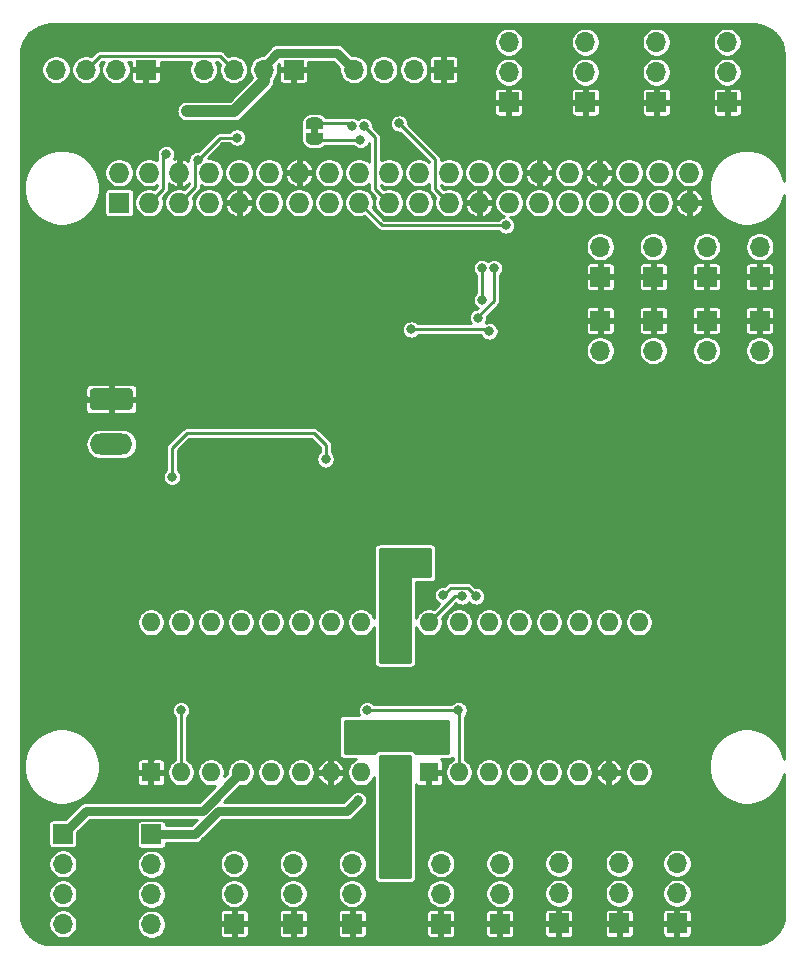
<source format=gbr>
%TF.GenerationSoftware,KiCad,Pcbnew,5.1.9*%
%TF.CreationDate,2021-03-12T16:49:57+01:00*%
%TF.ProjectId,monkey-rpi-header-pcb,6d6f6e6b-6579-42d7-9270-692d68656164,rev?*%
%TF.SameCoordinates,Original*%
%TF.FileFunction,Copper,L2,Bot*%
%TF.FilePolarity,Positive*%
%FSLAX46Y46*%
G04 Gerber Fmt 4.6, Leading zero omitted, Abs format (unit mm)*
G04 Created by KiCad (PCBNEW 5.1.9) date 2021-03-12 16:49:57*
%MOMM*%
%LPD*%
G01*
G04 APERTURE LIST*
%TA.AperFunction,EtchedComponent*%
%ADD10C,0.100000*%
%TD*%
%TA.AperFunction,SMDPad,CuDef*%
%ADD11C,0.100000*%
%TD*%
%TA.AperFunction,ComponentPad*%
%ADD12O,1.700000X1.700000*%
%TD*%
%TA.AperFunction,ComponentPad*%
%ADD13R,1.700000X1.700000*%
%TD*%
%TA.AperFunction,ComponentPad*%
%ADD14O,1.600000X1.600000*%
%TD*%
%TA.AperFunction,ComponentPad*%
%ADD15R,1.600000X1.600000*%
%TD*%
%TA.AperFunction,ComponentPad*%
%ADD16C,0.600000*%
%TD*%
%TA.AperFunction,SMDPad,CuDef*%
%ADD17R,2.950000X4.900000*%
%TD*%
%TA.AperFunction,ComponentPad*%
%ADD18O,3.600000X1.800000*%
%TD*%
%TA.AperFunction,ComponentPad*%
%ADD19R,1.727200X1.727200*%
%TD*%
%TA.AperFunction,ComponentPad*%
%ADD20O,1.727200X1.727200*%
%TD*%
%TA.AperFunction,ViaPad*%
%ADD21C,0.800000*%
%TD*%
%TA.AperFunction,Conductor*%
%ADD22C,0.250000*%
%TD*%
%TA.AperFunction,Conductor*%
%ADD23C,0.750000*%
%TD*%
%TA.AperFunction,Conductor*%
%ADD24C,1.000000*%
%TD*%
%TA.AperFunction,Conductor*%
%ADD25C,0.254000*%
%TD*%
%TA.AperFunction,Conductor*%
%ADD26C,0.100000*%
%TD*%
G04 APERTURE END LIST*
D10*
%TO.C,JP10*%
G36*
X147500000Y-74450000D02*
G01*
X147500000Y-73950000D01*
X148100000Y-73950000D01*
X148100000Y-74450000D01*
X147500000Y-74450000D01*
G37*
%TD*%
%TA.AperFunction,SMDPad,CuDef*%
D11*
%TO.P,JP10,1*%
%TO.N,Net-(JP10-Pad1)*%
G36*
X147050000Y-74050000D02*
G01*
X147050000Y-73550000D01*
X147050602Y-73550000D01*
X147050602Y-73525466D01*
X147055412Y-73476635D01*
X147064984Y-73428510D01*
X147079228Y-73381555D01*
X147098005Y-73336222D01*
X147121136Y-73292949D01*
X147148396Y-73252150D01*
X147179524Y-73214221D01*
X147214221Y-73179524D01*
X147252150Y-73148396D01*
X147292949Y-73121136D01*
X147336222Y-73098005D01*
X147381555Y-73079228D01*
X147428510Y-73064984D01*
X147476635Y-73055412D01*
X147525466Y-73050602D01*
X147550000Y-73050602D01*
X147550000Y-73050000D01*
X148050000Y-73050000D01*
X148050000Y-73050602D01*
X148074534Y-73050602D01*
X148123365Y-73055412D01*
X148171490Y-73064984D01*
X148218445Y-73079228D01*
X148263778Y-73098005D01*
X148307051Y-73121136D01*
X148347850Y-73148396D01*
X148385779Y-73179524D01*
X148420476Y-73214221D01*
X148451604Y-73252150D01*
X148478864Y-73292949D01*
X148501995Y-73336222D01*
X148520772Y-73381555D01*
X148535016Y-73428510D01*
X148544588Y-73476635D01*
X148549398Y-73525466D01*
X148549398Y-73550000D01*
X148550000Y-73550000D01*
X148550000Y-74050000D01*
X147050000Y-74050000D01*
G37*
%TD.AperFunction*%
%TA.AperFunction,SMDPad,CuDef*%
%TO.P,JP10,2*%
%TO.N,+3V3*%
G36*
X148549398Y-74850000D02*
G01*
X148549398Y-74874534D01*
X148544588Y-74923365D01*
X148535016Y-74971490D01*
X148520772Y-75018445D01*
X148501995Y-75063778D01*
X148478864Y-75107051D01*
X148451604Y-75147850D01*
X148420476Y-75185779D01*
X148385779Y-75220476D01*
X148347850Y-75251604D01*
X148307051Y-75278864D01*
X148263778Y-75301995D01*
X148218445Y-75320772D01*
X148171490Y-75335016D01*
X148123365Y-75344588D01*
X148074534Y-75349398D01*
X148050000Y-75349398D01*
X148050000Y-75350000D01*
X147550000Y-75350000D01*
X147550000Y-75349398D01*
X147525466Y-75349398D01*
X147476635Y-75344588D01*
X147428510Y-75335016D01*
X147381555Y-75320772D01*
X147336222Y-75301995D01*
X147292949Y-75278864D01*
X147252150Y-75251604D01*
X147214221Y-75220476D01*
X147179524Y-75185779D01*
X147148396Y-75147850D01*
X147121136Y-75107051D01*
X147098005Y-75063778D01*
X147079228Y-75018445D01*
X147064984Y-74971490D01*
X147055412Y-74923365D01*
X147050602Y-74874534D01*
X147050602Y-74850000D01*
X147050000Y-74850000D01*
X147050000Y-74350000D01*
X148550000Y-74350000D01*
X148550000Y-74850000D01*
X148549398Y-74850000D01*
G37*
%TD.AperFunction*%
%TD*%
D12*
%TO.P,J27,2*%
%TO.N,Additional_IO_4_Out*%
X185500000Y-84000000D03*
D13*
%TO.P,J27,1*%
%TO.N,GND*%
X185500000Y-86540000D03*
%TD*%
D12*
%TO.P,J26,2*%
%TO.N,Additional_IO_3_Out*%
X181000000Y-84000000D03*
D13*
%TO.P,J26,1*%
%TO.N,GND*%
X181000000Y-86540000D03*
%TD*%
D12*
%TO.P,J25,2*%
%TO.N,Additional_IO_2_Out*%
X176500000Y-84000000D03*
D13*
%TO.P,J25,1*%
%TO.N,GND*%
X176500000Y-86540000D03*
%TD*%
D12*
%TO.P,J24,2*%
%TO.N,Additional_IO_1_Out*%
X172000000Y-84000000D03*
D13*
%TO.P,J24,1*%
%TO.N,GND*%
X172000000Y-86540000D03*
%TD*%
D12*
%TO.P,J23,3*%
%TO.N,+3V3*%
X182750000Y-66670000D03*
%TO.P,J23,2*%
%TO.N,Additional_IO_2*%
X182750000Y-69210000D03*
D13*
%TO.P,J23,1*%
%TO.N,GND*%
X182750000Y-71750000D03*
%TD*%
D12*
%TO.P,J22,3*%
%TO.N,+3V3*%
X176750000Y-66670000D03*
%TO.P,J22,2*%
%TO.N,Additional_IO_1*%
X176750000Y-69210000D03*
D13*
%TO.P,J22,1*%
%TO.N,GND*%
X176750000Y-71750000D03*
%TD*%
D12*
%TO.P,J18,3*%
%TO.N,+3V3*%
X170750000Y-66670000D03*
%TO.P,J18,2*%
%TO.N,Lever_Touch_IO*%
X170750000Y-69210000D03*
D13*
%TO.P,J18,1*%
%TO.N,GND*%
X170750000Y-71750000D03*
%TD*%
D12*
%TO.P,J5,3*%
%TO.N,+3V3*%
X164250000Y-66670000D03*
%TO.P,J5,2*%
%TO.N,Lever_Switch_IO*%
X164250000Y-69210000D03*
D13*
%TO.P,J5,1*%
%TO.N,GND*%
X164250000Y-71750000D03*
%TD*%
D12*
%TO.P,J21,2*%
%TO.N,Signal_LED_4*%
X185500000Y-92790000D03*
D13*
%TO.P,J21,1*%
%TO.N,GND*%
X185500000Y-90250000D03*
%TD*%
D12*
%TO.P,J20,2*%
%TO.N,Signal_LED_3*%
X181000000Y-92790000D03*
D13*
%TO.P,J20,1*%
%TO.N,GND*%
X181000000Y-90250000D03*
%TD*%
D12*
%TO.P,J19,2*%
%TO.N,Signal_LED_2*%
X176500000Y-92790000D03*
D13*
%TO.P,J19,1*%
%TO.N,GND*%
X176500000Y-90250000D03*
%TD*%
D12*
%TO.P,J17,3*%
%TO.N,Additional_Servo_3*%
X178500000Y-136200000D03*
%TO.P,J17,2*%
%TO.N,+5V*%
X178500000Y-138740000D03*
D13*
%TO.P,J17,1*%
%TO.N,GND*%
X178500000Y-141280000D03*
%TD*%
D12*
%TO.P,J16,3*%
%TO.N,Additional_Servo_2*%
X173600000Y-136200000D03*
%TO.P,J16,2*%
%TO.N,+5V*%
X173600000Y-138740000D03*
D13*
%TO.P,J16,1*%
%TO.N,GND*%
X173600000Y-141280000D03*
%TD*%
D12*
%TO.P,J15,3*%
%TO.N,Additional_Servo_1*%
X168500000Y-136200000D03*
%TO.P,J15,2*%
%TO.N,+5V*%
X168500000Y-138740000D03*
D13*
%TO.P,J15,1*%
%TO.N,GND*%
X168500000Y-141280000D03*
%TD*%
D14*
%TO.P,A1,16*%
%TO.N,Net-(A1-Pad16)*%
X133960000Y-115800000D03*
%TO.P,A1,8*%
%TO.N,+24V*%
X151740000Y-128500000D03*
%TO.P,A1,15*%
%TO.N,Net-(A1-Pad15)*%
X136500000Y-115800000D03*
%TO.P,A1,7*%
%TO.N,GND*%
X149200000Y-128500000D03*
%TO.P,A1,14*%
%TO.N,Net-(A1-Pad14)*%
X139040000Y-115800000D03*
%TO.P,A1,6*%
%TO.N,Carousel_1_Stepper_B_Neg*%
X146660000Y-128500000D03*
%TO.P,A1,13*%
%TO.N,Net-(A1-Pad13)*%
X141580000Y-115800000D03*
%TO.P,A1,5*%
%TO.N,Carousel_1_Stepper_B_Pos*%
X144120000Y-128500000D03*
%TO.P,A1,12*%
%TO.N,Net-(A1-Pad12)*%
X144120000Y-115800000D03*
%TO.P,A1,4*%
%TO.N,Carousel_1_Stepper_A_Pos*%
X141580000Y-128500000D03*
%TO.P,A1,11*%
%TO.N,Net-(A1-Pad11)*%
X146660000Y-115800000D03*
%TO.P,A1,3*%
%TO.N,Carousel_1_Stepper_A_Neg*%
X139040000Y-128500000D03*
%TO.P,A1,10*%
%TO.N,Net-(A1-Pad10)*%
X149200000Y-115800000D03*
%TO.P,A1,2*%
%TO.N,+3V3*%
X136500000Y-128500000D03*
%TO.P,A1,9*%
%TO.N,Net-(A1-Pad9)*%
X151740000Y-115800000D03*
D15*
%TO.P,A1,1*%
%TO.N,GND*%
X133960000Y-128500000D03*
%TD*%
D12*
%TO.P,J13,4*%
%TO.N,+5V*%
X151130000Y-69000000D03*
%TO.P,J13,3*%
%TO.N,LED_Reg_Out*%
X153670000Y-69000000D03*
%TO.P,J13,2*%
%TO.N,LED_REG_CLK_OUT*%
X156210000Y-69000000D03*
D13*
%TO.P,J13,1*%
%TO.N,GND*%
X158750000Y-69000000D03*
%TD*%
D16*
%TO.P,U2,9*%
%TO.N,GND*%
X139150000Y-108950000D03*
X139150000Y-107650000D03*
X137850000Y-107650000D03*
X137850000Y-108950000D03*
X139150000Y-105050000D03*
X139150000Y-106350000D03*
X137850000Y-106350000D03*
X137850000Y-105050000D03*
D17*
X138500000Y-107000000D03*
%TD*%
D14*
%TO.P,A2,16*%
%TO.N,Net-(A2-Pad16)*%
X157500000Y-115800000D03*
%TO.P,A2,8*%
%TO.N,+24V*%
X175280000Y-128500000D03*
%TO.P,A2,15*%
%TO.N,Net-(A2-Pad15)*%
X160040000Y-115800000D03*
%TO.P,A2,7*%
%TO.N,GND*%
X172740000Y-128500000D03*
%TO.P,A2,14*%
%TO.N,Net-(A2-Pad14)*%
X162580000Y-115800000D03*
%TO.P,A2,6*%
%TO.N,Carousel_2_Stepper_B_Neg*%
X170200000Y-128500000D03*
%TO.P,A2,13*%
%TO.N,Net-(A2-Pad13)*%
X165120000Y-115800000D03*
%TO.P,A2,5*%
%TO.N,Carousel_2_Stepper_B_Pos*%
X167660000Y-128500000D03*
%TO.P,A2,12*%
%TO.N,Net-(A2-Pad12)*%
X167660000Y-115800000D03*
%TO.P,A2,4*%
%TO.N,Carousel_2_Stepper_A_Pos*%
X165120000Y-128500000D03*
%TO.P,A2,11*%
%TO.N,Net-(A2-Pad11)*%
X170200000Y-115800000D03*
%TO.P,A2,3*%
%TO.N,Carousel_2_Stepper_A_Neg*%
X162580000Y-128500000D03*
%TO.P,A2,10*%
%TO.N,Net-(A2-Pad10)*%
X172740000Y-115800000D03*
%TO.P,A2,2*%
%TO.N,+3V3*%
X160040000Y-128500000D03*
%TO.P,A2,9*%
%TO.N,Net-(A2-Pad9)*%
X175280000Y-115800000D03*
D15*
%TO.P,A2,1*%
%TO.N,GND*%
X157500000Y-128500000D03*
%TD*%
D18*
%TO.P,J2,2*%
%TO.N,+24V*%
X130600000Y-100710000D03*
%TO.P,J2,1*%
%TO.N,GND*%
%TA.AperFunction,ComponentPad*%
G36*
G01*
X129050000Y-96000000D02*
X132150000Y-96000000D01*
G75*
G02*
X132400000Y-96250000I0J-250000D01*
G01*
X132400000Y-97550000D01*
G75*
G02*
X132150000Y-97800000I-250000J0D01*
G01*
X129050000Y-97800000D01*
G75*
G02*
X128800000Y-97550000I0J250000D01*
G01*
X128800000Y-96250000D01*
G75*
G02*
X129050000Y-96000000I250000J0D01*
G01*
G37*
%TD.AperFunction*%
%TD*%
D12*
%TO.P,J14,2*%
%TO.N,Signal_LED_1*%
X172000000Y-92790000D03*
D13*
%TO.P,J14,1*%
%TO.N,GND*%
X172000000Y-90250000D03*
%TD*%
D12*
%TO.P,J12,4*%
%TO.N,I2C_SDA*%
X125920000Y-69000000D03*
%TO.P,J12,3*%
%TO.N,I2C_SCL*%
X128460000Y-69000000D03*
%TO.P,J12,2*%
%TO.N,+5V*%
X131000000Y-69000000D03*
D13*
%TO.P,J12,1*%
%TO.N,GND*%
X133540000Y-69000000D03*
%TD*%
D12*
%TO.P,J11,4*%
%TO.N,I2C_SDA*%
X138420000Y-69000000D03*
%TO.P,J11,3*%
%TO.N,I2C_SCL*%
X140960000Y-69000000D03*
%TO.P,J11,2*%
%TO.N,+5V*%
X143500000Y-69000000D03*
D13*
%TO.P,J11,1*%
%TO.N,GND*%
X146040000Y-69000000D03*
%TD*%
D12*
%TO.P,J10,3*%
%TO.N,Carousel_2_Servo_Trapdoor_Monkey*%
X151000000Y-136220000D03*
%TO.P,J10,2*%
%TO.N,+5V*%
X151000000Y-138760000D03*
D13*
%TO.P,J10,1*%
%TO.N,GND*%
X151000000Y-141300000D03*
%TD*%
D12*
%TO.P,J9,3*%
%TO.N,Carousel_2_Servo_Trapdoor_Human*%
X158500000Y-136220000D03*
%TO.P,J9,2*%
%TO.N,+5V*%
X158500000Y-138760000D03*
D13*
%TO.P,J9,1*%
%TO.N,GND*%
X158500000Y-141300000D03*
%TD*%
D12*
%TO.P,J8,3*%
%TO.N,Carousel_1_Servo_Trapdoor_Monkey*%
X141000000Y-136220000D03*
%TO.P,J8,2*%
%TO.N,+5V*%
X141000000Y-138760000D03*
D13*
%TO.P,J8,1*%
%TO.N,GND*%
X141000000Y-141300000D03*
%TD*%
D12*
%TO.P,J7,3*%
%TO.N,Carousel_1_Servo_Trapdoor_Human*%
X146000000Y-136220000D03*
%TO.P,J7,2*%
%TO.N,+5V*%
X146000000Y-138760000D03*
D13*
%TO.P,J7,1*%
%TO.N,GND*%
X146000000Y-141300000D03*
%TD*%
D12*
%TO.P,J6,3*%
%TO.N,Servo_Lock_Pulse_Out*%
X163500000Y-136220000D03*
%TO.P,J6,2*%
%TO.N,+5V*%
X163500000Y-138760000D03*
D13*
%TO.P,J6,1*%
%TO.N,GND*%
X163500000Y-141300000D03*
%TD*%
D12*
%TO.P,J4,4*%
%TO.N,Carousel_2_Stepper_B_Neg*%
X134000000Y-141370000D03*
%TO.P,J4,3*%
%TO.N,Carousel_2_Stepper_B_Pos*%
X134000000Y-138830000D03*
%TO.P,J4,2*%
%TO.N,Carousel_2_Stepper_A_Neg*%
X134000000Y-136290000D03*
D13*
%TO.P,J4,1*%
%TO.N,Carousel_2_Stepper_A_Pos*%
X134000000Y-133750000D03*
%TD*%
D12*
%TO.P,J3,4*%
%TO.N,Carousel_1_Stepper_B_Neg*%
X126500000Y-141330000D03*
%TO.P,J3,3*%
%TO.N,Carousel_1_Stepper_B_Pos*%
X126500000Y-138790000D03*
%TO.P,J3,2*%
%TO.N,Carousel_1_Stepper_A_Neg*%
X126500000Y-136250000D03*
D13*
%TO.P,J3,1*%
%TO.N,Carousel_1_Stepper_A_Pos*%
X126500000Y-133710000D03*
%TD*%
D19*
%TO.P,J1,1*%
%TO.N,N/C*%
X131270000Y-80270000D03*
D20*
%TO.P,J1,2*%
%TO.N,+5V*%
X131270000Y-77730000D03*
%TO.P,J1,3*%
%TO.N,I2C_SDA*%
X133810000Y-80270000D03*
%TO.P,J1,4*%
%TO.N,+5V*%
X133810000Y-77730000D03*
%TO.P,J1,5*%
%TO.N,I2C_SCL*%
X136350000Y-80270000D03*
%TO.P,J1,6*%
%TO.N,GND*%
X136350000Y-77730000D03*
%TO.P,J1,7*%
%TO.N,N/C*%
X138890000Y-80270000D03*
%TO.P,J1,8*%
X138890000Y-77730000D03*
%TO.P,J1,9*%
%TO.N,GND*%
X141430000Y-80270000D03*
%TO.P,J1,10*%
%TO.N,N/C*%
X141430000Y-77730000D03*
%TO.P,J1,11*%
%TO.N,Carousel_1_Stepper_STEP*%
X143970000Y-80270000D03*
%TO.P,J1,12*%
%TO.N,N/C*%
X143970000Y-77730000D03*
%TO.P,J1,13*%
%TO.N,Carousel_1_Stepper_DIR*%
X146510000Y-80270000D03*
%TO.P,J1,14*%
%TO.N,GND*%
X146510000Y-77730000D03*
%TO.P,J1,15*%
%TO.N,Carousel_1_Stepper_EN*%
X149050000Y-80270000D03*
%TO.P,J1,16*%
%TO.N,Carousel_2_Stepper_STEP*%
X149050000Y-77730000D03*
%TO.P,J1,17*%
%TO.N,RPI_3V3*%
X151590000Y-80270000D03*
%TO.P,J1,18*%
%TO.N,Carousel_2_Stepper_DIR*%
X151590000Y-77730000D03*
%TO.P,J1,19*%
%TO.N,Net-(J1-Pad19)*%
X154130000Y-80270000D03*
%TO.P,J1,20*%
%TO.N,N/C*%
X154130000Y-77730000D03*
%TO.P,J1,21*%
X156670000Y-80270000D03*
%TO.P,J1,22*%
%TO.N,Carousel_2_Stepper_EN*%
X156670000Y-77730000D03*
%TO.P,J1,23*%
%TO.N,Net-(J1-Pad23)*%
X159210000Y-80270000D03*
%TO.P,J1,24*%
%TO.N,N/C*%
X159210000Y-77730000D03*
%TO.P,J1,25*%
%TO.N,GND*%
X161750000Y-80270000D03*
%TO.P,J1,26*%
%TO.N,N/C*%
X161750000Y-77730000D03*
%TO.P,J1,27*%
X164290000Y-80270000D03*
%TO.P,J1,28*%
X164290000Y-77730000D03*
%TO.P,J1,29*%
X166830000Y-80270000D03*
%TO.P,J1,30*%
%TO.N,GND*%
X166830000Y-77730000D03*
%TO.P,J1,31*%
%TO.N,Additional_IO_1_Out*%
X169370000Y-80270000D03*
%TO.P,J1,32*%
%TO.N,Lever_Switch_IO*%
X169370000Y-77730000D03*
%TO.P,J1,33*%
%TO.N,Additional_IO_2_Out*%
X171910000Y-80270000D03*
%TO.P,J1,34*%
%TO.N,GND*%
X171910000Y-77730000D03*
%TO.P,J1,35*%
%TO.N,Additional_IO_3_Out*%
X174450000Y-80270000D03*
%TO.P,J1,36*%
%TO.N,Lever_Touch_IO*%
X174450000Y-77730000D03*
%TO.P,J1,37*%
%TO.N,Additional_IO_4_Out*%
X176990000Y-80270000D03*
%TO.P,J1,38*%
%TO.N,Additional_IO_1*%
X176990000Y-77730000D03*
%TO.P,J1,39*%
%TO.N,GND*%
X179530000Y-80270000D03*
%TO.P,J1,40*%
%TO.N,Additional_IO_2*%
X179530000Y-77730000D03*
%TD*%
D21*
%TO.N,GND*%
X127000000Y-66000000D03*
X148000000Y-66000000D03*
X138500000Y-110500000D03*
X138500000Y-103500000D03*
X139750000Y-103500000D03*
X139250000Y-102250000D03*
X137750000Y-102250000D03*
X137250000Y-110500000D03*
X139750000Y-110500000D03*
X137750000Y-111750000D03*
X139250000Y-111750000D03*
X124000000Y-124000000D03*
X128000000Y-110000000D03*
X128000000Y-112000000D03*
X128000000Y-114000000D03*
X130000000Y-114000000D03*
X132000000Y-114000000D03*
X132000000Y-112000000D03*
X130000000Y-110000000D03*
X130000000Y-112000000D03*
X124500000Y-93000000D03*
X126500000Y-93000000D03*
X128500000Y-93000000D03*
X130500000Y-93000000D03*
X132500000Y-93000000D03*
X134500000Y-93000000D03*
X136500000Y-84000000D03*
X140500000Y-84000000D03*
X134500000Y-95000000D03*
X145600000Y-104600000D03*
X148000000Y-104600000D03*
X150400000Y-104600000D03*
X152800000Y-104600000D03*
X138500000Y-84000000D03*
X137250000Y-103500000D03*
X152250000Y-113000000D03*
X150750000Y-113000000D03*
X149250000Y-113000000D03*
X147750000Y-113000000D03*
X177900000Y-119500000D03*
X180200000Y-119500000D03*
X182400000Y-119500000D03*
X181500000Y-103800000D03*
X182500000Y-101700000D03*
X182225498Y-107974502D03*
X130400000Y-119400000D03*
X172000000Y-99000000D03*
X173000000Y-101000000D03*
X169000000Y-98000000D03*
X166000000Y-103000000D03*
X167000000Y-105000000D03*
X184000000Y-141000000D03*
X186000000Y-138000000D03*
X186000000Y-134000000D03*
X186000000Y-123000000D03*
X186000000Y-117000000D03*
X186000000Y-109000000D03*
X124000000Y-73000000D03*
X168000000Y-68000000D03*
X174000000Y-68000000D03*
X180000000Y-68000000D03*
X180000000Y-72000000D03*
X174000000Y-72000000D03*
X167000000Y-72000000D03*
X186000000Y-70000000D03*
X170500000Y-121000000D03*
X170500000Y-119500000D03*
X169000000Y-121000000D03*
X174500000Y-121000000D03*
X174500000Y-119500000D03*
X174500000Y-118000000D03*
X147000000Y-121250000D03*
X147000000Y-119750000D03*
X145500000Y-121250000D03*
X151000000Y-121250000D03*
X151000000Y-119750000D03*
X151000000Y-118250000D03*
X134500000Y-118250000D03*
X131000000Y-128500000D03*
X170000000Y-131250000D03*
X173500000Y-131250000D03*
X171750000Y-131250000D03*
X132400000Y-121400000D03*
X128200000Y-117200000D03*
X162600000Y-112400000D03*
X161200000Y-111500000D03*
X160800000Y-109500000D03*
X135000000Y-66000000D03*
X142000000Y-66000000D03*
X154000000Y-66000000D03*
X160000000Y-66000000D03*
X164800000Y-86800000D03*
X163400000Y-92600000D03*
X136500000Y-93000000D03*
X139000000Y-97500000D03*
X149900000Y-71650000D03*
X157900000Y-72500000D03*
X158300000Y-74700000D03*
%TO.N,I2C_SDA*%
X135250000Y-76150000D03*
X161675058Y-90000000D03*
X163000000Y-85800000D03*
%TO.N,I2C_SCL*%
X137906026Y-76646522D03*
X162000000Y-88500000D03*
X141250000Y-74750000D03*
X161975000Y-85800000D03*
%TO.N,Carousel_2_Stepper_A_Pos*%
X151500000Y-130850001D03*
%TO.N,+5V*%
X153750000Y-135250000D03*
X155500000Y-135250000D03*
X155500000Y-136750000D03*
X153750000Y-136750000D03*
X154700000Y-136000000D03*
X156000000Y-110750000D03*
X155500000Y-117000000D03*
X153750000Y-117000000D03*
X153750000Y-118750000D03*
X155500000Y-118750000D03*
X154600000Y-117800000D03*
X157000000Y-110000000D03*
X155000000Y-110000000D03*
X155000000Y-111500000D03*
X157000000Y-111500000D03*
X153750000Y-127500000D03*
X155500000Y-127500000D03*
X155500000Y-128750000D03*
X153750000Y-128750000D03*
X154700000Y-128100000D03*
X137000000Y-72500000D03*
X156000000Y-91000000D03*
X162609320Y-91164045D03*
%TO.N,+3V3*%
X136500000Y-123250000D03*
X152250000Y-123250000D03*
X160000000Y-123250000D03*
X151698029Y-74973334D03*
%TO.N,+24V*%
X156850000Y-124650000D03*
X158600000Y-124650000D03*
X158600000Y-126400000D03*
X157750000Y-125500000D03*
X156850000Y-126400000D03*
X152550000Y-126500000D03*
X150800000Y-126500000D03*
X151700000Y-125500000D03*
X150800000Y-124500000D03*
X152550000Y-124500000D03*
%TO.N,Net-(C6-Pad2)*%
X148750000Y-102000000D03*
X135750000Y-103500000D03*
%TO.N,RPI_3V3*%
X164000000Y-82200000D03*
%TO.N,Net-(A1-Pad9)*%
X158700000Y-113500000D03*
X161500000Y-113600000D03*
%TO.N,Net-(A2-Pad16)*%
X160325027Y-113600000D03*
%TO.N,Net-(J1-Pad19)*%
X151975527Y-73775000D03*
%TO.N,Net-(J1-Pad23)*%
X154980918Y-73558237D03*
%TO.N,Net-(JP10-Pad1)*%
X150975853Y-73800618D03*
%TD*%
D22*
%TO.N,I2C_SDA*%
X134998601Y-76401399D02*
X135250000Y-76150000D01*
X134998601Y-79081399D02*
X134998601Y-76401399D01*
X133810000Y-80270000D02*
X134998601Y-79081399D01*
X163000000Y-88573002D02*
X161675058Y-89897944D01*
X161675058Y-89897944D02*
X161675058Y-90000000D01*
X163000000Y-85800000D02*
X163000000Y-88573002D01*
%TO.N,I2C_SCL*%
X137701399Y-76851149D02*
X137906026Y-76646522D01*
X137701399Y-78918601D02*
X137701399Y-76851149D01*
X136350000Y-80270000D02*
X137701399Y-78918601D01*
X129635001Y-67824999D02*
X128460000Y-69000000D01*
X139784999Y-67824999D02*
X129635001Y-67824999D01*
X140960000Y-69000000D02*
X139784999Y-67824999D01*
X139802548Y-74750000D02*
X141250000Y-74750000D01*
X137906026Y-76646522D02*
X139802548Y-74750000D01*
X161975000Y-88475000D02*
X162000000Y-88500000D01*
X161975000Y-85800000D02*
X161975000Y-88475000D01*
D23*
%TO.N,Carousel_1_Stepper_A_Pos*%
X141580000Y-128500000D02*
X138330000Y-131750000D01*
X128460000Y-131750000D02*
X126500000Y-133710000D01*
X138330000Y-131750000D02*
X128460000Y-131750000D01*
%TO.N,Carousel_2_Stepper_A_Pos*%
X134000000Y-133750000D02*
X137673516Y-133750000D01*
X137673516Y-133750000D02*
X139623516Y-131800000D01*
X150550001Y-131800000D02*
X139623516Y-131800000D01*
X151500000Y-130850001D02*
X150550001Y-131800000D01*
D24*
%TO.N,+5V*%
X141000000Y-72500000D02*
X143500000Y-70000000D01*
X137000000Y-72500000D02*
X141000000Y-72500000D01*
X143500000Y-70000000D02*
X143500000Y-69000000D01*
D22*
X162445275Y-91000000D02*
X162609320Y-91164045D01*
X156000000Y-91000000D02*
X162445275Y-91000000D01*
D23*
X144675001Y-67574999D02*
X149704999Y-67574999D01*
X143500000Y-68750000D02*
X144675001Y-67574999D01*
X149704999Y-67574999D02*
X151130000Y-69000000D01*
X143500000Y-69000000D02*
X143500000Y-68750000D01*
D22*
%TO.N,+3V3*%
X136500000Y-128500000D02*
X136500000Y-123250000D01*
X152250000Y-123250000D02*
X156750000Y-123250000D01*
X156750000Y-123250000D02*
X160000000Y-123250000D01*
X160040000Y-123290000D02*
X160000000Y-123250000D01*
X160040000Y-128500000D02*
X160040000Y-123290000D01*
X147923334Y-74973334D02*
X147800000Y-74850000D01*
X151698029Y-74973334D02*
X147923334Y-74973334D01*
%TO.N,Net-(C6-Pad2)*%
X148750000Y-102000000D02*
X148750000Y-100750000D01*
X148750000Y-100750000D02*
X147750000Y-99750000D01*
X147750000Y-99750000D02*
X137000000Y-99750000D01*
X135750000Y-101000000D02*
X135750000Y-103500000D01*
X137000000Y-99750000D02*
X135750000Y-101000000D01*
%TO.N,RPI_3V3*%
X153520000Y-82200000D02*
X164000000Y-82200000D01*
X151590000Y-80270000D02*
X153520000Y-82200000D01*
%TO.N,Net-(A1-Pad9)*%
X160774999Y-112874999D02*
X161500000Y-113600000D01*
X159325001Y-112874999D02*
X160774999Y-112874999D01*
X158700000Y-113500000D02*
X159325001Y-112874999D01*
%TO.N,Net-(A2-Pad16)*%
X159700000Y-113600000D02*
X160325027Y-113600000D01*
X157500000Y-115800000D02*
X159700000Y-113600000D01*
%TO.N,Net-(J1-Pad19)*%
X152941399Y-74740872D02*
X151975527Y-73775000D01*
X152941399Y-79081399D02*
X152941399Y-74740872D01*
X154130000Y-80270000D02*
X152941399Y-79081399D01*
%TO.N,Net-(J1-Pad23)*%
X158021399Y-76598718D02*
X154980918Y-73558237D01*
X158021399Y-79081399D02*
X158021399Y-76598718D01*
X159210000Y-80270000D02*
X158021399Y-79081399D01*
%TO.N,Net-(JP10-Pad1)*%
X150725235Y-73550000D02*
X150975853Y-73800618D01*
X147800000Y-73550000D02*
X150725235Y-73550000D01*
%TD*%
D25*
%TO.N,GND*%
X185498586Y-65231954D02*
X185978182Y-65376753D01*
X186420520Y-65611948D01*
X186808750Y-65928580D01*
X187128083Y-66314587D01*
X187366361Y-66755274D01*
X187514504Y-67233847D01*
X187569000Y-67752338D01*
X187569000Y-78390584D01*
X187502988Y-78058719D01*
X187259730Y-77471442D01*
X186906575Y-76942907D01*
X186457093Y-76493425D01*
X185928558Y-76140270D01*
X185341281Y-75897012D01*
X184717832Y-75773000D01*
X184082168Y-75773000D01*
X183458719Y-75897012D01*
X182871442Y-76140270D01*
X182342907Y-76493425D01*
X181893425Y-76942907D01*
X181540270Y-77471442D01*
X181297012Y-78058719D01*
X181173000Y-78682168D01*
X181173000Y-79317832D01*
X181297012Y-79941281D01*
X181540270Y-80528558D01*
X181893425Y-81057093D01*
X182342907Y-81506575D01*
X182871442Y-81859730D01*
X183458719Y-82102988D01*
X184082168Y-82227000D01*
X184717832Y-82227000D01*
X185341281Y-82102988D01*
X185928558Y-81859730D01*
X186457093Y-81506575D01*
X186906575Y-81057093D01*
X187259730Y-80528558D01*
X187502988Y-79941281D01*
X187569000Y-79609416D01*
X187569001Y-127390587D01*
X187502988Y-127058719D01*
X187259730Y-126471442D01*
X186906575Y-125942907D01*
X186457093Y-125493425D01*
X185928558Y-125140270D01*
X185341281Y-124897012D01*
X184717832Y-124773000D01*
X184082168Y-124773000D01*
X183458719Y-124897012D01*
X182871442Y-125140270D01*
X182342907Y-125493425D01*
X181893425Y-125942907D01*
X181540270Y-126471442D01*
X181297012Y-127058719D01*
X181173000Y-127682168D01*
X181173000Y-128317832D01*
X181297012Y-128941281D01*
X181540270Y-129528558D01*
X181893425Y-130057093D01*
X182342907Y-130506575D01*
X182871442Y-130859730D01*
X183458719Y-131102988D01*
X184082168Y-131227000D01*
X184717832Y-131227000D01*
X185341281Y-131102988D01*
X185928558Y-130859730D01*
X186457093Y-130506575D01*
X186906575Y-130057093D01*
X187259730Y-129528558D01*
X187502988Y-128941281D01*
X187569001Y-128609413D01*
X187569001Y-140478911D01*
X187518046Y-140998586D01*
X187373247Y-141478185D01*
X187138053Y-141920520D01*
X186821420Y-142308750D01*
X186435413Y-142628083D01*
X185994725Y-142866361D01*
X185516153Y-143014504D01*
X184997661Y-143069000D01*
X125521079Y-143069000D01*
X125001414Y-143018046D01*
X124521815Y-142873247D01*
X124079480Y-142638053D01*
X123691250Y-142321420D01*
X123371917Y-141935413D01*
X123133639Y-141494725D01*
X123045117Y-141208757D01*
X125269000Y-141208757D01*
X125269000Y-141451243D01*
X125316307Y-141689069D01*
X125409102Y-141913097D01*
X125543820Y-142114717D01*
X125715283Y-142286180D01*
X125916903Y-142420898D01*
X126140931Y-142513693D01*
X126378757Y-142561000D01*
X126621243Y-142561000D01*
X126859069Y-142513693D01*
X127083097Y-142420898D01*
X127284717Y-142286180D01*
X127456180Y-142114717D01*
X127590898Y-141913097D01*
X127683693Y-141689069D01*
X127731000Y-141451243D01*
X127731000Y-141248757D01*
X132769000Y-141248757D01*
X132769000Y-141491243D01*
X132816307Y-141729069D01*
X132909102Y-141953097D01*
X133043820Y-142154717D01*
X133215283Y-142326180D01*
X133416903Y-142460898D01*
X133640931Y-142553693D01*
X133878757Y-142601000D01*
X134121243Y-142601000D01*
X134359069Y-142553693D01*
X134583097Y-142460898D01*
X134784717Y-142326180D01*
X134956180Y-142154717D01*
X134959331Y-142150000D01*
X139767157Y-142150000D01*
X139774513Y-142224689D01*
X139796299Y-142296508D01*
X139831678Y-142362696D01*
X139879289Y-142420711D01*
X139937304Y-142468322D01*
X140003492Y-142503701D01*
X140075311Y-142525487D01*
X140150000Y-142532843D01*
X140777750Y-142531000D01*
X140873000Y-142435750D01*
X140873000Y-141427000D01*
X141127000Y-141427000D01*
X141127000Y-142435750D01*
X141222250Y-142531000D01*
X141850000Y-142532843D01*
X141924689Y-142525487D01*
X141996508Y-142503701D01*
X142062696Y-142468322D01*
X142120711Y-142420711D01*
X142168322Y-142362696D01*
X142203701Y-142296508D01*
X142225487Y-142224689D01*
X142232843Y-142150000D01*
X144767157Y-142150000D01*
X144774513Y-142224689D01*
X144796299Y-142296508D01*
X144831678Y-142362696D01*
X144879289Y-142420711D01*
X144937304Y-142468322D01*
X145003492Y-142503701D01*
X145075311Y-142525487D01*
X145150000Y-142532843D01*
X145777750Y-142531000D01*
X145873000Y-142435750D01*
X145873000Y-141427000D01*
X146127000Y-141427000D01*
X146127000Y-142435750D01*
X146222250Y-142531000D01*
X146850000Y-142532843D01*
X146924689Y-142525487D01*
X146996508Y-142503701D01*
X147062696Y-142468322D01*
X147120711Y-142420711D01*
X147168322Y-142362696D01*
X147203701Y-142296508D01*
X147225487Y-142224689D01*
X147232843Y-142150000D01*
X149767157Y-142150000D01*
X149774513Y-142224689D01*
X149796299Y-142296508D01*
X149831678Y-142362696D01*
X149879289Y-142420711D01*
X149937304Y-142468322D01*
X150003492Y-142503701D01*
X150075311Y-142525487D01*
X150150000Y-142532843D01*
X150777750Y-142531000D01*
X150873000Y-142435750D01*
X150873000Y-141427000D01*
X151127000Y-141427000D01*
X151127000Y-142435750D01*
X151222250Y-142531000D01*
X151850000Y-142532843D01*
X151924689Y-142525487D01*
X151996508Y-142503701D01*
X152062696Y-142468322D01*
X152120711Y-142420711D01*
X152168322Y-142362696D01*
X152203701Y-142296508D01*
X152225487Y-142224689D01*
X152232843Y-142150000D01*
X157267157Y-142150000D01*
X157274513Y-142224689D01*
X157296299Y-142296508D01*
X157331678Y-142362696D01*
X157379289Y-142420711D01*
X157437304Y-142468322D01*
X157503492Y-142503701D01*
X157575311Y-142525487D01*
X157650000Y-142532843D01*
X158277750Y-142531000D01*
X158373000Y-142435750D01*
X158373000Y-141427000D01*
X158627000Y-141427000D01*
X158627000Y-142435750D01*
X158722250Y-142531000D01*
X159350000Y-142532843D01*
X159424689Y-142525487D01*
X159496508Y-142503701D01*
X159562696Y-142468322D01*
X159620711Y-142420711D01*
X159668322Y-142362696D01*
X159703701Y-142296508D01*
X159725487Y-142224689D01*
X159732843Y-142150000D01*
X162267157Y-142150000D01*
X162274513Y-142224689D01*
X162296299Y-142296508D01*
X162331678Y-142362696D01*
X162379289Y-142420711D01*
X162437304Y-142468322D01*
X162503492Y-142503701D01*
X162575311Y-142525487D01*
X162650000Y-142532843D01*
X163277750Y-142531000D01*
X163373000Y-142435750D01*
X163373000Y-141427000D01*
X163627000Y-141427000D01*
X163627000Y-142435750D01*
X163722250Y-142531000D01*
X164350000Y-142532843D01*
X164424689Y-142525487D01*
X164496508Y-142503701D01*
X164562696Y-142468322D01*
X164620711Y-142420711D01*
X164668322Y-142362696D01*
X164703701Y-142296508D01*
X164725487Y-142224689D01*
X164732843Y-142150000D01*
X164732785Y-142130000D01*
X167267157Y-142130000D01*
X167274513Y-142204689D01*
X167296299Y-142276508D01*
X167331678Y-142342696D01*
X167379289Y-142400711D01*
X167437304Y-142448322D01*
X167503492Y-142483701D01*
X167575311Y-142505487D01*
X167650000Y-142512843D01*
X168277750Y-142511000D01*
X168373000Y-142415750D01*
X168373000Y-141407000D01*
X168627000Y-141407000D01*
X168627000Y-142415750D01*
X168722250Y-142511000D01*
X169350000Y-142512843D01*
X169424689Y-142505487D01*
X169496508Y-142483701D01*
X169562696Y-142448322D01*
X169620711Y-142400711D01*
X169668322Y-142342696D01*
X169703701Y-142276508D01*
X169725487Y-142204689D01*
X169732843Y-142130000D01*
X172367157Y-142130000D01*
X172374513Y-142204689D01*
X172396299Y-142276508D01*
X172431678Y-142342696D01*
X172479289Y-142400711D01*
X172537304Y-142448322D01*
X172603492Y-142483701D01*
X172675311Y-142505487D01*
X172750000Y-142512843D01*
X173377750Y-142511000D01*
X173473000Y-142415750D01*
X173473000Y-141407000D01*
X173727000Y-141407000D01*
X173727000Y-142415750D01*
X173822250Y-142511000D01*
X174450000Y-142512843D01*
X174524689Y-142505487D01*
X174596508Y-142483701D01*
X174662696Y-142448322D01*
X174720711Y-142400711D01*
X174768322Y-142342696D01*
X174803701Y-142276508D01*
X174825487Y-142204689D01*
X174832843Y-142130000D01*
X177267157Y-142130000D01*
X177274513Y-142204689D01*
X177296299Y-142276508D01*
X177331678Y-142342696D01*
X177379289Y-142400711D01*
X177437304Y-142448322D01*
X177503492Y-142483701D01*
X177575311Y-142505487D01*
X177650000Y-142512843D01*
X178277750Y-142511000D01*
X178373000Y-142415750D01*
X178373000Y-141407000D01*
X178627000Y-141407000D01*
X178627000Y-142415750D01*
X178722250Y-142511000D01*
X179350000Y-142512843D01*
X179424689Y-142505487D01*
X179496508Y-142483701D01*
X179562696Y-142448322D01*
X179620711Y-142400711D01*
X179668322Y-142342696D01*
X179703701Y-142276508D01*
X179725487Y-142204689D01*
X179732843Y-142130000D01*
X179731000Y-141502250D01*
X179635750Y-141407000D01*
X178627000Y-141407000D01*
X178373000Y-141407000D01*
X177364250Y-141407000D01*
X177269000Y-141502250D01*
X177267157Y-142130000D01*
X174832843Y-142130000D01*
X174831000Y-141502250D01*
X174735750Y-141407000D01*
X173727000Y-141407000D01*
X173473000Y-141407000D01*
X172464250Y-141407000D01*
X172369000Y-141502250D01*
X172367157Y-142130000D01*
X169732843Y-142130000D01*
X169731000Y-141502250D01*
X169635750Y-141407000D01*
X168627000Y-141407000D01*
X168373000Y-141407000D01*
X167364250Y-141407000D01*
X167269000Y-141502250D01*
X167267157Y-142130000D01*
X164732785Y-142130000D01*
X164731000Y-141522250D01*
X164635750Y-141427000D01*
X163627000Y-141427000D01*
X163373000Y-141427000D01*
X162364250Y-141427000D01*
X162269000Y-141522250D01*
X162267157Y-142150000D01*
X159732843Y-142150000D01*
X159731000Y-141522250D01*
X159635750Y-141427000D01*
X158627000Y-141427000D01*
X158373000Y-141427000D01*
X157364250Y-141427000D01*
X157269000Y-141522250D01*
X157267157Y-142150000D01*
X152232843Y-142150000D01*
X152231000Y-141522250D01*
X152135750Y-141427000D01*
X151127000Y-141427000D01*
X150873000Y-141427000D01*
X149864250Y-141427000D01*
X149769000Y-141522250D01*
X149767157Y-142150000D01*
X147232843Y-142150000D01*
X147231000Y-141522250D01*
X147135750Y-141427000D01*
X146127000Y-141427000D01*
X145873000Y-141427000D01*
X144864250Y-141427000D01*
X144769000Y-141522250D01*
X144767157Y-142150000D01*
X142232843Y-142150000D01*
X142231000Y-141522250D01*
X142135750Y-141427000D01*
X141127000Y-141427000D01*
X140873000Y-141427000D01*
X139864250Y-141427000D01*
X139769000Y-141522250D01*
X139767157Y-142150000D01*
X134959331Y-142150000D01*
X135090898Y-141953097D01*
X135183693Y-141729069D01*
X135231000Y-141491243D01*
X135231000Y-141248757D01*
X135183693Y-141010931D01*
X135090898Y-140786903D01*
X134956180Y-140585283D01*
X134820897Y-140450000D01*
X139767157Y-140450000D01*
X139769000Y-141077750D01*
X139864250Y-141173000D01*
X140873000Y-141173000D01*
X140873000Y-140164250D01*
X141127000Y-140164250D01*
X141127000Y-141173000D01*
X142135750Y-141173000D01*
X142231000Y-141077750D01*
X142232843Y-140450000D01*
X144767157Y-140450000D01*
X144769000Y-141077750D01*
X144864250Y-141173000D01*
X145873000Y-141173000D01*
X145873000Y-140164250D01*
X146127000Y-140164250D01*
X146127000Y-141173000D01*
X147135750Y-141173000D01*
X147231000Y-141077750D01*
X147232843Y-140450000D01*
X149767157Y-140450000D01*
X149769000Y-141077750D01*
X149864250Y-141173000D01*
X150873000Y-141173000D01*
X150873000Y-140164250D01*
X151127000Y-140164250D01*
X151127000Y-141173000D01*
X152135750Y-141173000D01*
X152231000Y-141077750D01*
X152232843Y-140450000D01*
X157267157Y-140450000D01*
X157269000Y-141077750D01*
X157364250Y-141173000D01*
X158373000Y-141173000D01*
X158373000Y-140164250D01*
X158627000Y-140164250D01*
X158627000Y-141173000D01*
X159635750Y-141173000D01*
X159731000Y-141077750D01*
X159732843Y-140450000D01*
X162267157Y-140450000D01*
X162269000Y-141077750D01*
X162364250Y-141173000D01*
X163373000Y-141173000D01*
X163373000Y-140164250D01*
X163627000Y-140164250D01*
X163627000Y-141173000D01*
X164635750Y-141173000D01*
X164731000Y-141077750D01*
X164732843Y-140450000D01*
X164730874Y-140430000D01*
X167267157Y-140430000D01*
X167269000Y-141057750D01*
X167364250Y-141153000D01*
X168373000Y-141153000D01*
X168373000Y-140144250D01*
X168627000Y-140144250D01*
X168627000Y-141153000D01*
X169635750Y-141153000D01*
X169731000Y-141057750D01*
X169732843Y-140430000D01*
X172367157Y-140430000D01*
X172369000Y-141057750D01*
X172464250Y-141153000D01*
X173473000Y-141153000D01*
X173473000Y-140144250D01*
X173727000Y-140144250D01*
X173727000Y-141153000D01*
X174735750Y-141153000D01*
X174831000Y-141057750D01*
X174832843Y-140430000D01*
X177267157Y-140430000D01*
X177269000Y-141057750D01*
X177364250Y-141153000D01*
X178373000Y-141153000D01*
X178373000Y-140144250D01*
X178627000Y-140144250D01*
X178627000Y-141153000D01*
X179635750Y-141153000D01*
X179731000Y-141057750D01*
X179732843Y-140430000D01*
X179725487Y-140355311D01*
X179703701Y-140283492D01*
X179668322Y-140217304D01*
X179620711Y-140159289D01*
X179562696Y-140111678D01*
X179496508Y-140076299D01*
X179424689Y-140054513D01*
X179350000Y-140047157D01*
X178722250Y-140049000D01*
X178627000Y-140144250D01*
X178373000Y-140144250D01*
X178277750Y-140049000D01*
X177650000Y-140047157D01*
X177575311Y-140054513D01*
X177503492Y-140076299D01*
X177437304Y-140111678D01*
X177379289Y-140159289D01*
X177331678Y-140217304D01*
X177296299Y-140283492D01*
X177274513Y-140355311D01*
X177267157Y-140430000D01*
X174832843Y-140430000D01*
X174825487Y-140355311D01*
X174803701Y-140283492D01*
X174768322Y-140217304D01*
X174720711Y-140159289D01*
X174662696Y-140111678D01*
X174596508Y-140076299D01*
X174524689Y-140054513D01*
X174450000Y-140047157D01*
X173822250Y-140049000D01*
X173727000Y-140144250D01*
X173473000Y-140144250D01*
X173377750Y-140049000D01*
X172750000Y-140047157D01*
X172675311Y-140054513D01*
X172603492Y-140076299D01*
X172537304Y-140111678D01*
X172479289Y-140159289D01*
X172431678Y-140217304D01*
X172396299Y-140283492D01*
X172374513Y-140355311D01*
X172367157Y-140430000D01*
X169732843Y-140430000D01*
X169725487Y-140355311D01*
X169703701Y-140283492D01*
X169668322Y-140217304D01*
X169620711Y-140159289D01*
X169562696Y-140111678D01*
X169496508Y-140076299D01*
X169424689Y-140054513D01*
X169350000Y-140047157D01*
X168722250Y-140049000D01*
X168627000Y-140144250D01*
X168373000Y-140144250D01*
X168277750Y-140049000D01*
X167650000Y-140047157D01*
X167575311Y-140054513D01*
X167503492Y-140076299D01*
X167437304Y-140111678D01*
X167379289Y-140159289D01*
X167331678Y-140217304D01*
X167296299Y-140283492D01*
X167274513Y-140355311D01*
X167267157Y-140430000D01*
X164730874Y-140430000D01*
X164725487Y-140375311D01*
X164703701Y-140303492D01*
X164668322Y-140237304D01*
X164620711Y-140179289D01*
X164562696Y-140131678D01*
X164496508Y-140096299D01*
X164424689Y-140074513D01*
X164350000Y-140067157D01*
X163722250Y-140069000D01*
X163627000Y-140164250D01*
X163373000Y-140164250D01*
X163277750Y-140069000D01*
X162650000Y-140067157D01*
X162575311Y-140074513D01*
X162503492Y-140096299D01*
X162437304Y-140131678D01*
X162379289Y-140179289D01*
X162331678Y-140237304D01*
X162296299Y-140303492D01*
X162274513Y-140375311D01*
X162267157Y-140450000D01*
X159732843Y-140450000D01*
X159725487Y-140375311D01*
X159703701Y-140303492D01*
X159668322Y-140237304D01*
X159620711Y-140179289D01*
X159562696Y-140131678D01*
X159496508Y-140096299D01*
X159424689Y-140074513D01*
X159350000Y-140067157D01*
X158722250Y-140069000D01*
X158627000Y-140164250D01*
X158373000Y-140164250D01*
X158277750Y-140069000D01*
X157650000Y-140067157D01*
X157575311Y-140074513D01*
X157503492Y-140096299D01*
X157437304Y-140131678D01*
X157379289Y-140179289D01*
X157331678Y-140237304D01*
X157296299Y-140303492D01*
X157274513Y-140375311D01*
X157267157Y-140450000D01*
X152232843Y-140450000D01*
X152225487Y-140375311D01*
X152203701Y-140303492D01*
X152168322Y-140237304D01*
X152120711Y-140179289D01*
X152062696Y-140131678D01*
X151996508Y-140096299D01*
X151924689Y-140074513D01*
X151850000Y-140067157D01*
X151222250Y-140069000D01*
X151127000Y-140164250D01*
X150873000Y-140164250D01*
X150777750Y-140069000D01*
X150150000Y-140067157D01*
X150075311Y-140074513D01*
X150003492Y-140096299D01*
X149937304Y-140131678D01*
X149879289Y-140179289D01*
X149831678Y-140237304D01*
X149796299Y-140303492D01*
X149774513Y-140375311D01*
X149767157Y-140450000D01*
X147232843Y-140450000D01*
X147225487Y-140375311D01*
X147203701Y-140303492D01*
X147168322Y-140237304D01*
X147120711Y-140179289D01*
X147062696Y-140131678D01*
X146996508Y-140096299D01*
X146924689Y-140074513D01*
X146850000Y-140067157D01*
X146222250Y-140069000D01*
X146127000Y-140164250D01*
X145873000Y-140164250D01*
X145777750Y-140069000D01*
X145150000Y-140067157D01*
X145075311Y-140074513D01*
X145003492Y-140096299D01*
X144937304Y-140131678D01*
X144879289Y-140179289D01*
X144831678Y-140237304D01*
X144796299Y-140303492D01*
X144774513Y-140375311D01*
X144767157Y-140450000D01*
X142232843Y-140450000D01*
X142225487Y-140375311D01*
X142203701Y-140303492D01*
X142168322Y-140237304D01*
X142120711Y-140179289D01*
X142062696Y-140131678D01*
X141996508Y-140096299D01*
X141924689Y-140074513D01*
X141850000Y-140067157D01*
X141222250Y-140069000D01*
X141127000Y-140164250D01*
X140873000Y-140164250D01*
X140777750Y-140069000D01*
X140150000Y-140067157D01*
X140075311Y-140074513D01*
X140003492Y-140096299D01*
X139937304Y-140131678D01*
X139879289Y-140179289D01*
X139831678Y-140237304D01*
X139796299Y-140303492D01*
X139774513Y-140375311D01*
X139767157Y-140450000D01*
X134820897Y-140450000D01*
X134784717Y-140413820D01*
X134583097Y-140279102D01*
X134359069Y-140186307D01*
X134121243Y-140139000D01*
X133878757Y-140139000D01*
X133640931Y-140186307D01*
X133416903Y-140279102D01*
X133215283Y-140413820D01*
X133043820Y-140585283D01*
X132909102Y-140786903D01*
X132816307Y-141010931D01*
X132769000Y-141248757D01*
X127731000Y-141248757D01*
X127731000Y-141208757D01*
X127683693Y-140970931D01*
X127590898Y-140746903D01*
X127456180Y-140545283D01*
X127284717Y-140373820D01*
X127083097Y-140239102D01*
X126859069Y-140146307D01*
X126621243Y-140099000D01*
X126378757Y-140099000D01*
X126140931Y-140146307D01*
X125916903Y-140239102D01*
X125715283Y-140373820D01*
X125543820Y-140545283D01*
X125409102Y-140746903D01*
X125316307Y-140970931D01*
X125269000Y-141208757D01*
X123045117Y-141208757D01*
X122985496Y-141016153D01*
X122972639Y-140893828D01*
X122969872Y-138668757D01*
X125269000Y-138668757D01*
X125269000Y-138911243D01*
X125316307Y-139149069D01*
X125409102Y-139373097D01*
X125543820Y-139574717D01*
X125715283Y-139746180D01*
X125916903Y-139880898D01*
X126140931Y-139973693D01*
X126378757Y-140021000D01*
X126621243Y-140021000D01*
X126859069Y-139973693D01*
X127083097Y-139880898D01*
X127284717Y-139746180D01*
X127456180Y-139574717D01*
X127590898Y-139373097D01*
X127683693Y-139149069D01*
X127731000Y-138911243D01*
X127731000Y-138708757D01*
X132769000Y-138708757D01*
X132769000Y-138951243D01*
X132816307Y-139189069D01*
X132909102Y-139413097D01*
X133043820Y-139614717D01*
X133215283Y-139786180D01*
X133416903Y-139920898D01*
X133640931Y-140013693D01*
X133878757Y-140061000D01*
X134121243Y-140061000D01*
X134359069Y-140013693D01*
X134583097Y-139920898D01*
X134784717Y-139786180D01*
X134956180Y-139614717D01*
X135090898Y-139413097D01*
X135183693Y-139189069D01*
X135231000Y-138951243D01*
X135231000Y-138708757D01*
X135217076Y-138638757D01*
X139769000Y-138638757D01*
X139769000Y-138881243D01*
X139816307Y-139119069D01*
X139909102Y-139343097D01*
X140043820Y-139544717D01*
X140215283Y-139716180D01*
X140416903Y-139850898D01*
X140640931Y-139943693D01*
X140878757Y-139991000D01*
X141121243Y-139991000D01*
X141359069Y-139943693D01*
X141583097Y-139850898D01*
X141784717Y-139716180D01*
X141956180Y-139544717D01*
X142090898Y-139343097D01*
X142183693Y-139119069D01*
X142231000Y-138881243D01*
X142231000Y-138638757D01*
X144769000Y-138638757D01*
X144769000Y-138881243D01*
X144816307Y-139119069D01*
X144909102Y-139343097D01*
X145043820Y-139544717D01*
X145215283Y-139716180D01*
X145416903Y-139850898D01*
X145640931Y-139943693D01*
X145878757Y-139991000D01*
X146121243Y-139991000D01*
X146359069Y-139943693D01*
X146583097Y-139850898D01*
X146784717Y-139716180D01*
X146956180Y-139544717D01*
X147090898Y-139343097D01*
X147183693Y-139119069D01*
X147231000Y-138881243D01*
X147231000Y-138638757D01*
X149769000Y-138638757D01*
X149769000Y-138881243D01*
X149816307Y-139119069D01*
X149909102Y-139343097D01*
X150043820Y-139544717D01*
X150215283Y-139716180D01*
X150416903Y-139850898D01*
X150640931Y-139943693D01*
X150878757Y-139991000D01*
X151121243Y-139991000D01*
X151359069Y-139943693D01*
X151583097Y-139850898D01*
X151784717Y-139716180D01*
X151956180Y-139544717D01*
X152090898Y-139343097D01*
X152183693Y-139119069D01*
X152231000Y-138881243D01*
X152231000Y-138638757D01*
X157269000Y-138638757D01*
X157269000Y-138881243D01*
X157316307Y-139119069D01*
X157409102Y-139343097D01*
X157543820Y-139544717D01*
X157715283Y-139716180D01*
X157916903Y-139850898D01*
X158140931Y-139943693D01*
X158378757Y-139991000D01*
X158621243Y-139991000D01*
X158859069Y-139943693D01*
X159083097Y-139850898D01*
X159284717Y-139716180D01*
X159456180Y-139544717D01*
X159590898Y-139343097D01*
X159683693Y-139119069D01*
X159731000Y-138881243D01*
X159731000Y-138638757D01*
X162269000Y-138638757D01*
X162269000Y-138881243D01*
X162316307Y-139119069D01*
X162409102Y-139343097D01*
X162543820Y-139544717D01*
X162715283Y-139716180D01*
X162916903Y-139850898D01*
X163140931Y-139943693D01*
X163378757Y-139991000D01*
X163621243Y-139991000D01*
X163859069Y-139943693D01*
X164083097Y-139850898D01*
X164284717Y-139716180D01*
X164456180Y-139544717D01*
X164590898Y-139343097D01*
X164683693Y-139119069D01*
X164731000Y-138881243D01*
X164731000Y-138638757D01*
X164727022Y-138618757D01*
X167269000Y-138618757D01*
X167269000Y-138861243D01*
X167316307Y-139099069D01*
X167409102Y-139323097D01*
X167543820Y-139524717D01*
X167715283Y-139696180D01*
X167916903Y-139830898D01*
X168140931Y-139923693D01*
X168378757Y-139971000D01*
X168621243Y-139971000D01*
X168859069Y-139923693D01*
X169083097Y-139830898D01*
X169284717Y-139696180D01*
X169456180Y-139524717D01*
X169590898Y-139323097D01*
X169683693Y-139099069D01*
X169731000Y-138861243D01*
X169731000Y-138618757D01*
X172369000Y-138618757D01*
X172369000Y-138861243D01*
X172416307Y-139099069D01*
X172509102Y-139323097D01*
X172643820Y-139524717D01*
X172815283Y-139696180D01*
X173016903Y-139830898D01*
X173240931Y-139923693D01*
X173478757Y-139971000D01*
X173721243Y-139971000D01*
X173959069Y-139923693D01*
X174183097Y-139830898D01*
X174384717Y-139696180D01*
X174556180Y-139524717D01*
X174690898Y-139323097D01*
X174783693Y-139099069D01*
X174831000Y-138861243D01*
X174831000Y-138618757D01*
X177269000Y-138618757D01*
X177269000Y-138861243D01*
X177316307Y-139099069D01*
X177409102Y-139323097D01*
X177543820Y-139524717D01*
X177715283Y-139696180D01*
X177916903Y-139830898D01*
X178140931Y-139923693D01*
X178378757Y-139971000D01*
X178621243Y-139971000D01*
X178859069Y-139923693D01*
X179083097Y-139830898D01*
X179284717Y-139696180D01*
X179456180Y-139524717D01*
X179590898Y-139323097D01*
X179683693Y-139099069D01*
X179731000Y-138861243D01*
X179731000Y-138618757D01*
X179683693Y-138380931D01*
X179590898Y-138156903D01*
X179456180Y-137955283D01*
X179284717Y-137783820D01*
X179083097Y-137649102D01*
X178859069Y-137556307D01*
X178621243Y-137509000D01*
X178378757Y-137509000D01*
X178140931Y-137556307D01*
X177916903Y-137649102D01*
X177715283Y-137783820D01*
X177543820Y-137955283D01*
X177409102Y-138156903D01*
X177316307Y-138380931D01*
X177269000Y-138618757D01*
X174831000Y-138618757D01*
X174783693Y-138380931D01*
X174690898Y-138156903D01*
X174556180Y-137955283D01*
X174384717Y-137783820D01*
X174183097Y-137649102D01*
X173959069Y-137556307D01*
X173721243Y-137509000D01*
X173478757Y-137509000D01*
X173240931Y-137556307D01*
X173016903Y-137649102D01*
X172815283Y-137783820D01*
X172643820Y-137955283D01*
X172509102Y-138156903D01*
X172416307Y-138380931D01*
X172369000Y-138618757D01*
X169731000Y-138618757D01*
X169683693Y-138380931D01*
X169590898Y-138156903D01*
X169456180Y-137955283D01*
X169284717Y-137783820D01*
X169083097Y-137649102D01*
X168859069Y-137556307D01*
X168621243Y-137509000D01*
X168378757Y-137509000D01*
X168140931Y-137556307D01*
X167916903Y-137649102D01*
X167715283Y-137783820D01*
X167543820Y-137955283D01*
X167409102Y-138156903D01*
X167316307Y-138380931D01*
X167269000Y-138618757D01*
X164727022Y-138618757D01*
X164683693Y-138400931D01*
X164590898Y-138176903D01*
X164456180Y-137975283D01*
X164284717Y-137803820D01*
X164083097Y-137669102D01*
X163859069Y-137576307D01*
X163621243Y-137529000D01*
X163378757Y-137529000D01*
X163140931Y-137576307D01*
X162916903Y-137669102D01*
X162715283Y-137803820D01*
X162543820Y-137975283D01*
X162409102Y-138176903D01*
X162316307Y-138400931D01*
X162269000Y-138638757D01*
X159731000Y-138638757D01*
X159683693Y-138400931D01*
X159590898Y-138176903D01*
X159456180Y-137975283D01*
X159284717Y-137803820D01*
X159083097Y-137669102D01*
X158859069Y-137576307D01*
X158621243Y-137529000D01*
X158378757Y-137529000D01*
X158140931Y-137576307D01*
X157916903Y-137669102D01*
X157715283Y-137803820D01*
X157543820Y-137975283D01*
X157409102Y-138176903D01*
X157316307Y-138400931D01*
X157269000Y-138638757D01*
X152231000Y-138638757D01*
X152183693Y-138400931D01*
X152090898Y-138176903D01*
X151956180Y-137975283D01*
X151784717Y-137803820D01*
X151583097Y-137669102D01*
X151359069Y-137576307D01*
X151121243Y-137529000D01*
X150878757Y-137529000D01*
X150640931Y-137576307D01*
X150416903Y-137669102D01*
X150215283Y-137803820D01*
X150043820Y-137975283D01*
X149909102Y-138176903D01*
X149816307Y-138400931D01*
X149769000Y-138638757D01*
X147231000Y-138638757D01*
X147183693Y-138400931D01*
X147090898Y-138176903D01*
X146956180Y-137975283D01*
X146784717Y-137803820D01*
X146583097Y-137669102D01*
X146359069Y-137576307D01*
X146121243Y-137529000D01*
X145878757Y-137529000D01*
X145640931Y-137576307D01*
X145416903Y-137669102D01*
X145215283Y-137803820D01*
X145043820Y-137975283D01*
X144909102Y-138176903D01*
X144816307Y-138400931D01*
X144769000Y-138638757D01*
X142231000Y-138638757D01*
X142183693Y-138400931D01*
X142090898Y-138176903D01*
X141956180Y-137975283D01*
X141784717Y-137803820D01*
X141583097Y-137669102D01*
X141359069Y-137576307D01*
X141121243Y-137529000D01*
X140878757Y-137529000D01*
X140640931Y-137576307D01*
X140416903Y-137669102D01*
X140215283Y-137803820D01*
X140043820Y-137975283D01*
X139909102Y-138176903D01*
X139816307Y-138400931D01*
X139769000Y-138638757D01*
X135217076Y-138638757D01*
X135183693Y-138470931D01*
X135090898Y-138246903D01*
X134956180Y-138045283D01*
X134784717Y-137873820D01*
X134583097Y-137739102D01*
X134359069Y-137646307D01*
X134121243Y-137599000D01*
X133878757Y-137599000D01*
X133640931Y-137646307D01*
X133416903Y-137739102D01*
X133215283Y-137873820D01*
X133043820Y-138045283D01*
X132909102Y-138246903D01*
X132816307Y-138470931D01*
X132769000Y-138708757D01*
X127731000Y-138708757D01*
X127731000Y-138668757D01*
X127683693Y-138430931D01*
X127590898Y-138206903D01*
X127456180Y-138005283D01*
X127284717Y-137833820D01*
X127083097Y-137699102D01*
X126859069Y-137606307D01*
X126621243Y-137559000D01*
X126378757Y-137559000D01*
X126140931Y-137606307D01*
X125916903Y-137699102D01*
X125715283Y-137833820D01*
X125543820Y-138005283D01*
X125409102Y-138206903D01*
X125316307Y-138430931D01*
X125269000Y-138668757D01*
X122969872Y-138668757D01*
X122966713Y-136128757D01*
X125269000Y-136128757D01*
X125269000Y-136371243D01*
X125316307Y-136609069D01*
X125409102Y-136833097D01*
X125543820Y-137034717D01*
X125715283Y-137206180D01*
X125916903Y-137340898D01*
X126140931Y-137433693D01*
X126378757Y-137481000D01*
X126621243Y-137481000D01*
X126859069Y-137433693D01*
X127083097Y-137340898D01*
X127284717Y-137206180D01*
X127456180Y-137034717D01*
X127590898Y-136833097D01*
X127683693Y-136609069D01*
X127731000Y-136371243D01*
X127731000Y-136168757D01*
X132769000Y-136168757D01*
X132769000Y-136411243D01*
X132816307Y-136649069D01*
X132909102Y-136873097D01*
X133043820Y-137074717D01*
X133215283Y-137246180D01*
X133416903Y-137380898D01*
X133640931Y-137473693D01*
X133878757Y-137521000D01*
X134121243Y-137521000D01*
X134359069Y-137473693D01*
X134583097Y-137380898D01*
X134784717Y-137246180D01*
X134956180Y-137074717D01*
X135090898Y-136873097D01*
X135183693Y-136649069D01*
X135231000Y-136411243D01*
X135231000Y-136168757D01*
X135217076Y-136098757D01*
X139769000Y-136098757D01*
X139769000Y-136341243D01*
X139816307Y-136579069D01*
X139909102Y-136803097D01*
X140043820Y-137004717D01*
X140215283Y-137176180D01*
X140416903Y-137310898D01*
X140640931Y-137403693D01*
X140878757Y-137451000D01*
X141121243Y-137451000D01*
X141359069Y-137403693D01*
X141583097Y-137310898D01*
X141784717Y-137176180D01*
X141956180Y-137004717D01*
X142090898Y-136803097D01*
X142183693Y-136579069D01*
X142231000Y-136341243D01*
X142231000Y-136098757D01*
X144769000Y-136098757D01*
X144769000Y-136341243D01*
X144816307Y-136579069D01*
X144909102Y-136803097D01*
X145043820Y-137004717D01*
X145215283Y-137176180D01*
X145416903Y-137310898D01*
X145640931Y-137403693D01*
X145878757Y-137451000D01*
X146121243Y-137451000D01*
X146359069Y-137403693D01*
X146583097Y-137310898D01*
X146784717Y-137176180D01*
X146956180Y-137004717D01*
X147090898Y-136803097D01*
X147183693Y-136579069D01*
X147231000Y-136341243D01*
X147231000Y-136098757D01*
X149769000Y-136098757D01*
X149769000Y-136341243D01*
X149816307Y-136579069D01*
X149909102Y-136803097D01*
X150043820Y-137004717D01*
X150215283Y-137176180D01*
X150416903Y-137310898D01*
X150640931Y-137403693D01*
X150878757Y-137451000D01*
X151121243Y-137451000D01*
X151359069Y-137403693D01*
X151583097Y-137310898D01*
X151784717Y-137176180D01*
X151956180Y-137004717D01*
X152090898Y-136803097D01*
X152183693Y-136579069D01*
X152231000Y-136341243D01*
X152231000Y-136098757D01*
X152183693Y-135860931D01*
X152090898Y-135636903D01*
X151956180Y-135435283D01*
X151784717Y-135263820D01*
X151583097Y-135129102D01*
X151359069Y-135036307D01*
X151121243Y-134989000D01*
X150878757Y-134989000D01*
X150640931Y-135036307D01*
X150416903Y-135129102D01*
X150215283Y-135263820D01*
X150043820Y-135435283D01*
X149909102Y-135636903D01*
X149816307Y-135860931D01*
X149769000Y-136098757D01*
X147231000Y-136098757D01*
X147183693Y-135860931D01*
X147090898Y-135636903D01*
X146956180Y-135435283D01*
X146784717Y-135263820D01*
X146583097Y-135129102D01*
X146359069Y-135036307D01*
X146121243Y-134989000D01*
X145878757Y-134989000D01*
X145640931Y-135036307D01*
X145416903Y-135129102D01*
X145215283Y-135263820D01*
X145043820Y-135435283D01*
X144909102Y-135636903D01*
X144816307Y-135860931D01*
X144769000Y-136098757D01*
X142231000Y-136098757D01*
X142183693Y-135860931D01*
X142090898Y-135636903D01*
X141956180Y-135435283D01*
X141784717Y-135263820D01*
X141583097Y-135129102D01*
X141359069Y-135036307D01*
X141121243Y-134989000D01*
X140878757Y-134989000D01*
X140640931Y-135036307D01*
X140416903Y-135129102D01*
X140215283Y-135263820D01*
X140043820Y-135435283D01*
X139909102Y-135636903D01*
X139816307Y-135860931D01*
X139769000Y-136098757D01*
X135217076Y-136098757D01*
X135183693Y-135930931D01*
X135090898Y-135706903D01*
X134956180Y-135505283D01*
X134784717Y-135333820D01*
X134583097Y-135199102D01*
X134359069Y-135106307D01*
X134121243Y-135059000D01*
X133878757Y-135059000D01*
X133640931Y-135106307D01*
X133416903Y-135199102D01*
X133215283Y-135333820D01*
X133043820Y-135505283D01*
X132909102Y-135706903D01*
X132816307Y-135930931D01*
X132769000Y-136168757D01*
X127731000Y-136168757D01*
X127731000Y-136128757D01*
X127683693Y-135890931D01*
X127590898Y-135666903D01*
X127456180Y-135465283D01*
X127284717Y-135293820D01*
X127083097Y-135159102D01*
X126859069Y-135066307D01*
X126621243Y-135019000D01*
X126378757Y-135019000D01*
X126140931Y-135066307D01*
X125916903Y-135159102D01*
X125715283Y-135293820D01*
X125543820Y-135465283D01*
X125409102Y-135666903D01*
X125316307Y-135890931D01*
X125269000Y-136128757D01*
X122966713Y-136128757D01*
X122962647Y-132860000D01*
X125267157Y-132860000D01*
X125267157Y-134560000D01*
X125274513Y-134634689D01*
X125296299Y-134706508D01*
X125331678Y-134772696D01*
X125379289Y-134830711D01*
X125437304Y-134878322D01*
X125503492Y-134913701D01*
X125575311Y-134935487D01*
X125650000Y-134942843D01*
X127350000Y-134942843D01*
X127424689Y-134935487D01*
X127496508Y-134913701D01*
X127562696Y-134878322D01*
X127620711Y-134830711D01*
X127668322Y-134772696D01*
X127703701Y-134706508D01*
X127725487Y-134634689D01*
X127732843Y-134560000D01*
X127732843Y-133546302D01*
X128773146Y-132506000D01*
X137848372Y-132506000D01*
X137360372Y-132994000D01*
X135232843Y-132994000D01*
X135232843Y-132900000D01*
X135225487Y-132825311D01*
X135203701Y-132753492D01*
X135168322Y-132687304D01*
X135120711Y-132629289D01*
X135062696Y-132581678D01*
X134996508Y-132546299D01*
X134924689Y-132524513D01*
X134850000Y-132517157D01*
X133150000Y-132517157D01*
X133075311Y-132524513D01*
X133003492Y-132546299D01*
X132937304Y-132581678D01*
X132879289Y-132629289D01*
X132831678Y-132687304D01*
X132796299Y-132753492D01*
X132774513Y-132825311D01*
X132767157Y-132900000D01*
X132767157Y-134600000D01*
X132774513Y-134674689D01*
X132796299Y-134746508D01*
X132831678Y-134812696D01*
X132879289Y-134870711D01*
X132937304Y-134918322D01*
X133003492Y-134953701D01*
X133075311Y-134975487D01*
X133150000Y-134982843D01*
X134850000Y-134982843D01*
X134924689Y-134975487D01*
X134996508Y-134953701D01*
X135062696Y-134918322D01*
X135120711Y-134870711D01*
X135168322Y-134812696D01*
X135203701Y-134746508D01*
X135225487Y-134674689D01*
X135232843Y-134600000D01*
X135232843Y-134506000D01*
X137636387Y-134506000D01*
X137673516Y-134509657D01*
X137710645Y-134506000D01*
X137821718Y-134495060D01*
X137964224Y-134451832D01*
X138095559Y-134381632D01*
X138210675Y-134287159D01*
X138234354Y-134258306D01*
X139936661Y-132556000D01*
X150512872Y-132556000D01*
X150550001Y-132559657D01*
X150587130Y-132556000D01*
X150698203Y-132545060D01*
X150840709Y-132501832D01*
X150972044Y-132431632D01*
X151087160Y-132337159D01*
X151110839Y-132308306D01*
X151891308Y-131527838D01*
X151997859Y-131456643D01*
X152106642Y-131347860D01*
X152192113Y-131219943D01*
X152250987Y-131077810D01*
X152281000Y-130926923D01*
X152281000Y-130773079D01*
X152250987Y-130622192D01*
X152192113Y-130480059D01*
X152106642Y-130352142D01*
X151997859Y-130243359D01*
X151869942Y-130157888D01*
X151727809Y-130099014D01*
X151576922Y-130069001D01*
X151423078Y-130069001D01*
X151272191Y-130099014D01*
X151130058Y-130157888D01*
X151002141Y-130243359D01*
X150893358Y-130352142D01*
X150822163Y-130458693D01*
X150236857Y-131044000D01*
X140105144Y-131044000D01*
X141468145Y-129681000D01*
X141696318Y-129681000D01*
X141924485Y-129635614D01*
X142139413Y-129546588D01*
X142332843Y-129417342D01*
X142497342Y-129252843D01*
X142626588Y-129059413D01*
X142715614Y-128844485D01*
X142761000Y-128616318D01*
X142761000Y-128383682D01*
X142939000Y-128383682D01*
X142939000Y-128616318D01*
X142984386Y-128844485D01*
X143073412Y-129059413D01*
X143202658Y-129252843D01*
X143367157Y-129417342D01*
X143560587Y-129546588D01*
X143775515Y-129635614D01*
X144003682Y-129681000D01*
X144236318Y-129681000D01*
X144464485Y-129635614D01*
X144679413Y-129546588D01*
X144872843Y-129417342D01*
X145037342Y-129252843D01*
X145166588Y-129059413D01*
X145255614Y-128844485D01*
X145301000Y-128616318D01*
X145301000Y-128383682D01*
X145479000Y-128383682D01*
X145479000Y-128616318D01*
X145524386Y-128844485D01*
X145613412Y-129059413D01*
X145742658Y-129252843D01*
X145907157Y-129417342D01*
X146100587Y-129546588D01*
X146315515Y-129635614D01*
X146543682Y-129681000D01*
X146776318Y-129681000D01*
X147004485Y-129635614D01*
X147219413Y-129546588D01*
X147412843Y-129417342D01*
X147577342Y-129252843D01*
X147706588Y-129059413D01*
X147795614Y-128844485D01*
X147802649Y-128809115D01*
X148060165Y-128809115D01*
X148142372Y-129025546D01*
X148265223Y-129221781D01*
X148423997Y-129390278D01*
X148612592Y-129524562D01*
X148823761Y-129619473D01*
X148890886Y-129639829D01*
X149073000Y-129578297D01*
X149073000Y-128627000D01*
X149327000Y-128627000D01*
X149327000Y-129578297D01*
X149509114Y-129639829D01*
X149576239Y-129619473D01*
X149787408Y-129524562D01*
X149976003Y-129390278D01*
X150134777Y-129221781D01*
X150257628Y-129025546D01*
X150339835Y-128809115D01*
X150278908Y-128627000D01*
X149327000Y-128627000D01*
X149073000Y-128627000D01*
X148121092Y-128627000D01*
X148060165Y-128809115D01*
X147802649Y-128809115D01*
X147841000Y-128616318D01*
X147841000Y-128383682D01*
X147802650Y-128190885D01*
X148060165Y-128190885D01*
X148121092Y-128373000D01*
X149073000Y-128373000D01*
X149073000Y-127421703D01*
X149327000Y-127421703D01*
X149327000Y-128373000D01*
X150278908Y-128373000D01*
X150339835Y-128190885D01*
X150257628Y-127974454D01*
X150134777Y-127778219D01*
X149976003Y-127609722D01*
X149787408Y-127475438D01*
X149576239Y-127380527D01*
X149509114Y-127360171D01*
X149327000Y-127421703D01*
X149073000Y-127421703D01*
X148890886Y-127360171D01*
X148823761Y-127380527D01*
X148612592Y-127475438D01*
X148423997Y-127609722D01*
X148265223Y-127778219D01*
X148142372Y-127974454D01*
X148060165Y-128190885D01*
X147802650Y-128190885D01*
X147795614Y-128155515D01*
X147706588Y-127940587D01*
X147577342Y-127747157D01*
X147412843Y-127582658D01*
X147219413Y-127453412D01*
X147004485Y-127364386D01*
X146776318Y-127319000D01*
X146543682Y-127319000D01*
X146315515Y-127364386D01*
X146100587Y-127453412D01*
X145907157Y-127582658D01*
X145742658Y-127747157D01*
X145613412Y-127940587D01*
X145524386Y-128155515D01*
X145479000Y-128383682D01*
X145301000Y-128383682D01*
X145255614Y-128155515D01*
X145166588Y-127940587D01*
X145037342Y-127747157D01*
X144872843Y-127582658D01*
X144679413Y-127453412D01*
X144464485Y-127364386D01*
X144236318Y-127319000D01*
X144003682Y-127319000D01*
X143775515Y-127364386D01*
X143560587Y-127453412D01*
X143367157Y-127582658D01*
X143202658Y-127747157D01*
X143073412Y-127940587D01*
X142984386Y-128155515D01*
X142939000Y-128383682D01*
X142761000Y-128383682D01*
X142715614Y-128155515D01*
X142626588Y-127940587D01*
X142497342Y-127747157D01*
X142332843Y-127582658D01*
X142139413Y-127453412D01*
X141924485Y-127364386D01*
X141696318Y-127319000D01*
X141463682Y-127319000D01*
X141235515Y-127364386D01*
X141020587Y-127453412D01*
X140827157Y-127582658D01*
X140662658Y-127747157D01*
X140533412Y-127940587D01*
X140444386Y-128155515D01*
X140399000Y-128383682D01*
X140399000Y-128611855D01*
X140177909Y-128832946D01*
X140221000Y-128616318D01*
X140221000Y-128383682D01*
X140175614Y-128155515D01*
X140086588Y-127940587D01*
X139957342Y-127747157D01*
X139792843Y-127582658D01*
X139599413Y-127453412D01*
X139384485Y-127364386D01*
X139156318Y-127319000D01*
X138923682Y-127319000D01*
X138695515Y-127364386D01*
X138480587Y-127453412D01*
X138287157Y-127582658D01*
X138122658Y-127747157D01*
X137993412Y-127940587D01*
X137904386Y-128155515D01*
X137859000Y-128383682D01*
X137859000Y-128616318D01*
X137904386Y-128844485D01*
X137993412Y-129059413D01*
X138122658Y-129252843D01*
X138287157Y-129417342D01*
X138480587Y-129546588D01*
X138695515Y-129635614D01*
X138923682Y-129681000D01*
X139156318Y-129681000D01*
X139372946Y-129637909D01*
X138016856Y-130994000D01*
X128497132Y-130994000D01*
X128460000Y-130990343D01*
X128311798Y-131004939D01*
X128169291Y-131048168D01*
X128156622Y-131054940D01*
X128037957Y-131118368D01*
X127922841Y-131212841D01*
X127899172Y-131241682D01*
X126663698Y-132477157D01*
X125650000Y-132477157D01*
X125575311Y-132484513D01*
X125503492Y-132506299D01*
X125437304Y-132541678D01*
X125379289Y-132589289D01*
X125331678Y-132647304D01*
X125296299Y-132713492D01*
X125274513Y-132785311D01*
X125267157Y-132860000D01*
X122962647Y-132860000D01*
X122956207Y-127682168D01*
X123173000Y-127682168D01*
X123173000Y-128317832D01*
X123297012Y-128941281D01*
X123540270Y-129528558D01*
X123893425Y-130057093D01*
X124342907Y-130506575D01*
X124871442Y-130859730D01*
X125458719Y-131102988D01*
X126082168Y-131227000D01*
X126717832Y-131227000D01*
X127341281Y-131102988D01*
X127928558Y-130859730D01*
X128457093Y-130506575D01*
X128906575Y-130057093D01*
X129259730Y-129528558D01*
X129354401Y-129300000D01*
X132777157Y-129300000D01*
X132784513Y-129374689D01*
X132806299Y-129446508D01*
X132841678Y-129512696D01*
X132889289Y-129570711D01*
X132947304Y-129618322D01*
X133013492Y-129653701D01*
X133085311Y-129675487D01*
X133160000Y-129682843D01*
X133737750Y-129681000D01*
X133833000Y-129585750D01*
X133833000Y-128627000D01*
X134087000Y-128627000D01*
X134087000Y-129585750D01*
X134182250Y-129681000D01*
X134760000Y-129682843D01*
X134834689Y-129675487D01*
X134906508Y-129653701D01*
X134972696Y-129618322D01*
X135030711Y-129570711D01*
X135078322Y-129512696D01*
X135113701Y-129446508D01*
X135135487Y-129374689D01*
X135142843Y-129300000D01*
X135141000Y-128722250D01*
X135045750Y-128627000D01*
X134087000Y-128627000D01*
X133833000Y-128627000D01*
X132874250Y-128627000D01*
X132779000Y-128722250D01*
X132777157Y-129300000D01*
X129354401Y-129300000D01*
X129502988Y-128941281D01*
X129613901Y-128383682D01*
X135319000Y-128383682D01*
X135319000Y-128616318D01*
X135364386Y-128844485D01*
X135453412Y-129059413D01*
X135582658Y-129252843D01*
X135747157Y-129417342D01*
X135940587Y-129546588D01*
X136155515Y-129635614D01*
X136383682Y-129681000D01*
X136616318Y-129681000D01*
X136844485Y-129635614D01*
X137059413Y-129546588D01*
X137252843Y-129417342D01*
X137417342Y-129252843D01*
X137546588Y-129059413D01*
X137635614Y-128844485D01*
X137681000Y-128616318D01*
X137681000Y-128383682D01*
X137635614Y-128155515D01*
X137546588Y-127940587D01*
X137417342Y-127747157D01*
X137252843Y-127582658D01*
X137059413Y-127453412D01*
X137006000Y-127431288D01*
X137006000Y-124000000D01*
X149869000Y-124000000D01*
X149869000Y-127000000D01*
X149876321Y-127074329D01*
X149898002Y-127145802D01*
X149933210Y-127211672D01*
X149980592Y-127269408D01*
X150038328Y-127316790D01*
X150104198Y-127351998D01*
X150175671Y-127373679D01*
X150250000Y-127381000D01*
X151355405Y-127381000D01*
X151180587Y-127453412D01*
X150987157Y-127582658D01*
X150822658Y-127747157D01*
X150693412Y-127940587D01*
X150604386Y-128155515D01*
X150559000Y-128383682D01*
X150559000Y-128616318D01*
X150604386Y-128844485D01*
X150693412Y-129059413D01*
X150822658Y-129252843D01*
X150987157Y-129417342D01*
X151180587Y-129546588D01*
X151395515Y-129635614D01*
X151623682Y-129681000D01*
X151856318Y-129681000D01*
X152084485Y-129635614D01*
X152299413Y-129546588D01*
X152492843Y-129417342D01*
X152657342Y-129252843D01*
X152786588Y-129059413D01*
X152869000Y-128860453D01*
X152869000Y-137500000D01*
X152876321Y-137574329D01*
X152898002Y-137645802D01*
X152933210Y-137711672D01*
X152980592Y-137769408D01*
X153038328Y-137816790D01*
X153104198Y-137851998D01*
X153175671Y-137873679D01*
X153250000Y-137881000D01*
X156000000Y-137881000D01*
X156074329Y-137873679D01*
X156145802Y-137851998D01*
X156211672Y-137816790D01*
X156269408Y-137769408D01*
X156316790Y-137711672D01*
X156351998Y-137645802D01*
X156373679Y-137574329D01*
X156381000Y-137500000D01*
X156381000Y-136098757D01*
X157269000Y-136098757D01*
X157269000Y-136341243D01*
X157316307Y-136579069D01*
X157409102Y-136803097D01*
X157543820Y-137004717D01*
X157715283Y-137176180D01*
X157916903Y-137310898D01*
X158140931Y-137403693D01*
X158378757Y-137451000D01*
X158621243Y-137451000D01*
X158859069Y-137403693D01*
X159083097Y-137310898D01*
X159284717Y-137176180D01*
X159456180Y-137004717D01*
X159590898Y-136803097D01*
X159683693Y-136579069D01*
X159731000Y-136341243D01*
X159731000Y-136098757D01*
X162269000Y-136098757D01*
X162269000Y-136341243D01*
X162316307Y-136579069D01*
X162409102Y-136803097D01*
X162543820Y-137004717D01*
X162715283Y-137176180D01*
X162916903Y-137310898D01*
X163140931Y-137403693D01*
X163378757Y-137451000D01*
X163621243Y-137451000D01*
X163859069Y-137403693D01*
X164083097Y-137310898D01*
X164284717Y-137176180D01*
X164456180Y-137004717D01*
X164590898Y-136803097D01*
X164683693Y-136579069D01*
X164731000Y-136341243D01*
X164731000Y-136098757D01*
X164727022Y-136078757D01*
X167269000Y-136078757D01*
X167269000Y-136321243D01*
X167316307Y-136559069D01*
X167409102Y-136783097D01*
X167543820Y-136984717D01*
X167715283Y-137156180D01*
X167916903Y-137290898D01*
X168140931Y-137383693D01*
X168378757Y-137431000D01*
X168621243Y-137431000D01*
X168859069Y-137383693D01*
X169083097Y-137290898D01*
X169284717Y-137156180D01*
X169456180Y-136984717D01*
X169590898Y-136783097D01*
X169683693Y-136559069D01*
X169731000Y-136321243D01*
X169731000Y-136078757D01*
X172369000Y-136078757D01*
X172369000Y-136321243D01*
X172416307Y-136559069D01*
X172509102Y-136783097D01*
X172643820Y-136984717D01*
X172815283Y-137156180D01*
X173016903Y-137290898D01*
X173240931Y-137383693D01*
X173478757Y-137431000D01*
X173721243Y-137431000D01*
X173959069Y-137383693D01*
X174183097Y-137290898D01*
X174384717Y-137156180D01*
X174556180Y-136984717D01*
X174690898Y-136783097D01*
X174783693Y-136559069D01*
X174831000Y-136321243D01*
X174831000Y-136078757D01*
X177269000Y-136078757D01*
X177269000Y-136321243D01*
X177316307Y-136559069D01*
X177409102Y-136783097D01*
X177543820Y-136984717D01*
X177715283Y-137156180D01*
X177916903Y-137290898D01*
X178140931Y-137383693D01*
X178378757Y-137431000D01*
X178621243Y-137431000D01*
X178859069Y-137383693D01*
X179083097Y-137290898D01*
X179284717Y-137156180D01*
X179456180Y-136984717D01*
X179590898Y-136783097D01*
X179683693Y-136559069D01*
X179731000Y-136321243D01*
X179731000Y-136078757D01*
X179683693Y-135840931D01*
X179590898Y-135616903D01*
X179456180Y-135415283D01*
X179284717Y-135243820D01*
X179083097Y-135109102D01*
X178859069Y-135016307D01*
X178621243Y-134969000D01*
X178378757Y-134969000D01*
X178140931Y-135016307D01*
X177916903Y-135109102D01*
X177715283Y-135243820D01*
X177543820Y-135415283D01*
X177409102Y-135616903D01*
X177316307Y-135840931D01*
X177269000Y-136078757D01*
X174831000Y-136078757D01*
X174783693Y-135840931D01*
X174690898Y-135616903D01*
X174556180Y-135415283D01*
X174384717Y-135243820D01*
X174183097Y-135109102D01*
X173959069Y-135016307D01*
X173721243Y-134969000D01*
X173478757Y-134969000D01*
X173240931Y-135016307D01*
X173016903Y-135109102D01*
X172815283Y-135243820D01*
X172643820Y-135415283D01*
X172509102Y-135616903D01*
X172416307Y-135840931D01*
X172369000Y-136078757D01*
X169731000Y-136078757D01*
X169683693Y-135840931D01*
X169590898Y-135616903D01*
X169456180Y-135415283D01*
X169284717Y-135243820D01*
X169083097Y-135109102D01*
X168859069Y-135016307D01*
X168621243Y-134969000D01*
X168378757Y-134969000D01*
X168140931Y-135016307D01*
X167916903Y-135109102D01*
X167715283Y-135243820D01*
X167543820Y-135415283D01*
X167409102Y-135616903D01*
X167316307Y-135840931D01*
X167269000Y-136078757D01*
X164727022Y-136078757D01*
X164683693Y-135860931D01*
X164590898Y-135636903D01*
X164456180Y-135435283D01*
X164284717Y-135263820D01*
X164083097Y-135129102D01*
X163859069Y-135036307D01*
X163621243Y-134989000D01*
X163378757Y-134989000D01*
X163140931Y-135036307D01*
X162916903Y-135129102D01*
X162715283Y-135263820D01*
X162543820Y-135435283D01*
X162409102Y-135636903D01*
X162316307Y-135860931D01*
X162269000Y-136098757D01*
X159731000Y-136098757D01*
X159683693Y-135860931D01*
X159590898Y-135636903D01*
X159456180Y-135435283D01*
X159284717Y-135263820D01*
X159083097Y-135129102D01*
X158859069Y-135036307D01*
X158621243Y-134989000D01*
X158378757Y-134989000D01*
X158140931Y-135036307D01*
X157916903Y-135129102D01*
X157715283Y-135263820D01*
X157543820Y-135435283D01*
X157409102Y-135636903D01*
X157316307Y-135860931D01*
X157269000Y-136098757D01*
X156381000Y-136098757D01*
X156381000Y-129511428D01*
X156381678Y-129512696D01*
X156429289Y-129570711D01*
X156487304Y-129618322D01*
X156553492Y-129653701D01*
X156625311Y-129675487D01*
X156700000Y-129682843D01*
X157277750Y-129681000D01*
X157373000Y-129585750D01*
X157373000Y-128627000D01*
X157627000Y-128627000D01*
X157627000Y-129585750D01*
X157722250Y-129681000D01*
X158300000Y-129682843D01*
X158374689Y-129675487D01*
X158446508Y-129653701D01*
X158512696Y-129618322D01*
X158570711Y-129570711D01*
X158618322Y-129512696D01*
X158653701Y-129446508D01*
X158675487Y-129374689D01*
X158682843Y-129300000D01*
X158681000Y-128722250D01*
X158585750Y-128627000D01*
X157627000Y-128627000D01*
X157373000Y-128627000D01*
X157353000Y-128627000D01*
X157353000Y-128373000D01*
X157373000Y-128373000D01*
X157373000Y-128353000D01*
X157627000Y-128353000D01*
X157627000Y-128373000D01*
X158585750Y-128373000D01*
X158681000Y-128277750D01*
X158682843Y-127700000D01*
X158675487Y-127625311D01*
X158653701Y-127553492D01*
X158618322Y-127487304D01*
X158570711Y-127429289D01*
X158512696Y-127381678D01*
X158511428Y-127381000D01*
X159250000Y-127381000D01*
X159324329Y-127373679D01*
X159395802Y-127351998D01*
X159461672Y-127316790D01*
X159519408Y-127269408D01*
X159534000Y-127251627D01*
X159534000Y-127431288D01*
X159480587Y-127453412D01*
X159287157Y-127582658D01*
X159122658Y-127747157D01*
X158993412Y-127940587D01*
X158904386Y-128155515D01*
X158859000Y-128383682D01*
X158859000Y-128616318D01*
X158904386Y-128844485D01*
X158993412Y-129059413D01*
X159122658Y-129252843D01*
X159287157Y-129417342D01*
X159480587Y-129546588D01*
X159695515Y-129635614D01*
X159923682Y-129681000D01*
X160156318Y-129681000D01*
X160384485Y-129635614D01*
X160599413Y-129546588D01*
X160792843Y-129417342D01*
X160957342Y-129252843D01*
X161086588Y-129059413D01*
X161175614Y-128844485D01*
X161221000Y-128616318D01*
X161221000Y-128383682D01*
X161399000Y-128383682D01*
X161399000Y-128616318D01*
X161444386Y-128844485D01*
X161533412Y-129059413D01*
X161662658Y-129252843D01*
X161827157Y-129417342D01*
X162020587Y-129546588D01*
X162235515Y-129635614D01*
X162463682Y-129681000D01*
X162696318Y-129681000D01*
X162924485Y-129635614D01*
X163139413Y-129546588D01*
X163332843Y-129417342D01*
X163497342Y-129252843D01*
X163626588Y-129059413D01*
X163715614Y-128844485D01*
X163761000Y-128616318D01*
X163761000Y-128383682D01*
X163939000Y-128383682D01*
X163939000Y-128616318D01*
X163984386Y-128844485D01*
X164073412Y-129059413D01*
X164202658Y-129252843D01*
X164367157Y-129417342D01*
X164560587Y-129546588D01*
X164775515Y-129635614D01*
X165003682Y-129681000D01*
X165236318Y-129681000D01*
X165464485Y-129635614D01*
X165679413Y-129546588D01*
X165872843Y-129417342D01*
X166037342Y-129252843D01*
X166166588Y-129059413D01*
X166255614Y-128844485D01*
X166301000Y-128616318D01*
X166301000Y-128383682D01*
X166479000Y-128383682D01*
X166479000Y-128616318D01*
X166524386Y-128844485D01*
X166613412Y-129059413D01*
X166742658Y-129252843D01*
X166907157Y-129417342D01*
X167100587Y-129546588D01*
X167315515Y-129635614D01*
X167543682Y-129681000D01*
X167776318Y-129681000D01*
X168004485Y-129635614D01*
X168219413Y-129546588D01*
X168412843Y-129417342D01*
X168577342Y-129252843D01*
X168706588Y-129059413D01*
X168795614Y-128844485D01*
X168841000Y-128616318D01*
X168841000Y-128383682D01*
X169019000Y-128383682D01*
X169019000Y-128616318D01*
X169064386Y-128844485D01*
X169153412Y-129059413D01*
X169282658Y-129252843D01*
X169447157Y-129417342D01*
X169640587Y-129546588D01*
X169855515Y-129635614D01*
X170083682Y-129681000D01*
X170316318Y-129681000D01*
X170544485Y-129635614D01*
X170759413Y-129546588D01*
X170952843Y-129417342D01*
X171117342Y-129252843D01*
X171246588Y-129059413D01*
X171335614Y-128844485D01*
X171342649Y-128809115D01*
X171600165Y-128809115D01*
X171682372Y-129025546D01*
X171805223Y-129221781D01*
X171963997Y-129390278D01*
X172152592Y-129524562D01*
X172363761Y-129619473D01*
X172430886Y-129639829D01*
X172613000Y-129578297D01*
X172613000Y-128627000D01*
X172867000Y-128627000D01*
X172867000Y-129578297D01*
X173049114Y-129639829D01*
X173116239Y-129619473D01*
X173327408Y-129524562D01*
X173516003Y-129390278D01*
X173674777Y-129221781D01*
X173797628Y-129025546D01*
X173879835Y-128809115D01*
X173818908Y-128627000D01*
X172867000Y-128627000D01*
X172613000Y-128627000D01*
X171661092Y-128627000D01*
X171600165Y-128809115D01*
X171342649Y-128809115D01*
X171381000Y-128616318D01*
X171381000Y-128383682D01*
X174099000Y-128383682D01*
X174099000Y-128616318D01*
X174144386Y-128844485D01*
X174233412Y-129059413D01*
X174362658Y-129252843D01*
X174527157Y-129417342D01*
X174720587Y-129546588D01*
X174935515Y-129635614D01*
X175163682Y-129681000D01*
X175396318Y-129681000D01*
X175624485Y-129635614D01*
X175839413Y-129546588D01*
X176032843Y-129417342D01*
X176197342Y-129252843D01*
X176326588Y-129059413D01*
X176415614Y-128844485D01*
X176461000Y-128616318D01*
X176461000Y-128383682D01*
X176415614Y-128155515D01*
X176326588Y-127940587D01*
X176197342Y-127747157D01*
X176032843Y-127582658D01*
X175839413Y-127453412D01*
X175624485Y-127364386D01*
X175396318Y-127319000D01*
X175163682Y-127319000D01*
X174935515Y-127364386D01*
X174720587Y-127453412D01*
X174527157Y-127582658D01*
X174362658Y-127747157D01*
X174233412Y-127940587D01*
X174144386Y-128155515D01*
X174099000Y-128383682D01*
X171381000Y-128383682D01*
X171342650Y-128190885D01*
X171600165Y-128190885D01*
X171661092Y-128373000D01*
X172613000Y-128373000D01*
X172613000Y-127421703D01*
X172867000Y-127421703D01*
X172867000Y-128373000D01*
X173818908Y-128373000D01*
X173879835Y-128190885D01*
X173797628Y-127974454D01*
X173674777Y-127778219D01*
X173516003Y-127609722D01*
X173327408Y-127475438D01*
X173116239Y-127380527D01*
X173049114Y-127360171D01*
X172867000Y-127421703D01*
X172613000Y-127421703D01*
X172430886Y-127360171D01*
X172363761Y-127380527D01*
X172152592Y-127475438D01*
X171963997Y-127609722D01*
X171805223Y-127778219D01*
X171682372Y-127974454D01*
X171600165Y-128190885D01*
X171342650Y-128190885D01*
X171335614Y-128155515D01*
X171246588Y-127940587D01*
X171117342Y-127747157D01*
X170952843Y-127582658D01*
X170759413Y-127453412D01*
X170544485Y-127364386D01*
X170316318Y-127319000D01*
X170083682Y-127319000D01*
X169855515Y-127364386D01*
X169640587Y-127453412D01*
X169447157Y-127582658D01*
X169282658Y-127747157D01*
X169153412Y-127940587D01*
X169064386Y-128155515D01*
X169019000Y-128383682D01*
X168841000Y-128383682D01*
X168795614Y-128155515D01*
X168706588Y-127940587D01*
X168577342Y-127747157D01*
X168412843Y-127582658D01*
X168219413Y-127453412D01*
X168004485Y-127364386D01*
X167776318Y-127319000D01*
X167543682Y-127319000D01*
X167315515Y-127364386D01*
X167100587Y-127453412D01*
X166907157Y-127582658D01*
X166742658Y-127747157D01*
X166613412Y-127940587D01*
X166524386Y-128155515D01*
X166479000Y-128383682D01*
X166301000Y-128383682D01*
X166255614Y-128155515D01*
X166166588Y-127940587D01*
X166037342Y-127747157D01*
X165872843Y-127582658D01*
X165679413Y-127453412D01*
X165464485Y-127364386D01*
X165236318Y-127319000D01*
X165003682Y-127319000D01*
X164775515Y-127364386D01*
X164560587Y-127453412D01*
X164367157Y-127582658D01*
X164202658Y-127747157D01*
X164073412Y-127940587D01*
X163984386Y-128155515D01*
X163939000Y-128383682D01*
X163761000Y-128383682D01*
X163715614Y-128155515D01*
X163626588Y-127940587D01*
X163497342Y-127747157D01*
X163332843Y-127582658D01*
X163139413Y-127453412D01*
X162924485Y-127364386D01*
X162696318Y-127319000D01*
X162463682Y-127319000D01*
X162235515Y-127364386D01*
X162020587Y-127453412D01*
X161827157Y-127582658D01*
X161662658Y-127747157D01*
X161533412Y-127940587D01*
X161444386Y-128155515D01*
X161399000Y-128383682D01*
X161221000Y-128383682D01*
X161175614Y-128155515D01*
X161086588Y-127940587D01*
X160957342Y-127747157D01*
X160792843Y-127582658D01*
X160599413Y-127453412D01*
X160546000Y-127431288D01*
X160546000Y-123808501D01*
X160606642Y-123747859D01*
X160692113Y-123619942D01*
X160750987Y-123477809D01*
X160781000Y-123326922D01*
X160781000Y-123173078D01*
X160750987Y-123022191D01*
X160692113Y-122880058D01*
X160606642Y-122752141D01*
X160497859Y-122643358D01*
X160369942Y-122557887D01*
X160227809Y-122499013D01*
X160076922Y-122469000D01*
X159923078Y-122469000D01*
X159772191Y-122499013D01*
X159630058Y-122557887D01*
X159502141Y-122643358D01*
X159401499Y-122744000D01*
X152848501Y-122744000D01*
X152747859Y-122643358D01*
X152619942Y-122557887D01*
X152477809Y-122499013D01*
X152326922Y-122469000D01*
X152173078Y-122469000D01*
X152022191Y-122499013D01*
X151880058Y-122557887D01*
X151752141Y-122643358D01*
X151643358Y-122752141D01*
X151557887Y-122880058D01*
X151499013Y-123022191D01*
X151469000Y-123173078D01*
X151469000Y-123326922D01*
X151499013Y-123477809D01*
X151557497Y-123619000D01*
X150250000Y-123619000D01*
X150175671Y-123626321D01*
X150104198Y-123648002D01*
X150038328Y-123683210D01*
X149980592Y-123730592D01*
X149933210Y-123788328D01*
X149898002Y-123854198D01*
X149876321Y-123925671D01*
X149869000Y-124000000D01*
X137006000Y-124000000D01*
X137006000Y-123848501D01*
X137106642Y-123747859D01*
X137192113Y-123619942D01*
X137250987Y-123477809D01*
X137281000Y-123326922D01*
X137281000Y-123173078D01*
X137250987Y-123022191D01*
X137192113Y-122880058D01*
X137106642Y-122752141D01*
X136997859Y-122643358D01*
X136869942Y-122557887D01*
X136727809Y-122499013D01*
X136576922Y-122469000D01*
X136423078Y-122469000D01*
X136272191Y-122499013D01*
X136130058Y-122557887D01*
X136002141Y-122643358D01*
X135893358Y-122752141D01*
X135807887Y-122880058D01*
X135749013Y-123022191D01*
X135719000Y-123173078D01*
X135719000Y-123326922D01*
X135749013Y-123477809D01*
X135807887Y-123619942D01*
X135893358Y-123747859D01*
X135994001Y-123848502D01*
X135994000Y-127431288D01*
X135940587Y-127453412D01*
X135747157Y-127582658D01*
X135582658Y-127747157D01*
X135453412Y-127940587D01*
X135364386Y-128155515D01*
X135319000Y-128383682D01*
X129613901Y-128383682D01*
X129627000Y-128317832D01*
X129627000Y-127700000D01*
X132777157Y-127700000D01*
X132779000Y-128277750D01*
X132874250Y-128373000D01*
X133833000Y-128373000D01*
X133833000Y-127414250D01*
X134087000Y-127414250D01*
X134087000Y-128373000D01*
X135045750Y-128373000D01*
X135141000Y-128277750D01*
X135142843Y-127700000D01*
X135135487Y-127625311D01*
X135113701Y-127553492D01*
X135078322Y-127487304D01*
X135030711Y-127429289D01*
X134972696Y-127381678D01*
X134906508Y-127346299D01*
X134834689Y-127324513D01*
X134760000Y-127317157D01*
X134182250Y-127319000D01*
X134087000Y-127414250D01*
X133833000Y-127414250D01*
X133737750Y-127319000D01*
X133160000Y-127317157D01*
X133085311Y-127324513D01*
X133013492Y-127346299D01*
X132947304Y-127381678D01*
X132889289Y-127429289D01*
X132841678Y-127487304D01*
X132806299Y-127553492D01*
X132784513Y-127625311D01*
X132777157Y-127700000D01*
X129627000Y-127700000D01*
X129627000Y-127682168D01*
X129502988Y-127058719D01*
X129259730Y-126471442D01*
X128906575Y-125942907D01*
X128457093Y-125493425D01*
X127928558Y-125140270D01*
X127341281Y-124897012D01*
X126717832Y-124773000D01*
X126082168Y-124773000D01*
X125458719Y-124897012D01*
X124871442Y-125140270D01*
X124342907Y-125493425D01*
X123893425Y-125942907D01*
X123540270Y-126471442D01*
X123297012Y-127058719D01*
X123173000Y-127682168D01*
X122956207Y-127682168D01*
X122941284Y-115683682D01*
X132779000Y-115683682D01*
X132779000Y-115916318D01*
X132824386Y-116144485D01*
X132913412Y-116359413D01*
X133042658Y-116552843D01*
X133207157Y-116717342D01*
X133400587Y-116846588D01*
X133615515Y-116935614D01*
X133843682Y-116981000D01*
X134076318Y-116981000D01*
X134304485Y-116935614D01*
X134519413Y-116846588D01*
X134712843Y-116717342D01*
X134877342Y-116552843D01*
X135006588Y-116359413D01*
X135095614Y-116144485D01*
X135141000Y-115916318D01*
X135141000Y-115683682D01*
X135319000Y-115683682D01*
X135319000Y-115916318D01*
X135364386Y-116144485D01*
X135453412Y-116359413D01*
X135582658Y-116552843D01*
X135747157Y-116717342D01*
X135940587Y-116846588D01*
X136155515Y-116935614D01*
X136383682Y-116981000D01*
X136616318Y-116981000D01*
X136844485Y-116935614D01*
X137059413Y-116846588D01*
X137252843Y-116717342D01*
X137417342Y-116552843D01*
X137546588Y-116359413D01*
X137635614Y-116144485D01*
X137681000Y-115916318D01*
X137681000Y-115683682D01*
X137859000Y-115683682D01*
X137859000Y-115916318D01*
X137904386Y-116144485D01*
X137993412Y-116359413D01*
X138122658Y-116552843D01*
X138287157Y-116717342D01*
X138480587Y-116846588D01*
X138695515Y-116935614D01*
X138923682Y-116981000D01*
X139156318Y-116981000D01*
X139384485Y-116935614D01*
X139599413Y-116846588D01*
X139792843Y-116717342D01*
X139957342Y-116552843D01*
X140086588Y-116359413D01*
X140175614Y-116144485D01*
X140221000Y-115916318D01*
X140221000Y-115683682D01*
X140399000Y-115683682D01*
X140399000Y-115916318D01*
X140444386Y-116144485D01*
X140533412Y-116359413D01*
X140662658Y-116552843D01*
X140827157Y-116717342D01*
X141020587Y-116846588D01*
X141235515Y-116935614D01*
X141463682Y-116981000D01*
X141696318Y-116981000D01*
X141924485Y-116935614D01*
X142139413Y-116846588D01*
X142332843Y-116717342D01*
X142497342Y-116552843D01*
X142626588Y-116359413D01*
X142715614Y-116144485D01*
X142761000Y-115916318D01*
X142761000Y-115683682D01*
X142939000Y-115683682D01*
X142939000Y-115916318D01*
X142984386Y-116144485D01*
X143073412Y-116359413D01*
X143202658Y-116552843D01*
X143367157Y-116717342D01*
X143560587Y-116846588D01*
X143775515Y-116935614D01*
X144003682Y-116981000D01*
X144236318Y-116981000D01*
X144464485Y-116935614D01*
X144679413Y-116846588D01*
X144872843Y-116717342D01*
X145037342Y-116552843D01*
X145166588Y-116359413D01*
X145255614Y-116144485D01*
X145301000Y-115916318D01*
X145301000Y-115683682D01*
X145479000Y-115683682D01*
X145479000Y-115916318D01*
X145524386Y-116144485D01*
X145613412Y-116359413D01*
X145742658Y-116552843D01*
X145907157Y-116717342D01*
X146100587Y-116846588D01*
X146315515Y-116935614D01*
X146543682Y-116981000D01*
X146776318Y-116981000D01*
X147004485Y-116935614D01*
X147219413Y-116846588D01*
X147412843Y-116717342D01*
X147577342Y-116552843D01*
X147706588Y-116359413D01*
X147795614Y-116144485D01*
X147841000Y-115916318D01*
X147841000Y-115683682D01*
X148019000Y-115683682D01*
X148019000Y-115916318D01*
X148064386Y-116144485D01*
X148153412Y-116359413D01*
X148282658Y-116552843D01*
X148447157Y-116717342D01*
X148640587Y-116846588D01*
X148855515Y-116935614D01*
X149083682Y-116981000D01*
X149316318Y-116981000D01*
X149544485Y-116935614D01*
X149759413Y-116846588D01*
X149952843Y-116717342D01*
X150117342Y-116552843D01*
X150246588Y-116359413D01*
X150335614Y-116144485D01*
X150381000Y-115916318D01*
X150381000Y-115683682D01*
X150559000Y-115683682D01*
X150559000Y-115916318D01*
X150604386Y-116144485D01*
X150693412Y-116359413D01*
X150822658Y-116552843D01*
X150987157Y-116717342D01*
X151180587Y-116846588D01*
X151395515Y-116935614D01*
X151623682Y-116981000D01*
X151856318Y-116981000D01*
X152084485Y-116935614D01*
X152299413Y-116846588D01*
X152492843Y-116717342D01*
X152657342Y-116552843D01*
X152786588Y-116359413D01*
X152869000Y-116160453D01*
X152869000Y-119250000D01*
X152876321Y-119324329D01*
X152898002Y-119395802D01*
X152933210Y-119461672D01*
X152980592Y-119519408D01*
X153038328Y-119566790D01*
X153104198Y-119601998D01*
X153175671Y-119623679D01*
X153250000Y-119631000D01*
X156000000Y-119631000D01*
X156074329Y-119623679D01*
X156145802Y-119601998D01*
X156211672Y-119566790D01*
X156269408Y-119519408D01*
X156316790Y-119461672D01*
X156351998Y-119395802D01*
X156373679Y-119324329D01*
X156381000Y-119250000D01*
X156381000Y-116184595D01*
X156453412Y-116359413D01*
X156582658Y-116552843D01*
X156747157Y-116717342D01*
X156940587Y-116846588D01*
X157155515Y-116935614D01*
X157383682Y-116981000D01*
X157616318Y-116981000D01*
X157844485Y-116935614D01*
X158059413Y-116846588D01*
X158252843Y-116717342D01*
X158417342Y-116552843D01*
X158546588Y-116359413D01*
X158635614Y-116144485D01*
X158681000Y-115916318D01*
X158681000Y-115683682D01*
X158859000Y-115683682D01*
X158859000Y-115916318D01*
X158904386Y-116144485D01*
X158993412Y-116359413D01*
X159122658Y-116552843D01*
X159287157Y-116717342D01*
X159480587Y-116846588D01*
X159695515Y-116935614D01*
X159923682Y-116981000D01*
X160156318Y-116981000D01*
X160384485Y-116935614D01*
X160599413Y-116846588D01*
X160792843Y-116717342D01*
X160957342Y-116552843D01*
X161086588Y-116359413D01*
X161175614Y-116144485D01*
X161221000Y-115916318D01*
X161221000Y-115683682D01*
X161399000Y-115683682D01*
X161399000Y-115916318D01*
X161444386Y-116144485D01*
X161533412Y-116359413D01*
X161662658Y-116552843D01*
X161827157Y-116717342D01*
X162020587Y-116846588D01*
X162235515Y-116935614D01*
X162463682Y-116981000D01*
X162696318Y-116981000D01*
X162924485Y-116935614D01*
X163139413Y-116846588D01*
X163332843Y-116717342D01*
X163497342Y-116552843D01*
X163626588Y-116359413D01*
X163715614Y-116144485D01*
X163761000Y-115916318D01*
X163761000Y-115683682D01*
X163939000Y-115683682D01*
X163939000Y-115916318D01*
X163984386Y-116144485D01*
X164073412Y-116359413D01*
X164202658Y-116552843D01*
X164367157Y-116717342D01*
X164560587Y-116846588D01*
X164775515Y-116935614D01*
X165003682Y-116981000D01*
X165236318Y-116981000D01*
X165464485Y-116935614D01*
X165679413Y-116846588D01*
X165872843Y-116717342D01*
X166037342Y-116552843D01*
X166166588Y-116359413D01*
X166255614Y-116144485D01*
X166301000Y-115916318D01*
X166301000Y-115683682D01*
X166479000Y-115683682D01*
X166479000Y-115916318D01*
X166524386Y-116144485D01*
X166613412Y-116359413D01*
X166742658Y-116552843D01*
X166907157Y-116717342D01*
X167100587Y-116846588D01*
X167315515Y-116935614D01*
X167543682Y-116981000D01*
X167776318Y-116981000D01*
X168004485Y-116935614D01*
X168219413Y-116846588D01*
X168412843Y-116717342D01*
X168577342Y-116552843D01*
X168706588Y-116359413D01*
X168795614Y-116144485D01*
X168841000Y-115916318D01*
X168841000Y-115683682D01*
X169019000Y-115683682D01*
X169019000Y-115916318D01*
X169064386Y-116144485D01*
X169153412Y-116359413D01*
X169282658Y-116552843D01*
X169447157Y-116717342D01*
X169640587Y-116846588D01*
X169855515Y-116935614D01*
X170083682Y-116981000D01*
X170316318Y-116981000D01*
X170544485Y-116935614D01*
X170759413Y-116846588D01*
X170952843Y-116717342D01*
X171117342Y-116552843D01*
X171246588Y-116359413D01*
X171335614Y-116144485D01*
X171381000Y-115916318D01*
X171381000Y-115683682D01*
X171559000Y-115683682D01*
X171559000Y-115916318D01*
X171604386Y-116144485D01*
X171693412Y-116359413D01*
X171822658Y-116552843D01*
X171987157Y-116717342D01*
X172180587Y-116846588D01*
X172395515Y-116935614D01*
X172623682Y-116981000D01*
X172856318Y-116981000D01*
X173084485Y-116935614D01*
X173299413Y-116846588D01*
X173492843Y-116717342D01*
X173657342Y-116552843D01*
X173786588Y-116359413D01*
X173875614Y-116144485D01*
X173921000Y-115916318D01*
X173921000Y-115683682D01*
X174099000Y-115683682D01*
X174099000Y-115916318D01*
X174144386Y-116144485D01*
X174233412Y-116359413D01*
X174362658Y-116552843D01*
X174527157Y-116717342D01*
X174720587Y-116846588D01*
X174935515Y-116935614D01*
X175163682Y-116981000D01*
X175396318Y-116981000D01*
X175624485Y-116935614D01*
X175839413Y-116846588D01*
X176032843Y-116717342D01*
X176197342Y-116552843D01*
X176326588Y-116359413D01*
X176415614Y-116144485D01*
X176461000Y-115916318D01*
X176461000Y-115683682D01*
X176415614Y-115455515D01*
X176326588Y-115240587D01*
X176197342Y-115047157D01*
X176032843Y-114882658D01*
X175839413Y-114753412D01*
X175624485Y-114664386D01*
X175396318Y-114619000D01*
X175163682Y-114619000D01*
X174935515Y-114664386D01*
X174720587Y-114753412D01*
X174527157Y-114882658D01*
X174362658Y-115047157D01*
X174233412Y-115240587D01*
X174144386Y-115455515D01*
X174099000Y-115683682D01*
X173921000Y-115683682D01*
X173875614Y-115455515D01*
X173786588Y-115240587D01*
X173657342Y-115047157D01*
X173492843Y-114882658D01*
X173299413Y-114753412D01*
X173084485Y-114664386D01*
X172856318Y-114619000D01*
X172623682Y-114619000D01*
X172395515Y-114664386D01*
X172180587Y-114753412D01*
X171987157Y-114882658D01*
X171822658Y-115047157D01*
X171693412Y-115240587D01*
X171604386Y-115455515D01*
X171559000Y-115683682D01*
X171381000Y-115683682D01*
X171335614Y-115455515D01*
X171246588Y-115240587D01*
X171117342Y-115047157D01*
X170952843Y-114882658D01*
X170759413Y-114753412D01*
X170544485Y-114664386D01*
X170316318Y-114619000D01*
X170083682Y-114619000D01*
X169855515Y-114664386D01*
X169640587Y-114753412D01*
X169447157Y-114882658D01*
X169282658Y-115047157D01*
X169153412Y-115240587D01*
X169064386Y-115455515D01*
X169019000Y-115683682D01*
X168841000Y-115683682D01*
X168795614Y-115455515D01*
X168706588Y-115240587D01*
X168577342Y-115047157D01*
X168412843Y-114882658D01*
X168219413Y-114753412D01*
X168004485Y-114664386D01*
X167776318Y-114619000D01*
X167543682Y-114619000D01*
X167315515Y-114664386D01*
X167100587Y-114753412D01*
X166907157Y-114882658D01*
X166742658Y-115047157D01*
X166613412Y-115240587D01*
X166524386Y-115455515D01*
X166479000Y-115683682D01*
X166301000Y-115683682D01*
X166255614Y-115455515D01*
X166166588Y-115240587D01*
X166037342Y-115047157D01*
X165872843Y-114882658D01*
X165679413Y-114753412D01*
X165464485Y-114664386D01*
X165236318Y-114619000D01*
X165003682Y-114619000D01*
X164775515Y-114664386D01*
X164560587Y-114753412D01*
X164367157Y-114882658D01*
X164202658Y-115047157D01*
X164073412Y-115240587D01*
X163984386Y-115455515D01*
X163939000Y-115683682D01*
X163761000Y-115683682D01*
X163715614Y-115455515D01*
X163626588Y-115240587D01*
X163497342Y-115047157D01*
X163332843Y-114882658D01*
X163139413Y-114753412D01*
X162924485Y-114664386D01*
X162696318Y-114619000D01*
X162463682Y-114619000D01*
X162235515Y-114664386D01*
X162020587Y-114753412D01*
X161827157Y-114882658D01*
X161662658Y-115047157D01*
X161533412Y-115240587D01*
X161444386Y-115455515D01*
X161399000Y-115683682D01*
X161221000Y-115683682D01*
X161175614Y-115455515D01*
X161086588Y-115240587D01*
X160957342Y-115047157D01*
X160792843Y-114882658D01*
X160599413Y-114753412D01*
X160384485Y-114664386D01*
X160156318Y-114619000D01*
X159923682Y-114619000D01*
X159695515Y-114664386D01*
X159480587Y-114753412D01*
X159287157Y-114882658D01*
X159122658Y-115047157D01*
X158993412Y-115240587D01*
X158904386Y-115455515D01*
X158859000Y-115683682D01*
X158681000Y-115683682D01*
X158635614Y-115455515D01*
X158613490Y-115402102D01*
X159818059Y-114197533D01*
X159827168Y-114206642D01*
X159955085Y-114292113D01*
X160097218Y-114350987D01*
X160248105Y-114381000D01*
X160401949Y-114381000D01*
X160552836Y-114350987D01*
X160694969Y-114292113D01*
X160822886Y-114206642D01*
X160912514Y-114117015D01*
X161002141Y-114206642D01*
X161130058Y-114292113D01*
X161272191Y-114350987D01*
X161423078Y-114381000D01*
X161576922Y-114381000D01*
X161727809Y-114350987D01*
X161869942Y-114292113D01*
X161997859Y-114206642D01*
X162106642Y-114097859D01*
X162192113Y-113969942D01*
X162250987Y-113827809D01*
X162281000Y-113676922D01*
X162281000Y-113523078D01*
X162250987Y-113372191D01*
X162192113Y-113230058D01*
X162106642Y-113102141D01*
X161997859Y-112993358D01*
X161869942Y-112907887D01*
X161727809Y-112849013D01*
X161576922Y-112819000D01*
X161434591Y-112819000D01*
X161150375Y-112534784D01*
X161134526Y-112515472D01*
X161057478Y-112452240D01*
X160969574Y-112405254D01*
X160874192Y-112376321D01*
X160799853Y-112368999D01*
X160799845Y-112368999D01*
X160774999Y-112366552D01*
X160750153Y-112368999D01*
X159349855Y-112368999D01*
X159325001Y-112366551D01*
X159300147Y-112368999D01*
X159225808Y-112376321D01*
X159130426Y-112405254D01*
X159042522Y-112452240D01*
X158965474Y-112515472D01*
X158949629Y-112534779D01*
X158765408Y-112719000D01*
X158623078Y-112719000D01*
X158472191Y-112749013D01*
X158330058Y-112807887D01*
X158202141Y-112893358D01*
X158093358Y-113002141D01*
X158007887Y-113130058D01*
X157949013Y-113272191D01*
X157919000Y-113423078D01*
X157919000Y-113576922D01*
X157949013Y-113727809D01*
X158007887Y-113869942D01*
X158093358Y-113997859D01*
X158202141Y-114106642D01*
X158330058Y-114192113D01*
X158374066Y-114210342D01*
X157897898Y-114686510D01*
X157844485Y-114664386D01*
X157616318Y-114619000D01*
X157383682Y-114619000D01*
X157155515Y-114664386D01*
X156940587Y-114753412D01*
X156747157Y-114882658D01*
X156582658Y-115047157D01*
X156453412Y-115240587D01*
X156381000Y-115415405D01*
X156381000Y-112381000D01*
X157750000Y-112381000D01*
X157824329Y-112373679D01*
X157895802Y-112351998D01*
X157961672Y-112316790D01*
X158019408Y-112269408D01*
X158066790Y-112211672D01*
X158101998Y-112145802D01*
X158123679Y-112074329D01*
X158131000Y-112000000D01*
X158131000Y-109500000D01*
X158123679Y-109425671D01*
X158101998Y-109354198D01*
X158066790Y-109288328D01*
X158019408Y-109230592D01*
X157961672Y-109183210D01*
X157895802Y-109148002D01*
X157824329Y-109126321D01*
X157750000Y-109119000D01*
X153250000Y-109119000D01*
X153175671Y-109126321D01*
X153104198Y-109148002D01*
X153038328Y-109183210D01*
X152980592Y-109230592D01*
X152933210Y-109288328D01*
X152898002Y-109354198D01*
X152876321Y-109425671D01*
X152869000Y-109500000D01*
X152869000Y-115439547D01*
X152786588Y-115240587D01*
X152657342Y-115047157D01*
X152492843Y-114882658D01*
X152299413Y-114753412D01*
X152084485Y-114664386D01*
X151856318Y-114619000D01*
X151623682Y-114619000D01*
X151395515Y-114664386D01*
X151180587Y-114753412D01*
X150987157Y-114882658D01*
X150822658Y-115047157D01*
X150693412Y-115240587D01*
X150604386Y-115455515D01*
X150559000Y-115683682D01*
X150381000Y-115683682D01*
X150335614Y-115455515D01*
X150246588Y-115240587D01*
X150117342Y-115047157D01*
X149952843Y-114882658D01*
X149759413Y-114753412D01*
X149544485Y-114664386D01*
X149316318Y-114619000D01*
X149083682Y-114619000D01*
X148855515Y-114664386D01*
X148640587Y-114753412D01*
X148447157Y-114882658D01*
X148282658Y-115047157D01*
X148153412Y-115240587D01*
X148064386Y-115455515D01*
X148019000Y-115683682D01*
X147841000Y-115683682D01*
X147795614Y-115455515D01*
X147706588Y-115240587D01*
X147577342Y-115047157D01*
X147412843Y-114882658D01*
X147219413Y-114753412D01*
X147004485Y-114664386D01*
X146776318Y-114619000D01*
X146543682Y-114619000D01*
X146315515Y-114664386D01*
X146100587Y-114753412D01*
X145907157Y-114882658D01*
X145742658Y-115047157D01*
X145613412Y-115240587D01*
X145524386Y-115455515D01*
X145479000Y-115683682D01*
X145301000Y-115683682D01*
X145255614Y-115455515D01*
X145166588Y-115240587D01*
X145037342Y-115047157D01*
X144872843Y-114882658D01*
X144679413Y-114753412D01*
X144464485Y-114664386D01*
X144236318Y-114619000D01*
X144003682Y-114619000D01*
X143775515Y-114664386D01*
X143560587Y-114753412D01*
X143367157Y-114882658D01*
X143202658Y-115047157D01*
X143073412Y-115240587D01*
X142984386Y-115455515D01*
X142939000Y-115683682D01*
X142761000Y-115683682D01*
X142715614Y-115455515D01*
X142626588Y-115240587D01*
X142497342Y-115047157D01*
X142332843Y-114882658D01*
X142139413Y-114753412D01*
X141924485Y-114664386D01*
X141696318Y-114619000D01*
X141463682Y-114619000D01*
X141235515Y-114664386D01*
X141020587Y-114753412D01*
X140827157Y-114882658D01*
X140662658Y-115047157D01*
X140533412Y-115240587D01*
X140444386Y-115455515D01*
X140399000Y-115683682D01*
X140221000Y-115683682D01*
X140175614Y-115455515D01*
X140086588Y-115240587D01*
X139957342Y-115047157D01*
X139792843Y-114882658D01*
X139599413Y-114753412D01*
X139384485Y-114664386D01*
X139156318Y-114619000D01*
X138923682Y-114619000D01*
X138695515Y-114664386D01*
X138480587Y-114753412D01*
X138287157Y-114882658D01*
X138122658Y-115047157D01*
X137993412Y-115240587D01*
X137904386Y-115455515D01*
X137859000Y-115683682D01*
X137681000Y-115683682D01*
X137635614Y-115455515D01*
X137546588Y-115240587D01*
X137417342Y-115047157D01*
X137252843Y-114882658D01*
X137059413Y-114753412D01*
X136844485Y-114664386D01*
X136616318Y-114619000D01*
X136383682Y-114619000D01*
X136155515Y-114664386D01*
X135940587Y-114753412D01*
X135747157Y-114882658D01*
X135582658Y-115047157D01*
X135453412Y-115240587D01*
X135364386Y-115455515D01*
X135319000Y-115683682D01*
X135141000Y-115683682D01*
X135095614Y-115455515D01*
X135006588Y-115240587D01*
X134877342Y-115047157D01*
X134712843Y-114882658D01*
X134519413Y-114753412D01*
X134304485Y-114664386D01*
X134076318Y-114619000D01*
X133843682Y-114619000D01*
X133615515Y-114664386D01*
X133400587Y-114753412D01*
X133207157Y-114882658D01*
X133042658Y-115047157D01*
X132913412Y-115240587D01*
X132824386Y-115455515D01*
X132779000Y-115683682D01*
X122941284Y-115683682D01*
X122931910Y-108146524D01*
X138833081Y-108146524D01*
X138857514Y-108268637D01*
X138983825Y-108313811D01*
X139116521Y-108333475D01*
X139250504Y-108326874D01*
X139380624Y-108294261D01*
X139442486Y-108268637D01*
X139466919Y-108146524D01*
X139150000Y-107829605D01*
X138833081Y-108146524D01*
X122931910Y-108146524D01*
X122931250Y-107616521D01*
X138466525Y-107616521D01*
X138473126Y-107750504D01*
X138505739Y-107880624D01*
X138531363Y-107942486D01*
X138653476Y-107966919D01*
X138970395Y-107650000D01*
X139329605Y-107650000D01*
X139646524Y-107966919D01*
X139768637Y-107942486D01*
X139813811Y-107816175D01*
X139833475Y-107683479D01*
X139826874Y-107549496D01*
X139794261Y-107419376D01*
X139768637Y-107357514D01*
X139646524Y-107333081D01*
X139329605Y-107650000D01*
X138970395Y-107650000D01*
X138653476Y-107333081D01*
X138531363Y-107357514D01*
X138486189Y-107483825D01*
X138466525Y-107616521D01*
X122931250Y-107616521D01*
X122931000Y-107416003D01*
X122931000Y-107153476D01*
X138833081Y-107153476D01*
X139150000Y-107470395D01*
X139466919Y-107153476D01*
X139442486Y-107031363D01*
X139316175Y-106986189D01*
X139183479Y-106966525D01*
X139049496Y-106973126D01*
X138919376Y-107005739D01*
X138857514Y-107031363D01*
X138833081Y-107153476D01*
X122931000Y-107153476D01*
X122931000Y-103423078D01*
X134969000Y-103423078D01*
X134969000Y-103576922D01*
X134999013Y-103727809D01*
X135057887Y-103869942D01*
X135143358Y-103997859D01*
X135252141Y-104106642D01*
X135380058Y-104192113D01*
X135522191Y-104250987D01*
X135673078Y-104281000D01*
X135826922Y-104281000D01*
X135977809Y-104250987D01*
X136119942Y-104192113D01*
X136247859Y-104106642D01*
X136356642Y-103997859D01*
X136442113Y-103869942D01*
X136500987Y-103727809D01*
X136531000Y-103576922D01*
X136531000Y-103423078D01*
X136500987Y-103272191D01*
X136442113Y-103130058D01*
X136356642Y-103002141D01*
X136256000Y-102901499D01*
X136256000Y-101209591D01*
X137209592Y-100256000D01*
X147540409Y-100256000D01*
X148244001Y-100959593D01*
X148244000Y-101401499D01*
X148143358Y-101502141D01*
X148057887Y-101630058D01*
X147999013Y-101772191D01*
X147969000Y-101923078D01*
X147969000Y-102076922D01*
X147999013Y-102227809D01*
X148057887Y-102369942D01*
X148143358Y-102497859D01*
X148252141Y-102606642D01*
X148380058Y-102692113D01*
X148522191Y-102750987D01*
X148673078Y-102781000D01*
X148826922Y-102781000D01*
X148977809Y-102750987D01*
X149119942Y-102692113D01*
X149247859Y-102606642D01*
X149356642Y-102497859D01*
X149442113Y-102369942D01*
X149500987Y-102227809D01*
X149531000Y-102076922D01*
X149531000Y-101923078D01*
X149500987Y-101772191D01*
X149442113Y-101630058D01*
X149356642Y-101502141D01*
X149256000Y-101401499D01*
X149256000Y-100774854D01*
X149258448Y-100750000D01*
X149248678Y-100650807D01*
X149219745Y-100555425D01*
X149190826Y-100501322D01*
X149172759Y-100467521D01*
X149109527Y-100390473D01*
X149090220Y-100374628D01*
X148125376Y-99409785D01*
X148109527Y-99390473D01*
X148032479Y-99327241D01*
X147944575Y-99280255D01*
X147849193Y-99251322D01*
X147774854Y-99244000D01*
X147774846Y-99244000D01*
X147750000Y-99241553D01*
X147725154Y-99244000D01*
X137024846Y-99244000D01*
X137000000Y-99241553D01*
X136975154Y-99244000D01*
X136975146Y-99244000D01*
X136900807Y-99251322D01*
X136805425Y-99280255D01*
X136717521Y-99327241D01*
X136640473Y-99390473D01*
X136624628Y-99409780D01*
X135409785Y-100624624D01*
X135390473Y-100640473D01*
X135327241Y-100717521D01*
X135280255Y-100805426D01*
X135251322Y-100900808D01*
X135244000Y-100975147D01*
X135244000Y-100975154D01*
X135241553Y-101000000D01*
X135244000Y-101024846D01*
X135244001Y-102901498D01*
X135143358Y-103002141D01*
X135057887Y-103130058D01*
X134999013Y-103272191D01*
X134969000Y-103423078D01*
X122931000Y-103423078D01*
X122931000Y-100710000D01*
X128412802Y-100710000D01*
X128437535Y-100961120D01*
X128510784Y-101202589D01*
X128629734Y-101425129D01*
X128789814Y-101620186D01*
X128984871Y-101780266D01*
X129207411Y-101899216D01*
X129448880Y-101972465D01*
X129637070Y-101991000D01*
X131562930Y-101991000D01*
X131751120Y-101972465D01*
X131992589Y-101899216D01*
X132215129Y-101780266D01*
X132410186Y-101620186D01*
X132570266Y-101425129D01*
X132689216Y-101202589D01*
X132762465Y-100961120D01*
X132787198Y-100710000D01*
X132762465Y-100458880D01*
X132689216Y-100217411D01*
X132570266Y-99994871D01*
X132410186Y-99799814D01*
X132215129Y-99639734D01*
X131992589Y-99520784D01*
X131751120Y-99447535D01*
X131562930Y-99429000D01*
X129637070Y-99429000D01*
X129448880Y-99447535D01*
X129207411Y-99520784D01*
X128984871Y-99639734D01*
X128789814Y-99799814D01*
X128629734Y-99994871D01*
X128510784Y-100217411D01*
X128437535Y-100458880D01*
X128412802Y-100710000D01*
X122931000Y-100710000D01*
X122931000Y-97800000D01*
X128417157Y-97800000D01*
X128424513Y-97874689D01*
X128446299Y-97946508D01*
X128481678Y-98012696D01*
X128529289Y-98070711D01*
X128587304Y-98118322D01*
X128653492Y-98153701D01*
X128725311Y-98175487D01*
X128800000Y-98182843D01*
X130377750Y-98181000D01*
X130473000Y-98085750D01*
X130473000Y-97027000D01*
X130727000Y-97027000D01*
X130727000Y-98085750D01*
X130822250Y-98181000D01*
X132400000Y-98182843D01*
X132474689Y-98175487D01*
X132546508Y-98153701D01*
X132612696Y-98118322D01*
X132670711Y-98070711D01*
X132718322Y-98012696D01*
X132753701Y-97946508D01*
X132775487Y-97874689D01*
X132782843Y-97800000D01*
X132781000Y-97122250D01*
X132685750Y-97027000D01*
X130727000Y-97027000D01*
X130473000Y-97027000D01*
X128514250Y-97027000D01*
X128419000Y-97122250D01*
X128417157Y-97800000D01*
X122931000Y-97800000D01*
X122931000Y-96000000D01*
X128417157Y-96000000D01*
X128419000Y-96677750D01*
X128514250Y-96773000D01*
X130473000Y-96773000D01*
X130473000Y-95714250D01*
X130727000Y-95714250D01*
X130727000Y-96773000D01*
X132685750Y-96773000D01*
X132781000Y-96677750D01*
X132782843Y-96000000D01*
X132775487Y-95925311D01*
X132753701Y-95853492D01*
X132718322Y-95787304D01*
X132670711Y-95729289D01*
X132612696Y-95681678D01*
X132546508Y-95646299D01*
X132474689Y-95624513D01*
X132400000Y-95617157D01*
X130822250Y-95619000D01*
X130727000Y-95714250D01*
X130473000Y-95714250D01*
X130377750Y-95619000D01*
X128800000Y-95617157D01*
X128725311Y-95624513D01*
X128653492Y-95646299D01*
X128587304Y-95681678D01*
X128529289Y-95729289D01*
X128481678Y-95787304D01*
X128446299Y-95853492D01*
X128424513Y-95925311D01*
X128417157Y-96000000D01*
X122931000Y-96000000D01*
X122931000Y-92668757D01*
X170769000Y-92668757D01*
X170769000Y-92911243D01*
X170816307Y-93149069D01*
X170909102Y-93373097D01*
X171043820Y-93574717D01*
X171215283Y-93746180D01*
X171416903Y-93880898D01*
X171640931Y-93973693D01*
X171878757Y-94021000D01*
X172121243Y-94021000D01*
X172359069Y-93973693D01*
X172583097Y-93880898D01*
X172784717Y-93746180D01*
X172956180Y-93574717D01*
X173090898Y-93373097D01*
X173183693Y-93149069D01*
X173231000Y-92911243D01*
X173231000Y-92668757D01*
X175269000Y-92668757D01*
X175269000Y-92911243D01*
X175316307Y-93149069D01*
X175409102Y-93373097D01*
X175543820Y-93574717D01*
X175715283Y-93746180D01*
X175916903Y-93880898D01*
X176140931Y-93973693D01*
X176378757Y-94021000D01*
X176621243Y-94021000D01*
X176859069Y-93973693D01*
X177083097Y-93880898D01*
X177284717Y-93746180D01*
X177456180Y-93574717D01*
X177590898Y-93373097D01*
X177683693Y-93149069D01*
X177731000Y-92911243D01*
X177731000Y-92668757D01*
X179769000Y-92668757D01*
X179769000Y-92911243D01*
X179816307Y-93149069D01*
X179909102Y-93373097D01*
X180043820Y-93574717D01*
X180215283Y-93746180D01*
X180416903Y-93880898D01*
X180640931Y-93973693D01*
X180878757Y-94021000D01*
X181121243Y-94021000D01*
X181359069Y-93973693D01*
X181583097Y-93880898D01*
X181784717Y-93746180D01*
X181956180Y-93574717D01*
X182090898Y-93373097D01*
X182183693Y-93149069D01*
X182231000Y-92911243D01*
X182231000Y-92668757D01*
X184269000Y-92668757D01*
X184269000Y-92911243D01*
X184316307Y-93149069D01*
X184409102Y-93373097D01*
X184543820Y-93574717D01*
X184715283Y-93746180D01*
X184916903Y-93880898D01*
X185140931Y-93973693D01*
X185378757Y-94021000D01*
X185621243Y-94021000D01*
X185859069Y-93973693D01*
X186083097Y-93880898D01*
X186284717Y-93746180D01*
X186456180Y-93574717D01*
X186590898Y-93373097D01*
X186683693Y-93149069D01*
X186731000Y-92911243D01*
X186731000Y-92668757D01*
X186683693Y-92430931D01*
X186590898Y-92206903D01*
X186456180Y-92005283D01*
X186284717Y-91833820D01*
X186083097Y-91699102D01*
X185859069Y-91606307D01*
X185621243Y-91559000D01*
X185378757Y-91559000D01*
X185140931Y-91606307D01*
X184916903Y-91699102D01*
X184715283Y-91833820D01*
X184543820Y-92005283D01*
X184409102Y-92206903D01*
X184316307Y-92430931D01*
X184269000Y-92668757D01*
X182231000Y-92668757D01*
X182183693Y-92430931D01*
X182090898Y-92206903D01*
X181956180Y-92005283D01*
X181784717Y-91833820D01*
X181583097Y-91699102D01*
X181359069Y-91606307D01*
X181121243Y-91559000D01*
X180878757Y-91559000D01*
X180640931Y-91606307D01*
X180416903Y-91699102D01*
X180215283Y-91833820D01*
X180043820Y-92005283D01*
X179909102Y-92206903D01*
X179816307Y-92430931D01*
X179769000Y-92668757D01*
X177731000Y-92668757D01*
X177683693Y-92430931D01*
X177590898Y-92206903D01*
X177456180Y-92005283D01*
X177284717Y-91833820D01*
X177083097Y-91699102D01*
X176859069Y-91606307D01*
X176621243Y-91559000D01*
X176378757Y-91559000D01*
X176140931Y-91606307D01*
X175916903Y-91699102D01*
X175715283Y-91833820D01*
X175543820Y-92005283D01*
X175409102Y-92206903D01*
X175316307Y-92430931D01*
X175269000Y-92668757D01*
X173231000Y-92668757D01*
X173183693Y-92430931D01*
X173090898Y-92206903D01*
X172956180Y-92005283D01*
X172784717Y-91833820D01*
X172583097Y-91699102D01*
X172359069Y-91606307D01*
X172121243Y-91559000D01*
X171878757Y-91559000D01*
X171640931Y-91606307D01*
X171416903Y-91699102D01*
X171215283Y-91833820D01*
X171043820Y-92005283D01*
X170909102Y-92206903D01*
X170816307Y-92430931D01*
X170769000Y-92668757D01*
X122931000Y-92668757D01*
X122931000Y-90923078D01*
X155219000Y-90923078D01*
X155219000Y-91076922D01*
X155249013Y-91227809D01*
X155307887Y-91369942D01*
X155393358Y-91497859D01*
X155502141Y-91606642D01*
X155630058Y-91692113D01*
X155772191Y-91750987D01*
X155923078Y-91781000D01*
X156076922Y-91781000D01*
X156227809Y-91750987D01*
X156369942Y-91692113D01*
X156497859Y-91606642D01*
X156598501Y-91506000D01*
X161905614Y-91506000D01*
X161917207Y-91533987D01*
X162002678Y-91661904D01*
X162111461Y-91770687D01*
X162239378Y-91856158D01*
X162381511Y-91915032D01*
X162532398Y-91945045D01*
X162686242Y-91945045D01*
X162837129Y-91915032D01*
X162979262Y-91856158D01*
X163107179Y-91770687D01*
X163215962Y-91661904D01*
X163301433Y-91533987D01*
X163360307Y-91391854D01*
X163390320Y-91240967D01*
X163390320Y-91100000D01*
X170767157Y-91100000D01*
X170774513Y-91174689D01*
X170796299Y-91246508D01*
X170831678Y-91312696D01*
X170879289Y-91370711D01*
X170937304Y-91418322D01*
X171003492Y-91453701D01*
X171075311Y-91475487D01*
X171150000Y-91482843D01*
X171777750Y-91481000D01*
X171873000Y-91385750D01*
X171873000Y-90377000D01*
X172127000Y-90377000D01*
X172127000Y-91385750D01*
X172222250Y-91481000D01*
X172850000Y-91482843D01*
X172924689Y-91475487D01*
X172996508Y-91453701D01*
X173062696Y-91418322D01*
X173120711Y-91370711D01*
X173168322Y-91312696D01*
X173203701Y-91246508D01*
X173225487Y-91174689D01*
X173232843Y-91100000D01*
X175267157Y-91100000D01*
X175274513Y-91174689D01*
X175296299Y-91246508D01*
X175331678Y-91312696D01*
X175379289Y-91370711D01*
X175437304Y-91418322D01*
X175503492Y-91453701D01*
X175575311Y-91475487D01*
X175650000Y-91482843D01*
X176277750Y-91481000D01*
X176373000Y-91385750D01*
X176373000Y-90377000D01*
X176627000Y-90377000D01*
X176627000Y-91385750D01*
X176722250Y-91481000D01*
X177350000Y-91482843D01*
X177424689Y-91475487D01*
X177496508Y-91453701D01*
X177562696Y-91418322D01*
X177620711Y-91370711D01*
X177668322Y-91312696D01*
X177703701Y-91246508D01*
X177725487Y-91174689D01*
X177732843Y-91100000D01*
X179767157Y-91100000D01*
X179774513Y-91174689D01*
X179796299Y-91246508D01*
X179831678Y-91312696D01*
X179879289Y-91370711D01*
X179937304Y-91418322D01*
X180003492Y-91453701D01*
X180075311Y-91475487D01*
X180150000Y-91482843D01*
X180777750Y-91481000D01*
X180873000Y-91385750D01*
X180873000Y-90377000D01*
X181127000Y-90377000D01*
X181127000Y-91385750D01*
X181222250Y-91481000D01*
X181850000Y-91482843D01*
X181924689Y-91475487D01*
X181996508Y-91453701D01*
X182062696Y-91418322D01*
X182120711Y-91370711D01*
X182168322Y-91312696D01*
X182203701Y-91246508D01*
X182225487Y-91174689D01*
X182232843Y-91100000D01*
X184267157Y-91100000D01*
X184274513Y-91174689D01*
X184296299Y-91246508D01*
X184331678Y-91312696D01*
X184379289Y-91370711D01*
X184437304Y-91418322D01*
X184503492Y-91453701D01*
X184575311Y-91475487D01*
X184650000Y-91482843D01*
X185277750Y-91481000D01*
X185373000Y-91385750D01*
X185373000Y-90377000D01*
X185627000Y-90377000D01*
X185627000Y-91385750D01*
X185722250Y-91481000D01*
X186350000Y-91482843D01*
X186424689Y-91475487D01*
X186496508Y-91453701D01*
X186562696Y-91418322D01*
X186620711Y-91370711D01*
X186668322Y-91312696D01*
X186703701Y-91246508D01*
X186725487Y-91174689D01*
X186732843Y-91100000D01*
X186731000Y-90472250D01*
X186635750Y-90377000D01*
X185627000Y-90377000D01*
X185373000Y-90377000D01*
X184364250Y-90377000D01*
X184269000Y-90472250D01*
X184267157Y-91100000D01*
X182232843Y-91100000D01*
X182231000Y-90472250D01*
X182135750Y-90377000D01*
X181127000Y-90377000D01*
X180873000Y-90377000D01*
X179864250Y-90377000D01*
X179769000Y-90472250D01*
X179767157Y-91100000D01*
X177732843Y-91100000D01*
X177731000Y-90472250D01*
X177635750Y-90377000D01*
X176627000Y-90377000D01*
X176373000Y-90377000D01*
X175364250Y-90377000D01*
X175269000Y-90472250D01*
X175267157Y-91100000D01*
X173232843Y-91100000D01*
X173231000Y-90472250D01*
X173135750Y-90377000D01*
X172127000Y-90377000D01*
X171873000Y-90377000D01*
X170864250Y-90377000D01*
X170769000Y-90472250D01*
X170767157Y-91100000D01*
X163390320Y-91100000D01*
X163390320Y-91087123D01*
X163360307Y-90936236D01*
X163301433Y-90794103D01*
X163215962Y-90666186D01*
X163107179Y-90557403D01*
X162979262Y-90471932D01*
X162837129Y-90413058D01*
X162686242Y-90383045D01*
X162532398Y-90383045D01*
X162381511Y-90413058D01*
X162321849Y-90437771D01*
X162367171Y-90369942D01*
X162426045Y-90227809D01*
X162456058Y-90076922D01*
X162456058Y-89923078D01*
X162441036Y-89847557D01*
X162888593Y-89400000D01*
X170767157Y-89400000D01*
X170769000Y-90027750D01*
X170864250Y-90123000D01*
X171873000Y-90123000D01*
X171873000Y-89114250D01*
X172127000Y-89114250D01*
X172127000Y-90123000D01*
X173135750Y-90123000D01*
X173231000Y-90027750D01*
X173232843Y-89400000D01*
X175267157Y-89400000D01*
X175269000Y-90027750D01*
X175364250Y-90123000D01*
X176373000Y-90123000D01*
X176373000Y-89114250D01*
X176627000Y-89114250D01*
X176627000Y-90123000D01*
X177635750Y-90123000D01*
X177731000Y-90027750D01*
X177732843Y-89400000D01*
X179767157Y-89400000D01*
X179769000Y-90027750D01*
X179864250Y-90123000D01*
X180873000Y-90123000D01*
X180873000Y-89114250D01*
X181127000Y-89114250D01*
X181127000Y-90123000D01*
X182135750Y-90123000D01*
X182231000Y-90027750D01*
X182232843Y-89400000D01*
X184267157Y-89400000D01*
X184269000Y-90027750D01*
X184364250Y-90123000D01*
X185373000Y-90123000D01*
X185373000Y-89114250D01*
X185627000Y-89114250D01*
X185627000Y-90123000D01*
X186635750Y-90123000D01*
X186731000Y-90027750D01*
X186732843Y-89400000D01*
X186725487Y-89325311D01*
X186703701Y-89253492D01*
X186668322Y-89187304D01*
X186620711Y-89129289D01*
X186562696Y-89081678D01*
X186496508Y-89046299D01*
X186424689Y-89024513D01*
X186350000Y-89017157D01*
X185722250Y-89019000D01*
X185627000Y-89114250D01*
X185373000Y-89114250D01*
X185277750Y-89019000D01*
X184650000Y-89017157D01*
X184575311Y-89024513D01*
X184503492Y-89046299D01*
X184437304Y-89081678D01*
X184379289Y-89129289D01*
X184331678Y-89187304D01*
X184296299Y-89253492D01*
X184274513Y-89325311D01*
X184267157Y-89400000D01*
X182232843Y-89400000D01*
X182225487Y-89325311D01*
X182203701Y-89253492D01*
X182168322Y-89187304D01*
X182120711Y-89129289D01*
X182062696Y-89081678D01*
X181996508Y-89046299D01*
X181924689Y-89024513D01*
X181850000Y-89017157D01*
X181222250Y-89019000D01*
X181127000Y-89114250D01*
X180873000Y-89114250D01*
X180777750Y-89019000D01*
X180150000Y-89017157D01*
X180075311Y-89024513D01*
X180003492Y-89046299D01*
X179937304Y-89081678D01*
X179879289Y-89129289D01*
X179831678Y-89187304D01*
X179796299Y-89253492D01*
X179774513Y-89325311D01*
X179767157Y-89400000D01*
X177732843Y-89400000D01*
X177725487Y-89325311D01*
X177703701Y-89253492D01*
X177668322Y-89187304D01*
X177620711Y-89129289D01*
X177562696Y-89081678D01*
X177496508Y-89046299D01*
X177424689Y-89024513D01*
X177350000Y-89017157D01*
X176722250Y-89019000D01*
X176627000Y-89114250D01*
X176373000Y-89114250D01*
X176277750Y-89019000D01*
X175650000Y-89017157D01*
X175575311Y-89024513D01*
X175503492Y-89046299D01*
X175437304Y-89081678D01*
X175379289Y-89129289D01*
X175331678Y-89187304D01*
X175296299Y-89253492D01*
X175274513Y-89325311D01*
X175267157Y-89400000D01*
X173232843Y-89400000D01*
X173225487Y-89325311D01*
X173203701Y-89253492D01*
X173168322Y-89187304D01*
X173120711Y-89129289D01*
X173062696Y-89081678D01*
X172996508Y-89046299D01*
X172924689Y-89024513D01*
X172850000Y-89017157D01*
X172222250Y-89019000D01*
X172127000Y-89114250D01*
X171873000Y-89114250D01*
X171777750Y-89019000D01*
X171150000Y-89017157D01*
X171075311Y-89024513D01*
X171003492Y-89046299D01*
X170937304Y-89081678D01*
X170879289Y-89129289D01*
X170831678Y-89187304D01*
X170796299Y-89253492D01*
X170774513Y-89325311D01*
X170767157Y-89400000D01*
X162888593Y-89400000D01*
X163340220Y-88948374D01*
X163359527Y-88932529D01*
X163422759Y-88855481D01*
X163469745Y-88767577D01*
X163498678Y-88672195D01*
X163506000Y-88597856D01*
X163506000Y-88597848D01*
X163508447Y-88573002D01*
X163506000Y-88548156D01*
X163506000Y-87390000D01*
X170767157Y-87390000D01*
X170774513Y-87464689D01*
X170796299Y-87536508D01*
X170831678Y-87602696D01*
X170879289Y-87660711D01*
X170937304Y-87708322D01*
X171003492Y-87743701D01*
X171075311Y-87765487D01*
X171150000Y-87772843D01*
X171777750Y-87771000D01*
X171873000Y-87675750D01*
X171873000Y-86667000D01*
X172127000Y-86667000D01*
X172127000Y-87675750D01*
X172222250Y-87771000D01*
X172850000Y-87772843D01*
X172924689Y-87765487D01*
X172996508Y-87743701D01*
X173062696Y-87708322D01*
X173120711Y-87660711D01*
X173168322Y-87602696D01*
X173203701Y-87536508D01*
X173225487Y-87464689D01*
X173232843Y-87390000D01*
X175267157Y-87390000D01*
X175274513Y-87464689D01*
X175296299Y-87536508D01*
X175331678Y-87602696D01*
X175379289Y-87660711D01*
X175437304Y-87708322D01*
X175503492Y-87743701D01*
X175575311Y-87765487D01*
X175650000Y-87772843D01*
X176277750Y-87771000D01*
X176373000Y-87675750D01*
X176373000Y-86667000D01*
X176627000Y-86667000D01*
X176627000Y-87675750D01*
X176722250Y-87771000D01*
X177350000Y-87772843D01*
X177424689Y-87765487D01*
X177496508Y-87743701D01*
X177562696Y-87708322D01*
X177620711Y-87660711D01*
X177668322Y-87602696D01*
X177703701Y-87536508D01*
X177725487Y-87464689D01*
X177732843Y-87390000D01*
X179767157Y-87390000D01*
X179774513Y-87464689D01*
X179796299Y-87536508D01*
X179831678Y-87602696D01*
X179879289Y-87660711D01*
X179937304Y-87708322D01*
X180003492Y-87743701D01*
X180075311Y-87765487D01*
X180150000Y-87772843D01*
X180777750Y-87771000D01*
X180873000Y-87675750D01*
X180873000Y-86667000D01*
X181127000Y-86667000D01*
X181127000Y-87675750D01*
X181222250Y-87771000D01*
X181850000Y-87772843D01*
X181924689Y-87765487D01*
X181996508Y-87743701D01*
X182062696Y-87708322D01*
X182120711Y-87660711D01*
X182168322Y-87602696D01*
X182203701Y-87536508D01*
X182225487Y-87464689D01*
X182232843Y-87390000D01*
X184267157Y-87390000D01*
X184274513Y-87464689D01*
X184296299Y-87536508D01*
X184331678Y-87602696D01*
X184379289Y-87660711D01*
X184437304Y-87708322D01*
X184503492Y-87743701D01*
X184575311Y-87765487D01*
X184650000Y-87772843D01*
X185277750Y-87771000D01*
X185373000Y-87675750D01*
X185373000Y-86667000D01*
X185627000Y-86667000D01*
X185627000Y-87675750D01*
X185722250Y-87771000D01*
X186350000Y-87772843D01*
X186424689Y-87765487D01*
X186496508Y-87743701D01*
X186562696Y-87708322D01*
X186620711Y-87660711D01*
X186668322Y-87602696D01*
X186703701Y-87536508D01*
X186725487Y-87464689D01*
X186732843Y-87390000D01*
X186731000Y-86762250D01*
X186635750Y-86667000D01*
X185627000Y-86667000D01*
X185373000Y-86667000D01*
X184364250Y-86667000D01*
X184269000Y-86762250D01*
X184267157Y-87390000D01*
X182232843Y-87390000D01*
X182231000Y-86762250D01*
X182135750Y-86667000D01*
X181127000Y-86667000D01*
X180873000Y-86667000D01*
X179864250Y-86667000D01*
X179769000Y-86762250D01*
X179767157Y-87390000D01*
X177732843Y-87390000D01*
X177731000Y-86762250D01*
X177635750Y-86667000D01*
X176627000Y-86667000D01*
X176373000Y-86667000D01*
X175364250Y-86667000D01*
X175269000Y-86762250D01*
X175267157Y-87390000D01*
X173232843Y-87390000D01*
X173231000Y-86762250D01*
X173135750Y-86667000D01*
X172127000Y-86667000D01*
X171873000Y-86667000D01*
X170864250Y-86667000D01*
X170769000Y-86762250D01*
X170767157Y-87390000D01*
X163506000Y-87390000D01*
X163506000Y-86398501D01*
X163606642Y-86297859D01*
X163692113Y-86169942D01*
X163750987Y-86027809D01*
X163781000Y-85876922D01*
X163781000Y-85723078D01*
X163774421Y-85690000D01*
X170767157Y-85690000D01*
X170769000Y-86317750D01*
X170864250Y-86413000D01*
X171873000Y-86413000D01*
X171873000Y-85404250D01*
X172127000Y-85404250D01*
X172127000Y-86413000D01*
X173135750Y-86413000D01*
X173231000Y-86317750D01*
X173232843Y-85690000D01*
X175267157Y-85690000D01*
X175269000Y-86317750D01*
X175364250Y-86413000D01*
X176373000Y-86413000D01*
X176373000Y-85404250D01*
X176627000Y-85404250D01*
X176627000Y-86413000D01*
X177635750Y-86413000D01*
X177731000Y-86317750D01*
X177732843Y-85690000D01*
X179767157Y-85690000D01*
X179769000Y-86317750D01*
X179864250Y-86413000D01*
X180873000Y-86413000D01*
X180873000Y-85404250D01*
X181127000Y-85404250D01*
X181127000Y-86413000D01*
X182135750Y-86413000D01*
X182231000Y-86317750D01*
X182232843Y-85690000D01*
X184267157Y-85690000D01*
X184269000Y-86317750D01*
X184364250Y-86413000D01*
X185373000Y-86413000D01*
X185373000Y-85404250D01*
X185627000Y-85404250D01*
X185627000Y-86413000D01*
X186635750Y-86413000D01*
X186731000Y-86317750D01*
X186732843Y-85690000D01*
X186725487Y-85615311D01*
X186703701Y-85543492D01*
X186668322Y-85477304D01*
X186620711Y-85419289D01*
X186562696Y-85371678D01*
X186496508Y-85336299D01*
X186424689Y-85314513D01*
X186350000Y-85307157D01*
X185722250Y-85309000D01*
X185627000Y-85404250D01*
X185373000Y-85404250D01*
X185277750Y-85309000D01*
X184650000Y-85307157D01*
X184575311Y-85314513D01*
X184503492Y-85336299D01*
X184437304Y-85371678D01*
X184379289Y-85419289D01*
X184331678Y-85477304D01*
X184296299Y-85543492D01*
X184274513Y-85615311D01*
X184267157Y-85690000D01*
X182232843Y-85690000D01*
X182225487Y-85615311D01*
X182203701Y-85543492D01*
X182168322Y-85477304D01*
X182120711Y-85419289D01*
X182062696Y-85371678D01*
X181996508Y-85336299D01*
X181924689Y-85314513D01*
X181850000Y-85307157D01*
X181222250Y-85309000D01*
X181127000Y-85404250D01*
X180873000Y-85404250D01*
X180777750Y-85309000D01*
X180150000Y-85307157D01*
X180075311Y-85314513D01*
X180003492Y-85336299D01*
X179937304Y-85371678D01*
X179879289Y-85419289D01*
X179831678Y-85477304D01*
X179796299Y-85543492D01*
X179774513Y-85615311D01*
X179767157Y-85690000D01*
X177732843Y-85690000D01*
X177725487Y-85615311D01*
X177703701Y-85543492D01*
X177668322Y-85477304D01*
X177620711Y-85419289D01*
X177562696Y-85371678D01*
X177496508Y-85336299D01*
X177424689Y-85314513D01*
X177350000Y-85307157D01*
X176722250Y-85309000D01*
X176627000Y-85404250D01*
X176373000Y-85404250D01*
X176277750Y-85309000D01*
X175650000Y-85307157D01*
X175575311Y-85314513D01*
X175503492Y-85336299D01*
X175437304Y-85371678D01*
X175379289Y-85419289D01*
X175331678Y-85477304D01*
X175296299Y-85543492D01*
X175274513Y-85615311D01*
X175267157Y-85690000D01*
X173232843Y-85690000D01*
X173225487Y-85615311D01*
X173203701Y-85543492D01*
X173168322Y-85477304D01*
X173120711Y-85419289D01*
X173062696Y-85371678D01*
X172996508Y-85336299D01*
X172924689Y-85314513D01*
X172850000Y-85307157D01*
X172222250Y-85309000D01*
X172127000Y-85404250D01*
X171873000Y-85404250D01*
X171777750Y-85309000D01*
X171150000Y-85307157D01*
X171075311Y-85314513D01*
X171003492Y-85336299D01*
X170937304Y-85371678D01*
X170879289Y-85419289D01*
X170831678Y-85477304D01*
X170796299Y-85543492D01*
X170774513Y-85615311D01*
X170767157Y-85690000D01*
X163774421Y-85690000D01*
X163750987Y-85572191D01*
X163692113Y-85430058D01*
X163606642Y-85302141D01*
X163497859Y-85193358D01*
X163369942Y-85107887D01*
X163227809Y-85049013D01*
X163076922Y-85019000D01*
X162923078Y-85019000D01*
X162772191Y-85049013D01*
X162630058Y-85107887D01*
X162502141Y-85193358D01*
X162487500Y-85207999D01*
X162472859Y-85193358D01*
X162344942Y-85107887D01*
X162202809Y-85049013D01*
X162051922Y-85019000D01*
X161898078Y-85019000D01*
X161747191Y-85049013D01*
X161605058Y-85107887D01*
X161477141Y-85193358D01*
X161368358Y-85302141D01*
X161282887Y-85430058D01*
X161224013Y-85572191D01*
X161194000Y-85723078D01*
X161194000Y-85876922D01*
X161224013Y-86027809D01*
X161282887Y-86169942D01*
X161368358Y-86297859D01*
X161469000Y-86398501D01*
X161469001Y-87926498D01*
X161393358Y-88002141D01*
X161307887Y-88130058D01*
X161249013Y-88272191D01*
X161219000Y-88423078D01*
X161219000Y-88576922D01*
X161249013Y-88727809D01*
X161307887Y-88869942D01*
X161393358Y-88997859D01*
X161502141Y-89106642D01*
X161630058Y-89192113D01*
X161654976Y-89202435D01*
X161638411Y-89219000D01*
X161598136Y-89219000D01*
X161447249Y-89249013D01*
X161305116Y-89307887D01*
X161177199Y-89393358D01*
X161068416Y-89502141D01*
X160982945Y-89630058D01*
X160924071Y-89772191D01*
X160894058Y-89923078D01*
X160894058Y-90076922D01*
X160924071Y-90227809D01*
X160982945Y-90369942D01*
X161065838Y-90494000D01*
X156598501Y-90494000D01*
X156497859Y-90393358D01*
X156369942Y-90307887D01*
X156227809Y-90249013D01*
X156076922Y-90219000D01*
X155923078Y-90219000D01*
X155772191Y-90249013D01*
X155630058Y-90307887D01*
X155502141Y-90393358D01*
X155393358Y-90502141D01*
X155307887Y-90630058D01*
X155249013Y-90772191D01*
X155219000Y-90923078D01*
X122931000Y-90923078D01*
X122931000Y-83878757D01*
X170769000Y-83878757D01*
X170769000Y-84121243D01*
X170816307Y-84359069D01*
X170909102Y-84583097D01*
X171043820Y-84784717D01*
X171215283Y-84956180D01*
X171416903Y-85090898D01*
X171640931Y-85183693D01*
X171878757Y-85231000D01*
X172121243Y-85231000D01*
X172359069Y-85183693D01*
X172583097Y-85090898D01*
X172784717Y-84956180D01*
X172956180Y-84784717D01*
X173090898Y-84583097D01*
X173183693Y-84359069D01*
X173231000Y-84121243D01*
X173231000Y-83878757D01*
X175269000Y-83878757D01*
X175269000Y-84121243D01*
X175316307Y-84359069D01*
X175409102Y-84583097D01*
X175543820Y-84784717D01*
X175715283Y-84956180D01*
X175916903Y-85090898D01*
X176140931Y-85183693D01*
X176378757Y-85231000D01*
X176621243Y-85231000D01*
X176859069Y-85183693D01*
X177083097Y-85090898D01*
X177284717Y-84956180D01*
X177456180Y-84784717D01*
X177590898Y-84583097D01*
X177683693Y-84359069D01*
X177731000Y-84121243D01*
X177731000Y-83878757D01*
X179769000Y-83878757D01*
X179769000Y-84121243D01*
X179816307Y-84359069D01*
X179909102Y-84583097D01*
X180043820Y-84784717D01*
X180215283Y-84956180D01*
X180416903Y-85090898D01*
X180640931Y-85183693D01*
X180878757Y-85231000D01*
X181121243Y-85231000D01*
X181359069Y-85183693D01*
X181583097Y-85090898D01*
X181784717Y-84956180D01*
X181956180Y-84784717D01*
X182090898Y-84583097D01*
X182183693Y-84359069D01*
X182231000Y-84121243D01*
X182231000Y-83878757D01*
X184269000Y-83878757D01*
X184269000Y-84121243D01*
X184316307Y-84359069D01*
X184409102Y-84583097D01*
X184543820Y-84784717D01*
X184715283Y-84956180D01*
X184916903Y-85090898D01*
X185140931Y-85183693D01*
X185378757Y-85231000D01*
X185621243Y-85231000D01*
X185859069Y-85183693D01*
X186083097Y-85090898D01*
X186284717Y-84956180D01*
X186456180Y-84784717D01*
X186590898Y-84583097D01*
X186683693Y-84359069D01*
X186731000Y-84121243D01*
X186731000Y-83878757D01*
X186683693Y-83640931D01*
X186590898Y-83416903D01*
X186456180Y-83215283D01*
X186284717Y-83043820D01*
X186083097Y-82909102D01*
X185859069Y-82816307D01*
X185621243Y-82769000D01*
X185378757Y-82769000D01*
X185140931Y-82816307D01*
X184916903Y-82909102D01*
X184715283Y-83043820D01*
X184543820Y-83215283D01*
X184409102Y-83416903D01*
X184316307Y-83640931D01*
X184269000Y-83878757D01*
X182231000Y-83878757D01*
X182183693Y-83640931D01*
X182090898Y-83416903D01*
X181956180Y-83215283D01*
X181784717Y-83043820D01*
X181583097Y-82909102D01*
X181359069Y-82816307D01*
X181121243Y-82769000D01*
X180878757Y-82769000D01*
X180640931Y-82816307D01*
X180416903Y-82909102D01*
X180215283Y-83043820D01*
X180043820Y-83215283D01*
X179909102Y-83416903D01*
X179816307Y-83640931D01*
X179769000Y-83878757D01*
X177731000Y-83878757D01*
X177683693Y-83640931D01*
X177590898Y-83416903D01*
X177456180Y-83215283D01*
X177284717Y-83043820D01*
X177083097Y-82909102D01*
X176859069Y-82816307D01*
X176621243Y-82769000D01*
X176378757Y-82769000D01*
X176140931Y-82816307D01*
X175916903Y-82909102D01*
X175715283Y-83043820D01*
X175543820Y-83215283D01*
X175409102Y-83416903D01*
X175316307Y-83640931D01*
X175269000Y-83878757D01*
X173231000Y-83878757D01*
X173183693Y-83640931D01*
X173090898Y-83416903D01*
X172956180Y-83215283D01*
X172784717Y-83043820D01*
X172583097Y-82909102D01*
X172359069Y-82816307D01*
X172121243Y-82769000D01*
X171878757Y-82769000D01*
X171640931Y-82816307D01*
X171416903Y-82909102D01*
X171215283Y-83043820D01*
X171043820Y-83215283D01*
X170909102Y-83416903D01*
X170816307Y-83640931D01*
X170769000Y-83878757D01*
X122931000Y-83878757D01*
X122931000Y-78682168D01*
X123173000Y-78682168D01*
X123173000Y-79317832D01*
X123297012Y-79941281D01*
X123540270Y-80528558D01*
X123893425Y-81057093D01*
X124342907Y-81506575D01*
X124871442Y-81859730D01*
X125458719Y-82102988D01*
X126082168Y-82227000D01*
X126717832Y-82227000D01*
X127341281Y-82102988D01*
X127928558Y-81859730D01*
X128457093Y-81506575D01*
X128906575Y-81057093D01*
X129259730Y-80528558D01*
X129502988Y-79941281D01*
X129609382Y-79406400D01*
X130023557Y-79406400D01*
X130023557Y-81133600D01*
X130030913Y-81208289D01*
X130052699Y-81280108D01*
X130088078Y-81346296D01*
X130135689Y-81404311D01*
X130193704Y-81451922D01*
X130259892Y-81487301D01*
X130331711Y-81509087D01*
X130406400Y-81516443D01*
X132133600Y-81516443D01*
X132208289Y-81509087D01*
X132280108Y-81487301D01*
X132346296Y-81451922D01*
X132404311Y-81404311D01*
X132451922Y-81346296D01*
X132487301Y-81280108D01*
X132509087Y-81208289D01*
X132516443Y-81133600D01*
X132516443Y-79406400D01*
X132509087Y-79331711D01*
X132487301Y-79259892D01*
X132451922Y-79193704D01*
X132404311Y-79135689D01*
X132346296Y-79088078D01*
X132280108Y-79052699D01*
X132208289Y-79030913D01*
X132133600Y-79023557D01*
X130406400Y-79023557D01*
X130331711Y-79030913D01*
X130259892Y-79052699D01*
X130193704Y-79088078D01*
X130135689Y-79135689D01*
X130088078Y-79193704D01*
X130052699Y-79259892D01*
X130030913Y-79331711D01*
X130023557Y-79406400D01*
X129609382Y-79406400D01*
X129627000Y-79317832D01*
X129627000Y-78682168D01*
X129502988Y-78058719D01*
X129316054Y-77607418D01*
X130025400Y-77607418D01*
X130025400Y-77852582D01*
X130073229Y-78093036D01*
X130167050Y-78319539D01*
X130303256Y-78523386D01*
X130476614Y-78696744D01*
X130680461Y-78832950D01*
X130906964Y-78926771D01*
X131147418Y-78974600D01*
X131392582Y-78974600D01*
X131633036Y-78926771D01*
X131859539Y-78832950D01*
X132063386Y-78696744D01*
X132236744Y-78523386D01*
X132372950Y-78319539D01*
X132466771Y-78093036D01*
X132514600Y-77852582D01*
X132514600Y-77607418D01*
X132565400Y-77607418D01*
X132565400Y-77852582D01*
X132613229Y-78093036D01*
X132707050Y-78319539D01*
X132843256Y-78523386D01*
X133016614Y-78696744D01*
X133220461Y-78832950D01*
X133446964Y-78926771D01*
X133687418Y-78974600D01*
X133932582Y-78974600D01*
X134173036Y-78926771D01*
X134399539Y-78832950D01*
X134492601Y-78770768D01*
X134492601Y-78871807D01*
X134256576Y-79107832D01*
X134173036Y-79073229D01*
X133932582Y-79025400D01*
X133687418Y-79025400D01*
X133446964Y-79073229D01*
X133220461Y-79167050D01*
X133016614Y-79303256D01*
X132843256Y-79476614D01*
X132707050Y-79680461D01*
X132613229Y-79906964D01*
X132565400Y-80147418D01*
X132565400Y-80392582D01*
X132613229Y-80633036D01*
X132707050Y-80859539D01*
X132843256Y-81063386D01*
X133016614Y-81236744D01*
X133220461Y-81372950D01*
X133446964Y-81466771D01*
X133687418Y-81514600D01*
X133932582Y-81514600D01*
X134173036Y-81466771D01*
X134399539Y-81372950D01*
X134603386Y-81236744D01*
X134776744Y-81063386D01*
X134912950Y-80859539D01*
X135006771Y-80633036D01*
X135054600Y-80392582D01*
X135054600Y-80147418D01*
X135105400Y-80147418D01*
X135105400Y-80392582D01*
X135153229Y-80633036D01*
X135247050Y-80859539D01*
X135383256Y-81063386D01*
X135556614Y-81236744D01*
X135760461Y-81372950D01*
X135986964Y-81466771D01*
X136227418Y-81514600D01*
X136472582Y-81514600D01*
X136713036Y-81466771D01*
X136939539Y-81372950D01*
X137143386Y-81236744D01*
X137316744Y-81063386D01*
X137452950Y-80859539D01*
X137546771Y-80633036D01*
X137594600Y-80392582D01*
X137594600Y-80147418D01*
X137645400Y-80147418D01*
X137645400Y-80392582D01*
X137693229Y-80633036D01*
X137787050Y-80859539D01*
X137923256Y-81063386D01*
X138096614Y-81236744D01*
X138300461Y-81372950D01*
X138526964Y-81466771D01*
X138767418Y-81514600D01*
X139012582Y-81514600D01*
X139253036Y-81466771D01*
X139479539Y-81372950D01*
X139683386Y-81236744D01*
X139856744Y-81063386D01*
X139992950Y-80859539D01*
X140086771Y-80633036D01*
X140095506Y-80589119D01*
X140227001Y-80589119D01*
X140312373Y-80817681D01*
X140440695Y-81025196D01*
X140607036Y-81203689D01*
X140805003Y-81346301D01*
X141026988Y-81447551D01*
X141110882Y-81472993D01*
X141303000Y-81412312D01*
X141303000Y-80397000D01*
X141557000Y-80397000D01*
X141557000Y-81412312D01*
X141749118Y-81472993D01*
X141833012Y-81447551D01*
X142054997Y-81346301D01*
X142252964Y-81203689D01*
X142419305Y-81025196D01*
X142547627Y-80817681D01*
X142632999Y-80589119D01*
X142572859Y-80397000D01*
X141557000Y-80397000D01*
X141303000Y-80397000D01*
X140287141Y-80397000D01*
X140227001Y-80589119D01*
X140095506Y-80589119D01*
X140134600Y-80392582D01*
X140134600Y-80147418D01*
X142725400Y-80147418D01*
X142725400Y-80392582D01*
X142773229Y-80633036D01*
X142867050Y-80859539D01*
X143003256Y-81063386D01*
X143176614Y-81236744D01*
X143380461Y-81372950D01*
X143606964Y-81466771D01*
X143847418Y-81514600D01*
X144092582Y-81514600D01*
X144333036Y-81466771D01*
X144559539Y-81372950D01*
X144763386Y-81236744D01*
X144936744Y-81063386D01*
X145072950Y-80859539D01*
X145166771Y-80633036D01*
X145214600Y-80392582D01*
X145214600Y-80147418D01*
X145265400Y-80147418D01*
X145265400Y-80392582D01*
X145313229Y-80633036D01*
X145407050Y-80859539D01*
X145543256Y-81063386D01*
X145716614Y-81236744D01*
X145920461Y-81372950D01*
X146146964Y-81466771D01*
X146387418Y-81514600D01*
X146632582Y-81514600D01*
X146873036Y-81466771D01*
X147099539Y-81372950D01*
X147303386Y-81236744D01*
X147476744Y-81063386D01*
X147612950Y-80859539D01*
X147706771Y-80633036D01*
X147754600Y-80392582D01*
X147754600Y-80147418D01*
X147805400Y-80147418D01*
X147805400Y-80392582D01*
X147853229Y-80633036D01*
X147947050Y-80859539D01*
X148083256Y-81063386D01*
X148256614Y-81236744D01*
X148460461Y-81372950D01*
X148686964Y-81466771D01*
X148927418Y-81514600D01*
X149172582Y-81514600D01*
X149413036Y-81466771D01*
X149639539Y-81372950D01*
X149843386Y-81236744D01*
X150016744Y-81063386D01*
X150152950Y-80859539D01*
X150246771Y-80633036D01*
X150294600Y-80392582D01*
X150294600Y-80147418D01*
X150345400Y-80147418D01*
X150345400Y-80392582D01*
X150393229Y-80633036D01*
X150487050Y-80859539D01*
X150623256Y-81063386D01*
X150796614Y-81236744D01*
X151000461Y-81372950D01*
X151226964Y-81466771D01*
X151467418Y-81514600D01*
X151712582Y-81514600D01*
X151953036Y-81466771D01*
X152036576Y-81432167D01*
X153144628Y-82540220D01*
X153160473Y-82559527D01*
X153237521Y-82622759D01*
X153325425Y-82669745D01*
X153420806Y-82698678D01*
X153430694Y-82699652D01*
X153495146Y-82706000D01*
X153495153Y-82706000D01*
X153519999Y-82708447D01*
X153544845Y-82706000D01*
X163401499Y-82706000D01*
X163502141Y-82806642D01*
X163630058Y-82892113D01*
X163772191Y-82950987D01*
X163923078Y-82981000D01*
X164076922Y-82981000D01*
X164227809Y-82950987D01*
X164369942Y-82892113D01*
X164497859Y-82806642D01*
X164606642Y-82697859D01*
X164692113Y-82569942D01*
X164750987Y-82427809D01*
X164781000Y-82276922D01*
X164781000Y-82123078D01*
X164750987Y-81972191D01*
X164692113Y-81830058D01*
X164606642Y-81702141D01*
X164497859Y-81593358D01*
X164379989Y-81514600D01*
X164412582Y-81514600D01*
X164653036Y-81466771D01*
X164879539Y-81372950D01*
X165083386Y-81236744D01*
X165256744Y-81063386D01*
X165392950Y-80859539D01*
X165486771Y-80633036D01*
X165534600Y-80392582D01*
X165534600Y-80147418D01*
X165585400Y-80147418D01*
X165585400Y-80392582D01*
X165633229Y-80633036D01*
X165727050Y-80859539D01*
X165863256Y-81063386D01*
X166036614Y-81236744D01*
X166240461Y-81372950D01*
X166466964Y-81466771D01*
X166707418Y-81514600D01*
X166952582Y-81514600D01*
X167193036Y-81466771D01*
X167419539Y-81372950D01*
X167623386Y-81236744D01*
X167796744Y-81063386D01*
X167932950Y-80859539D01*
X168026771Y-80633036D01*
X168074600Y-80392582D01*
X168074600Y-80147418D01*
X168125400Y-80147418D01*
X168125400Y-80392582D01*
X168173229Y-80633036D01*
X168267050Y-80859539D01*
X168403256Y-81063386D01*
X168576614Y-81236744D01*
X168780461Y-81372950D01*
X169006964Y-81466771D01*
X169247418Y-81514600D01*
X169492582Y-81514600D01*
X169733036Y-81466771D01*
X169959539Y-81372950D01*
X170163386Y-81236744D01*
X170336744Y-81063386D01*
X170472950Y-80859539D01*
X170566771Y-80633036D01*
X170614600Y-80392582D01*
X170614600Y-80147418D01*
X170665400Y-80147418D01*
X170665400Y-80392582D01*
X170713229Y-80633036D01*
X170807050Y-80859539D01*
X170943256Y-81063386D01*
X171116614Y-81236744D01*
X171320461Y-81372950D01*
X171546964Y-81466771D01*
X171787418Y-81514600D01*
X172032582Y-81514600D01*
X172273036Y-81466771D01*
X172499539Y-81372950D01*
X172703386Y-81236744D01*
X172876744Y-81063386D01*
X173012950Y-80859539D01*
X173106771Y-80633036D01*
X173154600Y-80392582D01*
X173154600Y-80147418D01*
X173205400Y-80147418D01*
X173205400Y-80392582D01*
X173253229Y-80633036D01*
X173347050Y-80859539D01*
X173483256Y-81063386D01*
X173656614Y-81236744D01*
X173860461Y-81372950D01*
X174086964Y-81466771D01*
X174327418Y-81514600D01*
X174572582Y-81514600D01*
X174813036Y-81466771D01*
X175039539Y-81372950D01*
X175243386Y-81236744D01*
X175416744Y-81063386D01*
X175552950Y-80859539D01*
X175646771Y-80633036D01*
X175694600Y-80392582D01*
X175694600Y-80147418D01*
X175745400Y-80147418D01*
X175745400Y-80392582D01*
X175793229Y-80633036D01*
X175887050Y-80859539D01*
X176023256Y-81063386D01*
X176196614Y-81236744D01*
X176400461Y-81372950D01*
X176626964Y-81466771D01*
X176867418Y-81514600D01*
X177112582Y-81514600D01*
X177353036Y-81466771D01*
X177579539Y-81372950D01*
X177783386Y-81236744D01*
X177956744Y-81063386D01*
X178092950Y-80859539D01*
X178186771Y-80633036D01*
X178195506Y-80589119D01*
X178327001Y-80589119D01*
X178412373Y-80817681D01*
X178540695Y-81025196D01*
X178707036Y-81203689D01*
X178905003Y-81346301D01*
X179126988Y-81447551D01*
X179210882Y-81472993D01*
X179403000Y-81412312D01*
X179403000Y-80397000D01*
X179657000Y-80397000D01*
X179657000Y-81412312D01*
X179849118Y-81472993D01*
X179933012Y-81447551D01*
X180154997Y-81346301D01*
X180352964Y-81203689D01*
X180519305Y-81025196D01*
X180647627Y-80817681D01*
X180732999Y-80589119D01*
X180672859Y-80397000D01*
X179657000Y-80397000D01*
X179403000Y-80397000D01*
X178387141Y-80397000D01*
X178327001Y-80589119D01*
X178195506Y-80589119D01*
X178234600Y-80392582D01*
X178234600Y-80147418D01*
X178195507Y-79950881D01*
X178327001Y-79950881D01*
X178387141Y-80143000D01*
X179403000Y-80143000D01*
X179403000Y-79127688D01*
X179657000Y-79127688D01*
X179657000Y-80143000D01*
X180672859Y-80143000D01*
X180732999Y-79950881D01*
X180647627Y-79722319D01*
X180519305Y-79514804D01*
X180352964Y-79336311D01*
X180154997Y-79193699D01*
X179933012Y-79092449D01*
X179849118Y-79067007D01*
X179657000Y-79127688D01*
X179403000Y-79127688D01*
X179210882Y-79067007D01*
X179126988Y-79092449D01*
X178905003Y-79193699D01*
X178707036Y-79336311D01*
X178540695Y-79514804D01*
X178412373Y-79722319D01*
X178327001Y-79950881D01*
X178195507Y-79950881D01*
X178186771Y-79906964D01*
X178092950Y-79680461D01*
X177956744Y-79476614D01*
X177783386Y-79303256D01*
X177579539Y-79167050D01*
X177353036Y-79073229D01*
X177112582Y-79025400D01*
X176867418Y-79025400D01*
X176626964Y-79073229D01*
X176400461Y-79167050D01*
X176196614Y-79303256D01*
X176023256Y-79476614D01*
X175887050Y-79680461D01*
X175793229Y-79906964D01*
X175745400Y-80147418D01*
X175694600Y-80147418D01*
X175646771Y-79906964D01*
X175552950Y-79680461D01*
X175416744Y-79476614D01*
X175243386Y-79303256D01*
X175039539Y-79167050D01*
X174813036Y-79073229D01*
X174572582Y-79025400D01*
X174327418Y-79025400D01*
X174086964Y-79073229D01*
X173860461Y-79167050D01*
X173656614Y-79303256D01*
X173483256Y-79476614D01*
X173347050Y-79680461D01*
X173253229Y-79906964D01*
X173205400Y-80147418D01*
X173154600Y-80147418D01*
X173106771Y-79906964D01*
X173012950Y-79680461D01*
X172876744Y-79476614D01*
X172703386Y-79303256D01*
X172499539Y-79167050D01*
X172273036Y-79073229D01*
X172032582Y-79025400D01*
X171787418Y-79025400D01*
X171546964Y-79073229D01*
X171320461Y-79167050D01*
X171116614Y-79303256D01*
X170943256Y-79476614D01*
X170807050Y-79680461D01*
X170713229Y-79906964D01*
X170665400Y-80147418D01*
X170614600Y-80147418D01*
X170566771Y-79906964D01*
X170472950Y-79680461D01*
X170336744Y-79476614D01*
X170163386Y-79303256D01*
X169959539Y-79167050D01*
X169733036Y-79073229D01*
X169492582Y-79025400D01*
X169247418Y-79025400D01*
X169006964Y-79073229D01*
X168780461Y-79167050D01*
X168576614Y-79303256D01*
X168403256Y-79476614D01*
X168267050Y-79680461D01*
X168173229Y-79906964D01*
X168125400Y-80147418D01*
X168074600Y-80147418D01*
X168026771Y-79906964D01*
X167932950Y-79680461D01*
X167796744Y-79476614D01*
X167623386Y-79303256D01*
X167419539Y-79167050D01*
X167193036Y-79073229D01*
X166952582Y-79025400D01*
X166707418Y-79025400D01*
X166466964Y-79073229D01*
X166240461Y-79167050D01*
X166036614Y-79303256D01*
X165863256Y-79476614D01*
X165727050Y-79680461D01*
X165633229Y-79906964D01*
X165585400Y-80147418D01*
X165534600Y-80147418D01*
X165486771Y-79906964D01*
X165392950Y-79680461D01*
X165256744Y-79476614D01*
X165083386Y-79303256D01*
X164879539Y-79167050D01*
X164653036Y-79073229D01*
X164412582Y-79025400D01*
X164167418Y-79025400D01*
X163926964Y-79073229D01*
X163700461Y-79167050D01*
X163496614Y-79303256D01*
X163323256Y-79476614D01*
X163187050Y-79680461D01*
X163093229Y-79906964D01*
X163045400Y-80147418D01*
X163045400Y-80392582D01*
X163093229Y-80633036D01*
X163187050Y-80859539D01*
X163323256Y-81063386D01*
X163496614Y-81236744D01*
X163700461Y-81372950D01*
X163847789Y-81433976D01*
X163772191Y-81449013D01*
X163630058Y-81507887D01*
X163502141Y-81593358D01*
X163401499Y-81694000D01*
X153729592Y-81694000D01*
X152752167Y-80716576D01*
X152786771Y-80633036D01*
X152834600Y-80392582D01*
X152834600Y-80147418D01*
X152786771Y-79906964D01*
X152692950Y-79680461D01*
X152556744Y-79476614D01*
X152383386Y-79303256D01*
X152179539Y-79167050D01*
X151953036Y-79073229D01*
X151712582Y-79025400D01*
X151467418Y-79025400D01*
X151226964Y-79073229D01*
X151000461Y-79167050D01*
X150796614Y-79303256D01*
X150623256Y-79476614D01*
X150487050Y-79680461D01*
X150393229Y-79906964D01*
X150345400Y-80147418D01*
X150294600Y-80147418D01*
X150246771Y-79906964D01*
X150152950Y-79680461D01*
X150016744Y-79476614D01*
X149843386Y-79303256D01*
X149639539Y-79167050D01*
X149413036Y-79073229D01*
X149172582Y-79025400D01*
X148927418Y-79025400D01*
X148686964Y-79073229D01*
X148460461Y-79167050D01*
X148256614Y-79303256D01*
X148083256Y-79476614D01*
X147947050Y-79680461D01*
X147853229Y-79906964D01*
X147805400Y-80147418D01*
X147754600Y-80147418D01*
X147706771Y-79906964D01*
X147612950Y-79680461D01*
X147476744Y-79476614D01*
X147303386Y-79303256D01*
X147099539Y-79167050D01*
X146873036Y-79073229D01*
X146632582Y-79025400D01*
X146387418Y-79025400D01*
X146146964Y-79073229D01*
X145920461Y-79167050D01*
X145716614Y-79303256D01*
X145543256Y-79476614D01*
X145407050Y-79680461D01*
X145313229Y-79906964D01*
X145265400Y-80147418D01*
X145214600Y-80147418D01*
X145166771Y-79906964D01*
X145072950Y-79680461D01*
X144936744Y-79476614D01*
X144763386Y-79303256D01*
X144559539Y-79167050D01*
X144333036Y-79073229D01*
X144092582Y-79025400D01*
X143847418Y-79025400D01*
X143606964Y-79073229D01*
X143380461Y-79167050D01*
X143176614Y-79303256D01*
X143003256Y-79476614D01*
X142867050Y-79680461D01*
X142773229Y-79906964D01*
X142725400Y-80147418D01*
X140134600Y-80147418D01*
X140095507Y-79950881D01*
X140227001Y-79950881D01*
X140287141Y-80143000D01*
X141303000Y-80143000D01*
X141303000Y-79127688D01*
X141557000Y-79127688D01*
X141557000Y-80143000D01*
X142572859Y-80143000D01*
X142632999Y-79950881D01*
X142547627Y-79722319D01*
X142419305Y-79514804D01*
X142252964Y-79336311D01*
X142054997Y-79193699D01*
X141833012Y-79092449D01*
X141749118Y-79067007D01*
X141557000Y-79127688D01*
X141303000Y-79127688D01*
X141110882Y-79067007D01*
X141026988Y-79092449D01*
X140805003Y-79193699D01*
X140607036Y-79336311D01*
X140440695Y-79514804D01*
X140312373Y-79722319D01*
X140227001Y-79950881D01*
X140095507Y-79950881D01*
X140086771Y-79906964D01*
X139992950Y-79680461D01*
X139856744Y-79476614D01*
X139683386Y-79303256D01*
X139479539Y-79167050D01*
X139253036Y-79073229D01*
X139012582Y-79025400D01*
X138767418Y-79025400D01*
X138526964Y-79073229D01*
X138300461Y-79167050D01*
X138096614Y-79303256D01*
X137923256Y-79476614D01*
X137787050Y-79680461D01*
X137693229Y-79906964D01*
X137645400Y-80147418D01*
X137594600Y-80147418D01*
X137546771Y-79906964D01*
X137512167Y-79823424D01*
X138041619Y-79293973D01*
X138060926Y-79278128D01*
X138124158Y-79201080D01*
X138171144Y-79113176D01*
X138200077Y-79017794D01*
X138207399Y-78943455D01*
X138207399Y-78943454D01*
X138209847Y-78918601D01*
X138207399Y-78893747D01*
X138207399Y-78770768D01*
X138300461Y-78832950D01*
X138526964Y-78926771D01*
X138767418Y-78974600D01*
X139012582Y-78974600D01*
X139253036Y-78926771D01*
X139479539Y-78832950D01*
X139683386Y-78696744D01*
X139856744Y-78523386D01*
X139992950Y-78319539D01*
X140086771Y-78093036D01*
X140134600Y-77852582D01*
X140134600Y-77607418D01*
X140185400Y-77607418D01*
X140185400Y-77852582D01*
X140233229Y-78093036D01*
X140327050Y-78319539D01*
X140463256Y-78523386D01*
X140636614Y-78696744D01*
X140840461Y-78832950D01*
X141066964Y-78926771D01*
X141307418Y-78974600D01*
X141552582Y-78974600D01*
X141793036Y-78926771D01*
X142019539Y-78832950D01*
X142223386Y-78696744D01*
X142396744Y-78523386D01*
X142532950Y-78319539D01*
X142626771Y-78093036D01*
X142674600Y-77852582D01*
X142674600Y-77607418D01*
X142725400Y-77607418D01*
X142725400Y-77852582D01*
X142773229Y-78093036D01*
X142867050Y-78319539D01*
X143003256Y-78523386D01*
X143176614Y-78696744D01*
X143380461Y-78832950D01*
X143606964Y-78926771D01*
X143847418Y-78974600D01*
X144092582Y-78974600D01*
X144333036Y-78926771D01*
X144559539Y-78832950D01*
X144763386Y-78696744D01*
X144936744Y-78523386D01*
X145072950Y-78319539D01*
X145166771Y-78093036D01*
X145175506Y-78049119D01*
X145307001Y-78049119D01*
X145392373Y-78277681D01*
X145520695Y-78485196D01*
X145687036Y-78663689D01*
X145885003Y-78806301D01*
X146106988Y-78907551D01*
X146190882Y-78932993D01*
X146383000Y-78872312D01*
X146383000Y-77857000D01*
X146637000Y-77857000D01*
X146637000Y-78872312D01*
X146829118Y-78932993D01*
X146913012Y-78907551D01*
X147134997Y-78806301D01*
X147332964Y-78663689D01*
X147499305Y-78485196D01*
X147627627Y-78277681D01*
X147712999Y-78049119D01*
X147652859Y-77857000D01*
X146637000Y-77857000D01*
X146383000Y-77857000D01*
X145367141Y-77857000D01*
X145307001Y-78049119D01*
X145175506Y-78049119D01*
X145214600Y-77852582D01*
X145214600Y-77607418D01*
X147805400Y-77607418D01*
X147805400Y-77852582D01*
X147853229Y-78093036D01*
X147947050Y-78319539D01*
X148083256Y-78523386D01*
X148256614Y-78696744D01*
X148460461Y-78832950D01*
X148686964Y-78926771D01*
X148927418Y-78974600D01*
X149172582Y-78974600D01*
X149413036Y-78926771D01*
X149639539Y-78832950D01*
X149843386Y-78696744D01*
X150016744Y-78523386D01*
X150152950Y-78319539D01*
X150246771Y-78093036D01*
X150294600Y-77852582D01*
X150294600Y-77607418D01*
X150246771Y-77366964D01*
X150152950Y-77140461D01*
X150016744Y-76936614D01*
X149843386Y-76763256D01*
X149639539Y-76627050D01*
X149413036Y-76533229D01*
X149172582Y-76485400D01*
X148927418Y-76485400D01*
X148686964Y-76533229D01*
X148460461Y-76627050D01*
X148256614Y-76763256D01*
X148083256Y-76936614D01*
X147947050Y-77140461D01*
X147853229Y-77366964D01*
X147805400Y-77607418D01*
X145214600Y-77607418D01*
X145175507Y-77410881D01*
X145307001Y-77410881D01*
X145367141Y-77603000D01*
X146383000Y-77603000D01*
X146383000Y-76587688D01*
X146637000Y-76587688D01*
X146637000Y-77603000D01*
X147652859Y-77603000D01*
X147712999Y-77410881D01*
X147627627Y-77182319D01*
X147499305Y-76974804D01*
X147332964Y-76796311D01*
X147134997Y-76653699D01*
X146913012Y-76552449D01*
X146829118Y-76527007D01*
X146637000Y-76587688D01*
X146383000Y-76587688D01*
X146190882Y-76527007D01*
X146106988Y-76552449D01*
X145885003Y-76653699D01*
X145687036Y-76796311D01*
X145520695Y-76974804D01*
X145392373Y-77182319D01*
X145307001Y-77410881D01*
X145175507Y-77410881D01*
X145166771Y-77366964D01*
X145072950Y-77140461D01*
X144936744Y-76936614D01*
X144763386Y-76763256D01*
X144559539Y-76627050D01*
X144333036Y-76533229D01*
X144092582Y-76485400D01*
X143847418Y-76485400D01*
X143606964Y-76533229D01*
X143380461Y-76627050D01*
X143176614Y-76763256D01*
X143003256Y-76936614D01*
X142867050Y-77140461D01*
X142773229Y-77366964D01*
X142725400Y-77607418D01*
X142674600Y-77607418D01*
X142626771Y-77366964D01*
X142532950Y-77140461D01*
X142396744Y-76936614D01*
X142223386Y-76763256D01*
X142019539Y-76627050D01*
X141793036Y-76533229D01*
X141552582Y-76485400D01*
X141307418Y-76485400D01*
X141066964Y-76533229D01*
X140840461Y-76627050D01*
X140636614Y-76763256D01*
X140463256Y-76936614D01*
X140327050Y-77140461D01*
X140233229Y-77366964D01*
X140185400Y-77607418D01*
X140134600Y-77607418D01*
X140086771Y-77366964D01*
X139992950Y-77140461D01*
X139856744Y-76936614D01*
X139683386Y-76763256D01*
X139479539Y-76627050D01*
X139253036Y-76533229D01*
X139012582Y-76485400D01*
X138782739Y-76485400D01*
X140012140Y-75256000D01*
X140651499Y-75256000D01*
X140752141Y-75356642D01*
X140880058Y-75442113D01*
X141022191Y-75500987D01*
X141173078Y-75531000D01*
X141326922Y-75531000D01*
X141477809Y-75500987D01*
X141619942Y-75442113D01*
X141747859Y-75356642D01*
X141856642Y-75247859D01*
X141942113Y-75119942D01*
X142000987Y-74977809D01*
X142031000Y-74826922D01*
X142031000Y-74673078D01*
X142000987Y-74522191D01*
X141942113Y-74380058D01*
X141856642Y-74252141D01*
X141747859Y-74143358D01*
X141619942Y-74057887D01*
X141477809Y-73999013D01*
X141326922Y-73969000D01*
X141173078Y-73969000D01*
X141022191Y-73999013D01*
X140880058Y-74057887D01*
X140752141Y-74143358D01*
X140651499Y-74244000D01*
X139827393Y-74244000D01*
X139802547Y-74241553D01*
X139777701Y-74244000D01*
X139777694Y-74244000D01*
X139713242Y-74250348D01*
X139703354Y-74251322D01*
X139607973Y-74280255D01*
X139520069Y-74327241D01*
X139443021Y-74390473D01*
X139427176Y-74409780D01*
X137971435Y-75865522D01*
X137829104Y-75865522D01*
X137678217Y-75895535D01*
X137536084Y-75954409D01*
X137408167Y-76039880D01*
X137299384Y-76148663D01*
X137213913Y-76276580D01*
X137155039Y-76418713D01*
X137125026Y-76569600D01*
X137125026Y-76723444D01*
X137133926Y-76768189D01*
X136974997Y-76653699D01*
X136753012Y-76552449D01*
X136669118Y-76527007D01*
X136477000Y-76587688D01*
X136477000Y-77603000D01*
X136497000Y-77603000D01*
X136497000Y-77857000D01*
X136477000Y-77857000D01*
X136477000Y-78872312D01*
X136669118Y-78932993D01*
X136753012Y-78907551D01*
X136974997Y-78806301D01*
X137172964Y-78663689D01*
X137195399Y-78639615D01*
X137195399Y-78709009D01*
X136796576Y-79107833D01*
X136713036Y-79073229D01*
X136472582Y-79025400D01*
X136227418Y-79025400D01*
X135986964Y-79073229D01*
X135760461Y-79167050D01*
X135556614Y-79303256D01*
X135383256Y-79476614D01*
X135247050Y-79680461D01*
X135153229Y-79906964D01*
X135105400Y-80147418D01*
X135054600Y-80147418D01*
X135006771Y-79906964D01*
X134972168Y-79823424D01*
X135338821Y-79456771D01*
X135358128Y-79440926D01*
X135421360Y-79363878D01*
X135468346Y-79275974D01*
X135497279Y-79180592D01*
X135504601Y-79106253D01*
X135504601Y-79106252D01*
X135507049Y-79081399D01*
X135504601Y-79056545D01*
X135504601Y-78639615D01*
X135527036Y-78663689D01*
X135725003Y-78806301D01*
X135946988Y-78907551D01*
X136030882Y-78932993D01*
X136223000Y-78872312D01*
X136223000Y-77857000D01*
X136203000Y-77857000D01*
X136203000Y-77603000D01*
X136223000Y-77603000D01*
X136223000Y-76587688D01*
X136030882Y-76527007D01*
X135946988Y-76552449D01*
X135908734Y-76569897D01*
X135942113Y-76519942D01*
X136000987Y-76377809D01*
X136031000Y-76226922D01*
X136031000Y-76073078D01*
X136000987Y-75922191D01*
X135942113Y-75780058D01*
X135856642Y-75652141D01*
X135747859Y-75543358D01*
X135619942Y-75457887D01*
X135477809Y-75399013D01*
X135326922Y-75369000D01*
X135173078Y-75369000D01*
X135022191Y-75399013D01*
X134880058Y-75457887D01*
X134752141Y-75543358D01*
X134643358Y-75652141D01*
X134557887Y-75780058D01*
X134499013Y-75922191D01*
X134469000Y-76073078D01*
X134469000Y-76226922D01*
X134494642Y-76355833D01*
X134490154Y-76401399D01*
X134492602Y-76426255D01*
X134492602Y-76689233D01*
X134399539Y-76627050D01*
X134173036Y-76533229D01*
X133932582Y-76485400D01*
X133687418Y-76485400D01*
X133446964Y-76533229D01*
X133220461Y-76627050D01*
X133016614Y-76763256D01*
X132843256Y-76936614D01*
X132707050Y-77140461D01*
X132613229Y-77366964D01*
X132565400Y-77607418D01*
X132514600Y-77607418D01*
X132466771Y-77366964D01*
X132372950Y-77140461D01*
X132236744Y-76936614D01*
X132063386Y-76763256D01*
X131859539Y-76627050D01*
X131633036Y-76533229D01*
X131392582Y-76485400D01*
X131147418Y-76485400D01*
X130906964Y-76533229D01*
X130680461Y-76627050D01*
X130476614Y-76763256D01*
X130303256Y-76936614D01*
X130167050Y-77140461D01*
X130073229Y-77366964D01*
X130025400Y-77607418D01*
X129316054Y-77607418D01*
X129259730Y-77471442D01*
X128906575Y-76942907D01*
X128457093Y-76493425D01*
X127928558Y-76140270D01*
X127341281Y-75897012D01*
X126717832Y-75773000D01*
X126082168Y-75773000D01*
X125458719Y-75897012D01*
X124871442Y-76140270D01*
X124342907Y-76493425D01*
X123893425Y-76942907D01*
X123540270Y-77471442D01*
X123297012Y-78058719D01*
X123173000Y-78682168D01*
X122931000Y-78682168D01*
X122931000Y-73550000D01*
X146667157Y-73550000D01*
X146667157Y-74050000D01*
X146674513Y-74124689D01*
X146696299Y-74196508D01*
X146698166Y-74200000D01*
X146696299Y-74203492D01*
X146674513Y-74275311D01*
X146667157Y-74350000D01*
X146667157Y-74850000D01*
X146669565Y-74874450D01*
X146669565Y-74899009D01*
X146676921Y-74973698D01*
X146696043Y-75069831D01*
X146717828Y-75141648D01*
X146755337Y-75232204D01*
X146790717Y-75298394D01*
X146845173Y-75379893D01*
X146892784Y-75437908D01*
X146962092Y-75507216D01*
X147020107Y-75554827D01*
X147101606Y-75609283D01*
X147167796Y-75644663D01*
X147258352Y-75682172D01*
X147330169Y-75703957D01*
X147426302Y-75723079D01*
X147500991Y-75730435D01*
X147525550Y-75730435D01*
X147550000Y-75732843D01*
X148050000Y-75732843D01*
X148074450Y-75730435D01*
X148099009Y-75730435D01*
X148173698Y-75723079D01*
X148269831Y-75703957D01*
X148341648Y-75682172D01*
X148432204Y-75644663D01*
X148498394Y-75609283D01*
X148579893Y-75554827D01*
X148637908Y-75507216D01*
X148665790Y-75479334D01*
X151099528Y-75479334D01*
X151200170Y-75579976D01*
X151328087Y-75665447D01*
X151470220Y-75724321D01*
X151621107Y-75754334D01*
X151774951Y-75754334D01*
X151925838Y-75724321D01*
X152067971Y-75665447D01*
X152195888Y-75579976D01*
X152304671Y-75471193D01*
X152390142Y-75343276D01*
X152435400Y-75234015D01*
X152435400Y-76815270D01*
X152383386Y-76763256D01*
X152179539Y-76627050D01*
X151953036Y-76533229D01*
X151712582Y-76485400D01*
X151467418Y-76485400D01*
X151226964Y-76533229D01*
X151000461Y-76627050D01*
X150796614Y-76763256D01*
X150623256Y-76936614D01*
X150487050Y-77140461D01*
X150393229Y-77366964D01*
X150345400Y-77607418D01*
X150345400Y-77852582D01*
X150393229Y-78093036D01*
X150487050Y-78319539D01*
X150623256Y-78523386D01*
X150796614Y-78696744D01*
X151000461Y-78832950D01*
X151226964Y-78926771D01*
X151467418Y-78974600D01*
X151712582Y-78974600D01*
X151953036Y-78926771D01*
X152179539Y-78832950D01*
X152383386Y-78696744D01*
X152435399Y-78644731D01*
X152435399Y-79056553D01*
X152432952Y-79081399D01*
X152435399Y-79106245D01*
X152435399Y-79106252D01*
X152442721Y-79180591D01*
X152471654Y-79275973D01*
X152518640Y-79363878D01*
X152581872Y-79440926D01*
X152601184Y-79456775D01*
X152967833Y-79823424D01*
X152933229Y-79906964D01*
X152885400Y-80147418D01*
X152885400Y-80392582D01*
X152933229Y-80633036D01*
X153027050Y-80859539D01*
X153163256Y-81063386D01*
X153336614Y-81236744D01*
X153540461Y-81372950D01*
X153766964Y-81466771D01*
X154007418Y-81514600D01*
X154252582Y-81514600D01*
X154493036Y-81466771D01*
X154719539Y-81372950D01*
X154923386Y-81236744D01*
X155096744Y-81063386D01*
X155232950Y-80859539D01*
X155326771Y-80633036D01*
X155374600Y-80392582D01*
X155374600Y-80147418D01*
X155425400Y-80147418D01*
X155425400Y-80392582D01*
X155473229Y-80633036D01*
X155567050Y-80859539D01*
X155703256Y-81063386D01*
X155876614Y-81236744D01*
X156080461Y-81372950D01*
X156306964Y-81466771D01*
X156547418Y-81514600D01*
X156792582Y-81514600D01*
X157033036Y-81466771D01*
X157259539Y-81372950D01*
X157463386Y-81236744D01*
X157636744Y-81063386D01*
X157772950Y-80859539D01*
X157866771Y-80633036D01*
X157914600Y-80392582D01*
X157914600Y-80147418D01*
X157866771Y-79906964D01*
X157772950Y-79680461D01*
X157636744Y-79476614D01*
X157463386Y-79303256D01*
X157259539Y-79167050D01*
X157033036Y-79073229D01*
X156792582Y-79025400D01*
X156547418Y-79025400D01*
X156306964Y-79073229D01*
X156080461Y-79167050D01*
X155876614Y-79303256D01*
X155703256Y-79476614D01*
X155567050Y-79680461D01*
X155473229Y-79906964D01*
X155425400Y-80147418D01*
X155374600Y-80147418D01*
X155326771Y-79906964D01*
X155232950Y-79680461D01*
X155096744Y-79476614D01*
X154923386Y-79303256D01*
X154719539Y-79167050D01*
X154493036Y-79073229D01*
X154252582Y-79025400D01*
X154007418Y-79025400D01*
X153766964Y-79073229D01*
X153683424Y-79107833D01*
X153447399Y-78871808D01*
X153447399Y-78770768D01*
X153540461Y-78832950D01*
X153766964Y-78926771D01*
X154007418Y-78974600D01*
X154252582Y-78974600D01*
X154493036Y-78926771D01*
X154719539Y-78832950D01*
X154923386Y-78696744D01*
X155096744Y-78523386D01*
X155232950Y-78319539D01*
X155326771Y-78093036D01*
X155374600Y-77852582D01*
X155374600Y-77607418D01*
X155326771Y-77366964D01*
X155232950Y-77140461D01*
X155096744Y-76936614D01*
X154923386Y-76763256D01*
X154719539Y-76627050D01*
X154493036Y-76533229D01*
X154252582Y-76485400D01*
X154007418Y-76485400D01*
X153766964Y-76533229D01*
X153540461Y-76627050D01*
X153447399Y-76689232D01*
X153447399Y-74765717D01*
X153449846Y-74740871D01*
X153447399Y-74716025D01*
X153447399Y-74716018D01*
X153440077Y-74641679D01*
X153411144Y-74546297D01*
X153364158Y-74458393D01*
X153300926Y-74381345D01*
X153281619Y-74365500D01*
X152756527Y-73840409D01*
X152756527Y-73698078D01*
X152726514Y-73547191D01*
X152699227Y-73481315D01*
X154199918Y-73481315D01*
X154199918Y-73635159D01*
X154229931Y-73786046D01*
X154288805Y-73928179D01*
X154374276Y-74056096D01*
X154483059Y-74164879D01*
X154610976Y-74250350D01*
X154753109Y-74309224D01*
X154903996Y-74339237D01*
X155046327Y-74339237D01*
X157515400Y-76808311D01*
X157515400Y-76815270D01*
X157463386Y-76763256D01*
X157259539Y-76627050D01*
X157033036Y-76533229D01*
X156792582Y-76485400D01*
X156547418Y-76485400D01*
X156306964Y-76533229D01*
X156080461Y-76627050D01*
X155876614Y-76763256D01*
X155703256Y-76936614D01*
X155567050Y-77140461D01*
X155473229Y-77366964D01*
X155425400Y-77607418D01*
X155425400Y-77852582D01*
X155473229Y-78093036D01*
X155567050Y-78319539D01*
X155703256Y-78523386D01*
X155876614Y-78696744D01*
X156080461Y-78832950D01*
X156306964Y-78926771D01*
X156547418Y-78974600D01*
X156792582Y-78974600D01*
X157033036Y-78926771D01*
X157259539Y-78832950D01*
X157463386Y-78696744D01*
X157515399Y-78644731D01*
X157515399Y-79056553D01*
X157512952Y-79081399D01*
X157515399Y-79106245D01*
X157515399Y-79106252D01*
X157522721Y-79180591D01*
X157551654Y-79275973D01*
X157598640Y-79363878D01*
X157661872Y-79440926D01*
X157681184Y-79456775D01*
X158047833Y-79823424D01*
X158013229Y-79906964D01*
X157965400Y-80147418D01*
X157965400Y-80392582D01*
X158013229Y-80633036D01*
X158107050Y-80859539D01*
X158243256Y-81063386D01*
X158416614Y-81236744D01*
X158620461Y-81372950D01*
X158846964Y-81466771D01*
X159087418Y-81514600D01*
X159332582Y-81514600D01*
X159573036Y-81466771D01*
X159799539Y-81372950D01*
X160003386Y-81236744D01*
X160176744Y-81063386D01*
X160312950Y-80859539D01*
X160406771Y-80633036D01*
X160415506Y-80589119D01*
X160547001Y-80589119D01*
X160632373Y-80817681D01*
X160760695Y-81025196D01*
X160927036Y-81203689D01*
X161125003Y-81346301D01*
X161346988Y-81447551D01*
X161430882Y-81472993D01*
X161623000Y-81412312D01*
X161623000Y-80397000D01*
X161877000Y-80397000D01*
X161877000Y-81412312D01*
X162069118Y-81472993D01*
X162153012Y-81447551D01*
X162374997Y-81346301D01*
X162572964Y-81203689D01*
X162739305Y-81025196D01*
X162867627Y-80817681D01*
X162952999Y-80589119D01*
X162892859Y-80397000D01*
X161877000Y-80397000D01*
X161623000Y-80397000D01*
X160607141Y-80397000D01*
X160547001Y-80589119D01*
X160415506Y-80589119D01*
X160454600Y-80392582D01*
X160454600Y-80147418D01*
X160415507Y-79950881D01*
X160547001Y-79950881D01*
X160607141Y-80143000D01*
X161623000Y-80143000D01*
X161623000Y-79127688D01*
X161877000Y-79127688D01*
X161877000Y-80143000D01*
X162892859Y-80143000D01*
X162952999Y-79950881D01*
X162867627Y-79722319D01*
X162739305Y-79514804D01*
X162572964Y-79336311D01*
X162374997Y-79193699D01*
X162153012Y-79092449D01*
X162069118Y-79067007D01*
X161877000Y-79127688D01*
X161623000Y-79127688D01*
X161430882Y-79067007D01*
X161346988Y-79092449D01*
X161125003Y-79193699D01*
X160927036Y-79336311D01*
X160760695Y-79514804D01*
X160632373Y-79722319D01*
X160547001Y-79950881D01*
X160415507Y-79950881D01*
X160406771Y-79906964D01*
X160312950Y-79680461D01*
X160176744Y-79476614D01*
X160003386Y-79303256D01*
X159799539Y-79167050D01*
X159573036Y-79073229D01*
X159332582Y-79025400D01*
X159087418Y-79025400D01*
X158846964Y-79073229D01*
X158763424Y-79107833D01*
X158527399Y-78871808D01*
X158527399Y-78770768D01*
X158620461Y-78832950D01*
X158846964Y-78926771D01*
X159087418Y-78974600D01*
X159332582Y-78974600D01*
X159573036Y-78926771D01*
X159799539Y-78832950D01*
X160003386Y-78696744D01*
X160176744Y-78523386D01*
X160312950Y-78319539D01*
X160406771Y-78093036D01*
X160454600Y-77852582D01*
X160454600Y-77607418D01*
X160505400Y-77607418D01*
X160505400Y-77852582D01*
X160553229Y-78093036D01*
X160647050Y-78319539D01*
X160783256Y-78523386D01*
X160956614Y-78696744D01*
X161160461Y-78832950D01*
X161386964Y-78926771D01*
X161627418Y-78974600D01*
X161872582Y-78974600D01*
X162113036Y-78926771D01*
X162339539Y-78832950D01*
X162543386Y-78696744D01*
X162716744Y-78523386D01*
X162852950Y-78319539D01*
X162946771Y-78093036D01*
X162994600Y-77852582D01*
X162994600Y-77607418D01*
X163045400Y-77607418D01*
X163045400Y-77852582D01*
X163093229Y-78093036D01*
X163187050Y-78319539D01*
X163323256Y-78523386D01*
X163496614Y-78696744D01*
X163700461Y-78832950D01*
X163926964Y-78926771D01*
X164167418Y-78974600D01*
X164412582Y-78974600D01*
X164653036Y-78926771D01*
X164879539Y-78832950D01*
X165083386Y-78696744D01*
X165256744Y-78523386D01*
X165392950Y-78319539D01*
X165486771Y-78093036D01*
X165495506Y-78049119D01*
X165627001Y-78049119D01*
X165712373Y-78277681D01*
X165840695Y-78485196D01*
X166007036Y-78663689D01*
X166205003Y-78806301D01*
X166426988Y-78907551D01*
X166510882Y-78932993D01*
X166703000Y-78872312D01*
X166703000Y-77857000D01*
X166957000Y-77857000D01*
X166957000Y-78872312D01*
X167149118Y-78932993D01*
X167233012Y-78907551D01*
X167454997Y-78806301D01*
X167652964Y-78663689D01*
X167819305Y-78485196D01*
X167947627Y-78277681D01*
X168032999Y-78049119D01*
X167972859Y-77857000D01*
X166957000Y-77857000D01*
X166703000Y-77857000D01*
X165687141Y-77857000D01*
X165627001Y-78049119D01*
X165495506Y-78049119D01*
X165534600Y-77852582D01*
X165534600Y-77607418D01*
X168125400Y-77607418D01*
X168125400Y-77852582D01*
X168173229Y-78093036D01*
X168267050Y-78319539D01*
X168403256Y-78523386D01*
X168576614Y-78696744D01*
X168780461Y-78832950D01*
X169006964Y-78926771D01*
X169247418Y-78974600D01*
X169492582Y-78974600D01*
X169733036Y-78926771D01*
X169959539Y-78832950D01*
X170163386Y-78696744D01*
X170336744Y-78523386D01*
X170472950Y-78319539D01*
X170566771Y-78093036D01*
X170575506Y-78049119D01*
X170707001Y-78049119D01*
X170792373Y-78277681D01*
X170920695Y-78485196D01*
X171087036Y-78663689D01*
X171285003Y-78806301D01*
X171506988Y-78907551D01*
X171590882Y-78932993D01*
X171783000Y-78872312D01*
X171783000Y-77857000D01*
X172037000Y-77857000D01*
X172037000Y-78872312D01*
X172229118Y-78932993D01*
X172313012Y-78907551D01*
X172534997Y-78806301D01*
X172732964Y-78663689D01*
X172899305Y-78485196D01*
X173027627Y-78277681D01*
X173112999Y-78049119D01*
X173052859Y-77857000D01*
X172037000Y-77857000D01*
X171783000Y-77857000D01*
X170767141Y-77857000D01*
X170707001Y-78049119D01*
X170575506Y-78049119D01*
X170614600Y-77852582D01*
X170614600Y-77607418D01*
X173205400Y-77607418D01*
X173205400Y-77852582D01*
X173253229Y-78093036D01*
X173347050Y-78319539D01*
X173483256Y-78523386D01*
X173656614Y-78696744D01*
X173860461Y-78832950D01*
X174086964Y-78926771D01*
X174327418Y-78974600D01*
X174572582Y-78974600D01*
X174813036Y-78926771D01*
X175039539Y-78832950D01*
X175243386Y-78696744D01*
X175416744Y-78523386D01*
X175552950Y-78319539D01*
X175646771Y-78093036D01*
X175694600Y-77852582D01*
X175694600Y-77607418D01*
X175745400Y-77607418D01*
X175745400Y-77852582D01*
X175793229Y-78093036D01*
X175887050Y-78319539D01*
X176023256Y-78523386D01*
X176196614Y-78696744D01*
X176400461Y-78832950D01*
X176626964Y-78926771D01*
X176867418Y-78974600D01*
X177112582Y-78974600D01*
X177353036Y-78926771D01*
X177579539Y-78832950D01*
X177783386Y-78696744D01*
X177956744Y-78523386D01*
X178092950Y-78319539D01*
X178186771Y-78093036D01*
X178234600Y-77852582D01*
X178234600Y-77607418D01*
X178285400Y-77607418D01*
X178285400Y-77852582D01*
X178333229Y-78093036D01*
X178427050Y-78319539D01*
X178563256Y-78523386D01*
X178736614Y-78696744D01*
X178940461Y-78832950D01*
X179166964Y-78926771D01*
X179407418Y-78974600D01*
X179652582Y-78974600D01*
X179893036Y-78926771D01*
X180119539Y-78832950D01*
X180323386Y-78696744D01*
X180496744Y-78523386D01*
X180632950Y-78319539D01*
X180726771Y-78093036D01*
X180774600Y-77852582D01*
X180774600Y-77607418D01*
X180726771Y-77366964D01*
X180632950Y-77140461D01*
X180496744Y-76936614D01*
X180323386Y-76763256D01*
X180119539Y-76627050D01*
X179893036Y-76533229D01*
X179652582Y-76485400D01*
X179407418Y-76485400D01*
X179166964Y-76533229D01*
X178940461Y-76627050D01*
X178736614Y-76763256D01*
X178563256Y-76936614D01*
X178427050Y-77140461D01*
X178333229Y-77366964D01*
X178285400Y-77607418D01*
X178234600Y-77607418D01*
X178186771Y-77366964D01*
X178092950Y-77140461D01*
X177956744Y-76936614D01*
X177783386Y-76763256D01*
X177579539Y-76627050D01*
X177353036Y-76533229D01*
X177112582Y-76485400D01*
X176867418Y-76485400D01*
X176626964Y-76533229D01*
X176400461Y-76627050D01*
X176196614Y-76763256D01*
X176023256Y-76936614D01*
X175887050Y-77140461D01*
X175793229Y-77366964D01*
X175745400Y-77607418D01*
X175694600Y-77607418D01*
X175646771Y-77366964D01*
X175552950Y-77140461D01*
X175416744Y-76936614D01*
X175243386Y-76763256D01*
X175039539Y-76627050D01*
X174813036Y-76533229D01*
X174572582Y-76485400D01*
X174327418Y-76485400D01*
X174086964Y-76533229D01*
X173860461Y-76627050D01*
X173656614Y-76763256D01*
X173483256Y-76936614D01*
X173347050Y-77140461D01*
X173253229Y-77366964D01*
X173205400Y-77607418D01*
X170614600Y-77607418D01*
X170575507Y-77410881D01*
X170707001Y-77410881D01*
X170767141Y-77603000D01*
X171783000Y-77603000D01*
X171783000Y-76587688D01*
X172037000Y-76587688D01*
X172037000Y-77603000D01*
X173052859Y-77603000D01*
X173112999Y-77410881D01*
X173027627Y-77182319D01*
X172899305Y-76974804D01*
X172732964Y-76796311D01*
X172534997Y-76653699D01*
X172313012Y-76552449D01*
X172229118Y-76527007D01*
X172037000Y-76587688D01*
X171783000Y-76587688D01*
X171590882Y-76527007D01*
X171506988Y-76552449D01*
X171285003Y-76653699D01*
X171087036Y-76796311D01*
X170920695Y-76974804D01*
X170792373Y-77182319D01*
X170707001Y-77410881D01*
X170575507Y-77410881D01*
X170566771Y-77366964D01*
X170472950Y-77140461D01*
X170336744Y-76936614D01*
X170163386Y-76763256D01*
X169959539Y-76627050D01*
X169733036Y-76533229D01*
X169492582Y-76485400D01*
X169247418Y-76485400D01*
X169006964Y-76533229D01*
X168780461Y-76627050D01*
X168576614Y-76763256D01*
X168403256Y-76936614D01*
X168267050Y-77140461D01*
X168173229Y-77366964D01*
X168125400Y-77607418D01*
X165534600Y-77607418D01*
X165495507Y-77410881D01*
X165627001Y-77410881D01*
X165687141Y-77603000D01*
X166703000Y-77603000D01*
X166703000Y-76587688D01*
X166957000Y-76587688D01*
X166957000Y-77603000D01*
X167972859Y-77603000D01*
X168032999Y-77410881D01*
X167947627Y-77182319D01*
X167819305Y-76974804D01*
X167652964Y-76796311D01*
X167454997Y-76653699D01*
X167233012Y-76552449D01*
X167149118Y-76527007D01*
X166957000Y-76587688D01*
X166703000Y-76587688D01*
X166510882Y-76527007D01*
X166426988Y-76552449D01*
X166205003Y-76653699D01*
X166007036Y-76796311D01*
X165840695Y-76974804D01*
X165712373Y-77182319D01*
X165627001Y-77410881D01*
X165495507Y-77410881D01*
X165486771Y-77366964D01*
X165392950Y-77140461D01*
X165256744Y-76936614D01*
X165083386Y-76763256D01*
X164879539Y-76627050D01*
X164653036Y-76533229D01*
X164412582Y-76485400D01*
X164167418Y-76485400D01*
X163926964Y-76533229D01*
X163700461Y-76627050D01*
X163496614Y-76763256D01*
X163323256Y-76936614D01*
X163187050Y-77140461D01*
X163093229Y-77366964D01*
X163045400Y-77607418D01*
X162994600Y-77607418D01*
X162946771Y-77366964D01*
X162852950Y-77140461D01*
X162716744Y-76936614D01*
X162543386Y-76763256D01*
X162339539Y-76627050D01*
X162113036Y-76533229D01*
X161872582Y-76485400D01*
X161627418Y-76485400D01*
X161386964Y-76533229D01*
X161160461Y-76627050D01*
X160956614Y-76763256D01*
X160783256Y-76936614D01*
X160647050Y-77140461D01*
X160553229Y-77366964D01*
X160505400Y-77607418D01*
X160454600Y-77607418D01*
X160406771Y-77366964D01*
X160312950Y-77140461D01*
X160176744Y-76936614D01*
X160003386Y-76763256D01*
X159799539Y-76627050D01*
X159573036Y-76533229D01*
X159332582Y-76485400D01*
X159087418Y-76485400D01*
X158846964Y-76533229D01*
X158620461Y-76627050D01*
X158527399Y-76689232D01*
X158527399Y-76623563D01*
X158529846Y-76598717D01*
X158527399Y-76573871D01*
X158527399Y-76573864D01*
X158520077Y-76499525D01*
X158491144Y-76404143D01*
X158444158Y-76316239D01*
X158380926Y-76239191D01*
X158361619Y-76223346D01*
X155761918Y-73623646D01*
X155761918Y-73481315D01*
X155731905Y-73330428D01*
X155673031Y-73188295D01*
X155587560Y-73060378D01*
X155478777Y-72951595D01*
X155350860Y-72866124D01*
X155208727Y-72807250D01*
X155057840Y-72777237D01*
X154903996Y-72777237D01*
X154753109Y-72807250D01*
X154610976Y-72866124D01*
X154483059Y-72951595D01*
X154374276Y-73060378D01*
X154288805Y-73188295D01*
X154229931Y-73330428D01*
X154199918Y-73481315D01*
X152699227Y-73481315D01*
X152667640Y-73405058D01*
X152582169Y-73277141D01*
X152473386Y-73168358D01*
X152345469Y-73082887D01*
X152203336Y-73024013D01*
X152052449Y-72994000D01*
X151898605Y-72994000D01*
X151747718Y-73024013D01*
X151605585Y-73082887D01*
X151477668Y-73168358D01*
X151460727Y-73185299D01*
X151345795Y-73108505D01*
X151203662Y-73049631D01*
X151052775Y-73019618D01*
X150898931Y-73019618D01*
X150767655Y-73045730D01*
X150750089Y-73044000D01*
X150750081Y-73044000D01*
X150725235Y-73041553D01*
X150700389Y-73044000D01*
X148770792Y-73044000D01*
X148754827Y-73020107D01*
X148707216Y-72962092D01*
X148637908Y-72892784D01*
X148579893Y-72845173D01*
X148498394Y-72790717D01*
X148432204Y-72755337D01*
X148341648Y-72717828D01*
X148269831Y-72696043D01*
X148173698Y-72676921D01*
X148099009Y-72669565D01*
X148074450Y-72669565D01*
X148050000Y-72667157D01*
X147550000Y-72667157D01*
X147525550Y-72669565D01*
X147500991Y-72669565D01*
X147426302Y-72676921D01*
X147330169Y-72696043D01*
X147258352Y-72717828D01*
X147167796Y-72755337D01*
X147101606Y-72790717D01*
X147020107Y-72845173D01*
X146962092Y-72892784D01*
X146892784Y-72962092D01*
X146845173Y-73020107D01*
X146790717Y-73101606D01*
X146755337Y-73167796D01*
X146717828Y-73258352D01*
X146696043Y-73330169D01*
X146676921Y-73426302D01*
X146669565Y-73500991D01*
X146669565Y-73525550D01*
X146667157Y-73550000D01*
X122931000Y-73550000D01*
X122931000Y-72500000D01*
X136114738Y-72500000D01*
X136131748Y-72672706D01*
X136182125Y-72838775D01*
X136263932Y-72991825D01*
X136374025Y-73125975D01*
X136508175Y-73236068D01*
X136661225Y-73317875D01*
X136827294Y-73368252D01*
X136956727Y-73381000D01*
X140956730Y-73381000D01*
X141000000Y-73385262D01*
X141043270Y-73381000D01*
X141043273Y-73381000D01*
X141172706Y-73368252D01*
X141338775Y-73317875D01*
X141491825Y-73236068D01*
X141625975Y-73125975D01*
X141653566Y-73092355D01*
X142145921Y-72600000D01*
X163017157Y-72600000D01*
X163024513Y-72674689D01*
X163046299Y-72746508D01*
X163081678Y-72812696D01*
X163129289Y-72870711D01*
X163187304Y-72918322D01*
X163253492Y-72953701D01*
X163325311Y-72975487D01*
X163400000Y-72982843D01*
X164027750Y-72981000D01*
X164123000Y-72885750D01*
X164123000Y-71877000D01*
X164377000Y-71877000D01*
X164377000Y-72885750D01*
X164472250Y-72981000D01*
X165100000Y-72982843D01*
X165174689Y-72975487D01*
X165246508Y-72953701D01*
X165312696Y-72918322D01*
X165370711Y-72870711D01*
X165418322Y-72812696D01*
X165453701Y-72746508D01*
X165475487Y-72674689D01*
X165482843Y-72600000D01*
X169517157Y-72600000D01*
X169524513Y-72674689D01*
X169546299Y-72746508D01*
X169581678Y-72812696D01*
X169629289Y-72870711D01*
X169687304Y-72918322D01*
X169753492Y-72953701D01*
X169825311Y-72975487D01*
X169900000Y-72982843D01*
X170527750Y-72981000D01*
X170623000Y-72885750D01*
X170623000Y-71877000D01*
X170877000Y-71877000D01*
X170877000Y-72885750D01*
X170972250Y-72981000D01*
X171600000Y-72982843D01*
X171674689Y-72975487D01*
X171746508Y-72953701D01*
X171812696Y-72918322D01*
X171870711Y-72870711D01*
X171918322Y-72812696D01*
X171953701Y-72746508D01*
X171975487Y-72674689D01*
X171982843Y-72600000D01*
X175517157Y-72600000D01*
X175524513Y-72674689D01*
X175546299Y-72746508D01*
X175581678Y-72812696D01*
X175629289Y-72870711D01*
X175687304Y-72918322D01*
X175753492Y-72953701D01*
X175825311Y-72975487D01*
X175900000Y-72982843D01*
X176527750Y-72981000D01*
X176623000Y-72885750D01*
X176623000Y-71877000D01*
X176877000Y-71877000D01*
X176877000Y-72885750D01*
X176972250Y-72981000D01*
X177600000Y-72982843D01*
X177674689Y-72975487D01*
X177746508Y-72953701D01*
X177812696Y-72918322D01*
X177870711Y-72870711D01*
X177918322Y-72812696D01*
X177953701Y-72746508D01*
X177975487Y-72674689D01*
X177982843Y-72600000D01*
X181517157Y-72600000D01*
X181524513Y-72674689D01*
X181546299Y-72746508D01*
X181581678Y-72812696D01*
X181629289Y-72870711D01*
X181687304Y-72918322D01*
X181753492Y-72953701D01*
X181825311Y-72975487D01*
X181900000Y-72982843D01*
X182527750Y-72981000D01*
X182623000Y-72885750D01*
X182623000Y-71877000D01*
X182877000Y-71877000D01*
X182877000Y-72885750D01*
X182972250Y-72981000D01*
X183600000Y-72982843D01*
X183674689Y-72975487D01*
X183746508Y-72953701D01*
X183812696Y-72918322D01*
X183870711Y-72870711D01*
X183918322Y-72812696D01*
X183953701Y-72746508D01*
X183975487Y-72674689D01*
X183982843Y-72600000D01*
X183981000Y-71972250D01*
X183885750Y-71877000D01*
X182877000Y-71877000D01*
X182623000Y-71877000D01*
X181614250Y-71877000D01*
X181519000Y-71972250D01*
X181517157Y-72600000D01*
X177982843Y-72600000D01*
X177981000Y-71972250D01*
X177885750Y-71877000D01*
X176877000Y-71877000D01*
X176623000Y-71877000D01*
X175614250Y-71877000D01*
X175519000Y-71972250D01*
X175517157Y-72600000D01*
X171982843Y-72600000D01*
X171981000Y-71972250D01*
X171885750Y-71877000D01*
X170877000Y-71877000D01*
X170623000Y-71877000D01*
X169614250Y-71877000D01*
X169519000Y-71972250D01*
X169517157Y-72600000D01*
X165482843Y-72600000D01*
X165481000Y-71972250D01*
X165385750Y-71877000D01*
X164377000Y-71877000D01*
X164123000Y-71877000D01*
X163114250Y-71877000D01*
X163019000Y-71972250D01*
X163017157Y-72600000D01*
X142145921Y-72600000D01*
X143845921Y-70900000D01*
X163017157Y-70900000D01*
X163019000Y-71527750D01*
X163114250Y-71623000D01*
X164123000Y-71623000D01*
X164123000Y-70614250D01*
X164377000Y-70614250D01*
X164377000Y-71623000D01*
X165385750Y-71623000D01*
X165481000Y-71527750D01*
X165482843Y-70900000D01*
X169517157Y-70900000D01*
X169519000Y-71527750D01*
X169614250Y-71623000D01*
X170623000Y-71623000D01*
X170623000Y-70614250D01*
X170877000Y-70614250D01*
X170877000Y-71623000D01*
X171885750Y-71623000D01*
X171981000Y-71527750D01*
X171982843Y-70900000D01*
X175517157Y-70900000D01*
X175519000Y-71527750D01*
X175614250Y-71623000D01*
X176623000Y-71623000D01*
X176623000Y-70614250D01*
X176877000Y-70614250D01*
X176877000Y-71623000D01*
X177885750Y-71623000D01*
X177981000Y-71527750D01*
X177982843Y-70900000D01*
X181517157Y-70900000D01*
X181519000Y-71527750D01*
X181614250Y-71623000D01*
X182623000Y-71623000D01*
X182623000Y-70614250D01*
X182877000Y-70614250D01*
X182877000Y-71623000D01*
X183885750Y-71623000D01*
X183981000Y-71527750D01*
X183982843Y-70900000D01*
X183975487Y-70825311D01*
X183953701Y-70753492D01*
X183918322Y-70687304D01*
X183870711Y-70629289D01*
X183812696Y-70581678D01*
X183746508Y-70546299D01*
X183674689Y-70524513D01*
X183600000Y-70517157D01*
X182972250Y-70519000D01*
X182877000Y-70614250D01*
X182623000Y-70614250D01*
X182527750Y-70519000D01*
X181900000Y-70517157D01*
X181825311Y-70524513D01*
X181753492Y-70546299D01*
X181687304Y-70581678D01*
X181629289Y-70629289D01*
X181581678Y-70687304D01*
X181546299Y-70753492D01*
X181524513Y-70825311D01*
X181517157Y-70900000D01*
X177982843Y-70900000D01*
X177975487Y-70825311D01*
X177953701Y-70753492D01*
X177918322Y-70687304D01*
X177870711Y-70629289D01*
X177812696Y-70581678D01*
X177746508Y-70546299D01*
X177674689Y-70524513D01*
X177600000Y-70517157D01*
X176972250Y-70519000D01*
X176877000Y-70614250D01*
X176623000Y-70614250D01*
X176527750Y-70519000D01*
X175900000Y-70517157D01*
X175825311Y-70524513D01*
X175753492Y-70546299D01*
X175687304Y-70581678D01*
X175629289Y-70629289D01*
X175581678Y-70687304D01*
X175546299Y-70753492D01*
X175524513Y-70825311D01*
X175517157Y-70900000D01*
X171982843Y-70900000D01*
X171975487Y-70825311D01*
X171953701Y-70753492D01*
X171918322Y-70687304D01*
X171870711Y-70629289D01*
X171812696Y-70581678D01*
X171746508Y-70546299D01*
X171674689Y-70524513D01*
X171600000Y-70517157D01*
X170972250Y-70519000D01*
X170877000Y-70614250D01*
X170623000Y-70614250D01*
X170527750Y-70519000D01*
X169900000Y-70517157D01*
X169825311Y-70524513D01*
X169753492Y-70546299D01*
X169687304Y-70581678D01*
X169629289Y-70629289D01*
X169581678Y-70687304D01*
X169546299Y-70753492D01*
X169524513Y-70825311D01*
X169517157Y-70900000D01*
X165482843Y-70900000D01*
X165475487Y-70825311D01*
X165453701Y-70753492D01*
X165418322Y-70687304D01*
X165370711Y-70629289D01*
X165312696Y-70581678D01*
X165246508Y-70546299D01*
X165174689Y-70524513D01*
X165100000Y-70517157D01*
X164472250Y-70519000D01*
X164377000Y-70614250D01*
X164123000Y-70614250D01*
X164027750Y-70519000D01*
X163400000Y-70517157D01*
X163325311Y-70524513D01*
X163253492Y-70546299D01*
X163187304Y-70581678D01*
X163129289Y-70629289D01*
X163081678Y-70687304D01*
X163046299Y-70753492D01*
X163024513Y-70825311D01*
X163017157Y-70900000D01*
X143845921Y-70900000D01*
X144092362Y-70653560D01*
X144125975Y-70625975D01*
X144209242Y-70524513D01*
X144236068Y-70491826D01*
X144317875Y-70338775D01*
X144350009Y-70232843D01*
X144368252Y-70172706D01*
X144381000Y-70043273D01*
X144381000Y-70043270D01*
X144385262Y-70000000D01*
X144381000Y-69956730D01*
X144381000Y-69859897D01*
X144390897Y-69850000D01*
X144807157Y-69850000D01*
X144814513Y-69924689D01*
X144836299Y-69996508D01*
X144871678Y-70062696D01*
X144919289Y-70120711D01*
X144977304Y-70168322D01*
X145043492Y-70203701D01*
X145115311Y-70225487D01*
X145190000Y-70232843D01*
X145817750Y-70231000D01*
X145913000Y-70135750D01*
X145913000Y-69127000D01*
X146167000Y-69127000D01*
X146167000Y-70135750D01*
X146262250Y-70231000D01*
X146890000Y-70232843D01*
X146964689Y-70225487D01*
X147036508Y-70203701D01*
X147102696Y-70168322D01*
X147160711Y-70120711D01*
X147208322Y-70062696D01*
X147243701Y-69996508D01*
X147265487Y-69924689D01*
X147272843Y-69850000D01*
X147271000Y-69222250D01*
X147175750Y-69127000D01*
X146167000Y-69127000D01*
X145913000Y-69127000D01*
X144904250Y-69127000D01*
X144809000Y-69222250D01*
X144807157Y-69850000D01*
X144390897Y-69850000D01*
X144456180Y-69784717D01*
X144590898Y-69583097D01*
X144683693Y-69359069D01*
X144731000Y-69121243D01*
X144731000Y-68878757D01*
X144683693Y-68640931D01*
X144682088Y-68637056D01*
X144808217Y-68510928D01*
X144809000Y-68777750D01*
X144904250Y-68873000D01*
X145913000Y-68873000D01*
X145913000Y-68853000D01*
X146167000Y-68853000D01*
X146167000Y-68873000D01*
X147175750Y-68873000D01*
X147271000Y-68777750D01*
X147272312Y-68330999D01*
X149391855Y-68330999D01*
X149905738Y-68844883D01*
X149899000Y-68878757D01*
X149899000Y-69121243D01*
X149946307Y-69359069D01*
X150039102Y-69583097D01*
X150173820Y-69784717D01*
X150345283Y-69956180D01*
X150546903Y-70090898D01*
X150770931Y-70183693D01*
X151008757Y-70231000D01*
X151251243Y-70231000D01*
X151489069Y-70183693D01*
X151713097Y-70090898D01*
X151914717Y-69956180D01*
X152086180Y-69784717D01*
X152220898Y-69583097D01*
X152313693Y-69359069D01*
X152361000Y-69121243D01*
X152361000Y-68878757D01*
X152439000Y-68878757D01*
X152439000Y-69121243D01*
X152486307Y-69359069D01*
X152579102Y-69583097D01*
X152713820Y-69784717D01*
X152885283Y-69956180D01*
X153086903Y-70090898D01*
X153310931Y-70183693D01*
X153548757Y-70231000D01*
X153791243Y-70231000D01*
X154029069Y-70183693D01*
X154253097Y-70090898D01*
X154454717Y-69956180D01*
X154626180Y-69784717D01*
X154760898Y-69583097D01*
X154853693Y-69359069D01*
X154901000Y-69121243D01*
X154901000Y-68878757D01*
X154979000Y-68878757D01*
X154979000Y-69121243D01*
X155026307Y-69359069D01*
X155119102Y-69583097D01*
X155253820Y-69784717D01*
X155425283Y-69956180D01*
X155626903Y-70090898D01*
X155850931Y-70183693D01*
X156088757Y-70231000D01*
X156331243Y-70231000D01*
X156569069Y-70183693D01*
X156793097Y-70090898D01*
X156994717Y-69956180D01*
X157100897Y-69850000D01*
X157517157Y-69850000D01*
X157524513Y-69924689D01*
X157546299Y-69996508D01*
X157581678Y-70062696D01*
X157629289Y-70120711D01*
X157687304Y-70168322D01*
X157753492Y-70203701D01*
X157825311Y-70225487D01*
X157900000Y-70232843D01*
X158527750Y-70231000D01*
X158623000Y-70135750D01*
X158623000Y-69127000D01*
X158877000Y-69127000D01*
X158877000Y-70135750D01*
X158972250Y-70231000D01*
X159600000Y-70232843D01*
X159674689Y-70225487D01*
X159746508Y-70203701D01*
X159812696Y-70168322D01*
X159870711Y-70120711D01*
X159918322Y-70062696D01*
X159953701Y-69996508D01*
X159975487Y-69924689D01*
X159982843Y-69850000D01*
X159981000Y-69222250D01*
X159885750Y-69127000D01*
X158877000Y-69127000D01*
X158623000Y-69127000D01*
X157614250Y-69127000D01*
X157519000Y-69222250D01*
X157517157Y-69850000D01*
X157100897Y-69850000D01*
X157166180Y-69784717D01*
X157300898Y-69583097D01*
X157393693Y-69359069D01*
X157441000Y-69121243D01*
X157441000Y-69088757D01*
X163019000Y-69088757D01*
X163019000Y-69331243D01*
X163066307Y-69569069D01*
X163159102Y-69793097D01*
X163293820Y-69994717D01*
X163465283Y-70166180D01*
X163666903Y-70300898D01*
X163890931Y-70393693D01*
X164128757Y-70441000D01*
X164371243Y-70441000D01*
X164609069Y-70393693D01*
X164833097Y-70300898D01*
X165034717Y-70166180D01*
X165206180Y-69994717D01*
X165340898Y-69793097D01*
X165433693Y-69569069D01*
X165481000Y-69331243D01*
X165481000Y-69088757D01*
X169519000Y-69088757D01*
X169519000Y-69331243D01*
X169566307Y-69569069D01*
X169659102Y-69793097D01*
X169793820Y-69994717D01*
X169965283Y-70166180D01*
X170166903Y-70300898D01*
X170390931Y-70393693D01*
X170628757Y-70441000D01*
X170871243Y-70441000D01*
X171109069Y-70393693D01*
X171333097Y-70300898D01*
X171534717Y-70166180D01*
X171706180Y-69994717D01*
X171840898Y-69793097D01*
X171933693Y-69569069D01*
X171981000Y-69331243D01*
X171981000Y-69088757D01*
X175519000Y-69088757D01*
X175519000Y-69331243D01*
X175566307Y-69569069D01*
X175659102Y-69793097D01*
X175793820Y-69994717D01*
X175965283Y-70166180D01*
X176166903Y-70300898D01*
X176390931Y-70393693D01*
X176628757Y-70441000D01*
X176871243Y-70441000D01*
X177109069Y-70393693D01*
X177333097Y-70300898D01*
X177534717Y-70166180D01*
X177706180Y-69994717D01*
X177840898Y-69793097D01*
X177933693Y-69569069D01*
X177981000Y-69331243D01*
X177981000Y-69088757D01*
X181519000Y-69088757D01*
X181519000Y-69331243D01*
X181566307Y-69569069D01*
X181659102Y-69793097D01*
X181793820Y-69994717D01*
X181965283Y-70166180D01*
X182166903Y-70300898D01*
X182390931Y-70393693D01*
X182628757Y-70441000D01*
X182871243Y-70441000D01*
X183109069Y-70393693D01*
X183333097Y-70300898D01*
X183534717Y-70166180D01*
X183706180Y-69994717D01*
X183840898Y-69793097D01*
X183933693Y-69569069D01*
X183981000Y-69331243D01*
X183981000Y-69088757D01*
X183933693Y-68850931D01*
X183840898Y-68626903D01*
X183706180Y-68425283D01*
X183534717Y-68253820D01*
X183333097Y-68119102D01*
X183109069Y-68026307D01*
X182871243Y-67979000D01*
X182628757Y-67979000D01*
X182390931Y-68026307D01*
X182166903Y-68119102D01*
X181965283Y-68253820D01*
X181793820Y-68425283D01*
X181659102Y-68626903D01*
X181566307Y-68850931D01*
X181519000Y-69088757D01*
X177981000Y-69088757D01*
X177933693Y-68850931D01*
X177840898Y-68626903D01*
X177706180Y-68425283D01*
X177534717Y-68253820D01*
X177333097Y-68119102D01*
X177109069Y-68026307D01*
X176871243Y-67979000D01*
X176628757Y-67979000D01*
X176390931Y-68026307D01*
X176166903Y-68119102D01*
X175965283Y-68253820D01*
X175793820Y-68425283D01*
X175659102Y-68626903D01*
X175566307Y-68850931D01*
X175519000Y-69088757D01*
X171981000Y-69088757D01*
X171933693Y-68850931D01*
X171840898Y-68626903D01*
X171706180Y-68425283D01*
X171534717Y-68253820D01*
X171333097Y-68119102D01*
X171109069Y-68026307D01*
X170871243Y-67979000D01*
X170628757Y-67979000D01*
X170390931Y-68026307D01*
X170166903Y-68119102D01*
X169965283Y-68253820D01*
X169793820Y-68425283D01*
X169659102Y-68626903D01*
X169566307Y-68850931D01*
X169519000Y-69088757D01*
X165481000Y-69088757D01*
X165433693Y-68850931D01*
X165340898Y-68626903D01*
X165206180Y-68425283D01*
X165034717Y-68253820D01*
X164833097Y-68119102D01*
X164609069Y-68026307D01*
X164371243Y-67979000D01*
X164128757Y-67979000D01*
X163890931Y-68026307D01*
X163666903Y-68119102D01*
X163465283Y-68253820D01*
X163293820Y-68425283D01*
X163159102Y-68626903D01*
X163066307Y-68850931D01*
X163019000Y-69088757D01*
X157441000Y-69088757D01*
X157441000Y-68878757D01*
X157393693Y-68640931D01*
X157300898Y-68416903D01*
X157166180Y-68215283D01*
X157100897Y-68150000D01*
X157517157Y-68150000D01*
X157519000Y-68777750D01*
X157614250Y-68873000D01*
X158623000Y-68873000D01*
X158623000Y-67864250D01*
X158877000Y-67864250D01*
X158877000Y-68873000D01*
X159885750Y-68873000D01*
X159981000Y-68777750D01*
X159982843Y-68150000D01*
X159975487Y-68075311D01*
X159953701Y-68003492D01*
X159918322Y-67937304D01*
X159870711Y-67879289D01*
X159812696Y-67831678D01*
X159746508Y-67796299D01*
X159674689Y-67774513D01*
X159600000Y-67767157D01*
X158972250Y-67769000D01*
X158877000Y-67864250D01*
X158623000Y-67864250D01*
X158527750Y-67769000D01*
X157900000Y-67767157D01*
X157825311Y-67774513D01*
X157753492Y-67796299D01*
X157687304Y-67831678D01*
X157629289Y-67879289D01*
X157581678Y-67937304D01*
X157546299Y-68003492D01*
X157524513Y-68075311D01*
X157517157Y-68150000D01*
X157100897Y-68150000D01*
X156994717Y-68043820D01*
X156793097Y-67909102D01*
X156569069Y-67816307D01*
X156331243Y-67769000D01*
X156088757Y-67769000D01*
X155850931Y-67816307D01*
X155626903Y-67909102D01*
X155425283Y-68043820D01*
X155253820Y-68215283D01*
X155119102Y-68416903D01*
X155026307Y-68640931D01*
X154979000Y-68878757D01*
X154901000Y-68878757D01*
X154853693Y-68640931D01*
X154760898Y-68416903D01*
X154626180Y-68215283D01*
X154454717Y-68043820D01*
X154253097Y-67909102D01*
X154029069Y-67816307D01*
X153791243Y-67769000D01*
X153548757Y-67769000D01*
X153310931Y-67816307D01*
X153086903Y-67909102D01*
X152885283Y-68043820D01*
X152713820Y-68215283D01*
X152579102Y-68416903D01*
X152486307Y-68640931D01*
X152439000Y-68878757D01*
X152361000Y-68878757D01*
X152313693Y-68640931D01*
X152220898Y-68416903D01*
X152086180Y-68215283D01*
X151914717Y-68043820D01*
X151713097Y-67909102D01*
X151489069Y-67816307D01*
X151251243Y-67769000D01*
X151008757Y-67769000D01*
X150974883Y-67775738D01*
X150265837Y-67066692D01*
X150242158Y-67037840D01*
X150127042Y-66943367D01*
X149995707Y-66873167D01*
X149853201Y-66829939D01*
X149742128Y-66818999D01*
X149704999Y-66815342D01*
X149667870Y-66818999D01*
X144712129Y-66818999D01*
X144675000Y-66815342D01*
X144526798Y-66829939D01*
X144509432Y-66835207D01*
X144384293Y-66873167D01*
X144252958Y-66943367D01*
X144137842Y-67037840D01*
X144114167Y-67066688D01*
X143411856Y-67769000D01*
X143378757Y-67769000D01*
X143140931Y-67816307D01*
X142916903Y-67909102D01*
X142715283Y-68043820D01*
X142543820Y-68215283D01*
X142409102Y-68416903D01*
X142316307Y-68640931D01*
X142269000Y-68878757D01*
X142269000Y-69121243D01*
X142316307Y-69359069D01*
X142409102Y-69583097D01*
X142513996Y-69740082D01*
X140635079Y-71619000D01*
X136956727Y-71619000D01*
X136827294Y-71631748D01*
X136661225Y-71682125D01*
X136508175Y-71763932D01*
X136374025Y-71874025D01*
X136263932Y-72008175D01*
X136182125Y-72161225D01*
X136131748Y-72327294D01*
X136114738Y-72500000D01*
X122931000Y-72500000D01*
X122931000Y-68878757D01*
X124689000Y-68878757D01*
X124689000Y-69121243D01*
X124736307Y-69359069D01*
X124829102Y-69583097D01*
X124963820Y-69784717D01*
X125135283Y-69956180D01*
X125336903Y-70090898D01*
X125560931Y-70183693D01*
X125798757Y-70231000D01*
X126041243Y-70231000D01*
X126279069Y-70183693D01*
X126503097Y-70090898D01*
X126704717Y-69956180D01*
X126876180Y-69784717D01*
X127010898Y-69583097D01*
X127103693Y-69359069D01*
X127151000Y-69121243D01*
X127151000Y-68878757D01*
X127229000Y-68878757D01*
X127229000Y-69121243D01*
X127276307Y-69359069D01*
X127369102Y-69583097D01*
X127503820Y-69784717D01*
X127675283Y-69956180D01*
X127876903Y-70090898D01*
X128100931Y-70183693D01*
X128338757Y-70231000D01*
X128581243Y-70231000D01*
X128819069Y-70183693D01*
X129043097Y-70090898D01*
X129244717Y-69956180D01*
X129416180Y-69784717D01*
X129550898Y-69583097D01*
X129643693Y-69359069D01*
X129691000Y-69121243D01*
X129691000Y-68878757D01*
X129643693Y-68640931D01*
X129611758Y-68563833D01*
X129844593Y-68330999D01*
X129966501Y-68330999D01*
X129909102Y-68416903D01*
X129816307Y-68640931D01*
X129769000Y-68878757D01*
X129769000Y-69121243D01*
X129816307Y-69359069D01*
X129909102Y-69583097D01*
X130043820Y-69784717D01*
X130215283Y-69956180D01*
X130416903Y-70090898D01*
X130640931Y-70183693D01*
X130878757Y-70231000D01*
X131121243Y-70231000D01*
X131359069Y-70183693D01*
X131583097Y-70090898D01*
X131784717Y-69956180D01*
X131890897Y-69850000D01*
X132307157Y-69850000D01*
X132314513Y-69924689D01*
X132336299Y-69996508D01*
X132371678Y-70062696D01*
X132419289Y-70120711D01*
X132477304Y-70168322D01*
X132543492Y-70203701D01*
X132615311Y-70225487D01*
X132690000Y-70232843D01*
X133317750Y-70231000D01*
X133413000Y-70135750D01*
X133413000Y-69127000D01*
X133667000Y-69127000D01*
X133667000Y-70135750D01*
X133762250Y-70231000D01*
X134390000Y-70232843D01*
X134464689Y-70225487D01*
X134536508Y-70203701D01*
X134602696Y-70168322D01*
X134660711Y-70120711D01*
X134708322Y-70062696D01*
X134743701Y-69996508D01*
X134765487Y-69924689D01*
X134772843Y-69850000D01*
X134771000Y-69222250D01*
X134675750Y-69127000D01*
X133667000Y-69127000D01*
X133413000Y-69127000D01*
X132404250Y-69127000D01*
X132309000Y-69222250D01*
X132307157Y-69850000D01*
X131890897Y-69850000D01*
X131956180Y-69784717D01*
X132090898Y-69583097D01*
X132183693Y-69359069D01*
X132231000Y-69121243D01*
X132231000Y-68878757D01*
X132183693Y-68640931D01*
X132090898Y-68416903D01*
X132033499Y-68330999D01*
X132307688Y-68330999D01*
X132309000Y-68777750D01*
X132404250Y-68873000D01*
X133413000Y-68873000D01*
X133413000Y-68853000D01*
X133667000Y-68853000D01*
X133667000Y-68873000D01*
X134675750Y-68873000D01*
X134771000Y-68777750D01*
X134772312Y-68330999D01*
X137386501Y-68330999D01*
X137329102Y-68416903D01*
X137236307Y-68640931D01*
X137189000Y-68878757D01*
X137189000Y-69121243D01*
X137236307Y-69359069D01*
X137329102Y-69583097D01*
X137463820Y-69784717D01*
X137635283Y-69956180D01*
X137836903Y-70090898D01*
X138060931Y-70183693D01*
X138298757Y-70231000D01*
X138541243Y-70231000D01*
X138779069Y-70183693D01*
X139003097Y-70090898D01*
X139204717Y-69956180D01*
X139376180Y-69784717D01*
X139510898Y-69583097D01*
X139603693Y-69359069D01*
X139651000Y-69121243D01*
X139651000Y-68878757D01*
X139603693Y-68640931D01*
X139510898Y-68416903D01*
X139453499Y-68330999D01*
X139575408Y-68330999D01*
X139808242Y-68563833D01*
X139776307Y-68640931D01*
X139729000Y-68878757D01*
X139729000Y-69121243D01*
X139776307Y-69359069D01*
X139869102Y-69583097D01*
X140003820Y-69784717D01*
X140175283Y-69956180D01*
X140376903Y-70090898D01*
X140600931Y-70183693D01*
X140838757Y-70231000D01*
X141081243Y-70231000D01*
X141319069Y-70183693D01*
X141543097Y-70090898D01*
X141744717Y-69956180D01*
X141916180Y-69784717D01*
X142050898Y-69583097D01*
X142143693Y-69359069D01*
X142191000Y-69121243D01*
X142191000Y-68878757D01*
X142143693Y-68640931D01*
X142050898Y-68416903D01*
X141916180Y-68215283D01*
X141744717Y-68043820D01*
X141543097Y-67909102D01*
X141319069Y-67816307D01*
X141081243Y-67769000D01*
X140838757Y-67769000D01*
X140600931Y-67816307D01*
X140523833Y-67848242D01*
X140160375Y-67484784D01*
X140144526Y-67465472D01*
X140067478Y-67402240D01*
X139979574Y-67355254D01*
X139884192Y-67326321D01*
X139809853Y-67318999D01*
X139809845Y-67318999D01*
X139784999Y-67316552D01*
X139760153Y-67318999D01*
X129659846Y-67318999D01*
X129635000Y-67316552D01*
X129610154Y-67318999D01*
X129610147Y-67318999D01*
X129546814Y-67325237D01*
X129535807Y-67326321D01*
X129513608Y-67333055D01*
X129440426Y-67355254D01*
X129352522Y-67402240D01*
X129275474Y-67465472D01*
X129259629Y-67484779D01*
X128896167Y-67848242D01*
X128819069Y-67816307D01*
X128581243Y-67769000D01*
X128338757Y-67769000D01*
X128100931Y-67816307D01*
X127876903Y-67909102D01*
X127675283Y-68043820D01*
X127503820Y-68215283D01*
X127369102Y-68416903D01*
X127276307Y-68640931D01*
X127229000Y-68878757D01*
X127151000Y-68878757D01*
X127103693Y-68640931D01*
X127010898Y-68416903D01*
X126876180Y-68215283D01*
X126704717Y-68043820D01*
X126503097Y-67909102D01*
X126279069Y-67816307D01*
X126041243Y-67769000D01*
X125798757Y-67769000D01*
X125560931Y-67816307D01*
X125336903Y-67909102D01*
X125135283Y-68043820D01*
X124963820Y-68215283D01*
X124829102Y-68416903D01*
X124736307Y-68640931D01*
X124689000Y-68878757D01*
X122931000Y-68878757D01*
X122931000Y-67771080D01*
X122981954Y-67251414D01*
X123126753Y-66771818D01*
X123245356Y-66548757D01*
X163019000Y-66548757D01*
X163019000Y-66791243D01*
X163066307Y-67029069D01*
X163159102Y-67253097D01*
X163293820Y-67454717D01*
X163465283Y-67626180D01*
X163666903Y-67760898D01*
X163890931Y-67853693D01*
X164128757Y-67901000D01*
X164371243Y-67901000D01*
X164609069Y-67853693D01*
X164833097Y-67760898D01*
X165034717Y-67626180D01*
X165206180Y-67454717D01*
X165340898Y-67253097D01*
X165433693Y-67029069D01*
X165481000Y-66791243D01*
X165481000Y-66548757D01*
X169519000Y-66548757D01*
X169519000Y-66791243D01*
X169566307Y-67029069D01*
X169659102Y-67253097D01*
X169793820Y-67454717D01*
X169965283Y-67626180D01*
X170166903Y-67760898D01*
X170390931Y-67853693D01*
X170628757Y-67901000D01*
X170871243Y-67901000D01*
X171109069Y-67853693D01*
X171333097Y-67760898D01*
X171534717Y-67626180D01*
X171706180Y-67454717D01*
X171840898Y-67253097D01*
X171933693Y-67029069D01*
X171981000Y-66791243D01*
X171981000Y-66548757D01*
X175519000Y-66548757D01*
X175519000Y-66791243D01*
X175566307Y-67029069D01*
X175659102Y-67253097D01*
X175793820Y-67454717D01*
X175965283Y-67626180D01*
X176166903Y-67760898D01*
X176390931Y-67853693D01*
X176628757Y-67901000D01*
X176871243Y-67901000D01*
X177109069Y-67853693D01*
X177333097Y-67760898D01*
X177534717Y-67626180D01*
X177706180Y-67454717D01*
X177840898Y-67253097D01*
X177933693Y-67029069D01*
X177981000Y-66791243D01*
X177981000Y-66548757D01*
X181519000Y-66548757D01*
X181519000Y-66791243D01*
X181566307Y-67029069D01*
X181659102Y-67253097D01*
X181793820Y-67454717D01*
X181965283Y-67626180D01*
X182166903Y-67760898D01*
X182390931Y-67853693D01*
X182628757Y-67901000D01*
X182871243Y-67901000D01*
X183109069Y-67853693D01*
X183333097Y-67760898D01*
X183534717Y-67626180D01*
X183706180Y-67454717D01*
X183840898Y-67253097D01*
X183933693Y-67029069D01*
X183981000Y-66791243D01*
X183981000Y-66548757D01*
X183933693Y-66310931D01*
X183840898Y-66086903D01*
X183706180Y-65885283D01*
X183534717Y-65713820D01*
X183333097Y-65579102D01*
X183109069Y-65486307D01*
X182871243Y-65439000D01*
X182628757Y-65439000D01*
X182390931Y-65486307D01*
X182166903Y-65579102D01*
X181965283Y-65713820D01*
X181793820Y-65885283D01*
X181659102Y-66086903D01*
X181566307Y-66310931D01*
X181519000Y-66548757D01*
X177981000Y-66548757D01*
X177933693Y-66310931D01*
X177840898Y-66086903D01*
X177706180Y-65885283D01*
X177534717Y-65713820D01*
X177333097Y-65579102D01*
X177109069Y-65486307D01*
X176871243Y-65439000D01*
X176628757Y-65439000D01*
X176390931Y-65486307D01*
X176166903Y-65579102D01*
X175965283Y-65713820D01*
X175793820Y-65885283D01*
X175659102Y-66086903D01*
X175566307Y-66310931D01*
X175519000Y-66548757D01*
X171981000Y-66548757D01*
X171933693Y-66310931D01*
X171840898Y-66086903D01*
X171706180Y-65885283D01*
X171534717Y-65713820D01*
X171333097Y-65579102D01*
X171109069Y-65486307D01*
X170871243Y-65439000D01*
X170628757Y-65439000D01*
X170390931Y-65486307D01*
X170166903Y-65579102D01*
X169965283Y-65713820D01*
X169793820Y-65885283D01*
X169659102Y-66086903D01*
X169566307Y-66310931D01*
X169519000Y-66548757D01*
X165481000Y-66548757D01*
X165433693Y-66310931D01*
X165340898Y-66086903D01*
X165206180Y-65885283D01*
X165034717Y-65713820D01*
X164833097Y-65579102D01*
X164609069Y-65486307D01*
X164371243Y-65439000D01*
X164128757Y-65439000D01*
X163890931Y-65486307D01*
X163666903Y-65579102D01*
X163465283Y-65713820D01*
X163293820Y-65885283D01*
X163159102Y-66086903D01*
X163066307Y-66310931D01*
X163019000Y-66548757D01*
X123245356Y-66548757D01*
X123361948Y-66329480D01*
X123678580Y-65941250D01*
X124064587Y-65621917D01*
X124505274Y-65383639D01*
X124983847Y-65235496D01*
X125502338Y-65181000D01*
X184978920Y-65181000D01*
X185498586Y-65231954D01*
%TA.AperFunction,Conductor*%
D26*
G36*
X185498586Y-65231954D02*
G01*
X185978182Y-65376753D01*
X186420520Y-65611948D01*
X186808750Y-65928580D01*
X187128083Y-66314587D01*
X187366361Y-66755274D01*
X187514504Y-67233847D01*
X187569000Y-67752338D01*
X187569000Y-78390584D01*
X187502988Y-78058719D01*
X187259730Y-77471442D01*
X186906575Y-76942907D01*
X186457093Y-76493425D01*
X185928558Y-76140270D01*
X185341281Y-75897012D01*
X184717832Y-75773000D01*
X184082168Y-75773000D01*
X183458719Y-75897012D01*
X182871442Y-76140270D01*
X182342907Y-76493425D01*
X181893425Y-76942907D01*
X181540270Y-77471442D01*
X181297012Y-78058719D01*
X181173000Y-78682168D01*
X181173000Y-79317832D01*
X181297012Y-79941281D01*
X181540270Y-80528558D01*
X181893425Y-81057093D01*
X182342907Y-81506575D01*
X182871442Y-81859730D01*
X183458719Y-82102988D01*
X184082168Y-82227000D01*
X184717832Y-82227000D01*
X185341281Y-82102988D01*
X185928558Y-81859730D01*
X186457093Y-81506575D01*
X186906575Y-81057093D01*
X187259730Y-80528558D01*
X187502988Y-79941281D01*
X187569000Y-79609416D01*
X187569001Y-127390587D01*
X187502988Y-127058719D01*
X187259730Y-126471442D01*
X186906575Y-125942907D01*
X186457093Y-125493425D01*
X185928558Y-125140270D01*
X185341281Y-124897012D01*
X184717832Y-124773000D01*
X184082168Y-124773000D01*
X183458719Y-124897012D01*
X182871442Y-125140270D01*
X182342907Y-125493425D01*
X181893425Y-125942907D01*
X181540270Y-126471442D01*
X181297012Y-127058719D01*
X181173000Y-127682168D01*
X181173000Y-128317832D01*
X181297012Y-128941281D01*
X181540270Y-129528558D01*
X181893425Y-130057093D01*
X182342907Y-130506575D01*
X182871442Y-130859730D01*
X183458719Y-131102988D01*
X184082168Y-131227000D01*
X184717832Y-131227000D01*
X185341281Y-131102988D01*
X185928558Y-130859730D01*
X186457093Y-130506575D01*
X186906575Y-130057093D01*
X187259730Y-129528558D01*
X187502988Y-128941281D01*
X187569001Y-128609413D01*
X187569001Y-140478911D01*
X187518046Y-140998586D01*
X187373247Y-141478185D01*
X187138053Y-141920520D01*
X186821420Y-142308750D01*
X186435413Y-142628083D01*
X185994725Y-142866361D01*
X185516153Y-143014504D01*
X184997661Y-143069000D01*
X125521079Y-143069000D01*
X125001414Y-143018046D01*
X124521815Y-142873247D01*
X124079480Y-142638053D01*
X123691250Y-142321420D01*
X123371917Y-141935413D01*
X123133639Y-141494725D01*
X123045117Y-141208757D01*
X125269000Y-141208757D01*
X125269000Y-141451243D01*
X125316307Y-141689069D01*
X125409102Y-141913097D01*
X125543820Y-142114717D01*
X125715283Y-142286180D01*
X125916903Y-142420898D01*
X126140931Y-142513693D01*
X126378757Y-142561000D01*
X126621243Y-142561000D01*
X126859069Y-142513693D01*
X127083097Y-142420898D01*
X127284717Y-142286180D01*
X127456180Y-142114717D01*
X127590898Y-141913097D01*
X127683693Y-141689069D01*
X127731000Y-141451243D01*
X127731000Y-141248757D01*
X132769000Y-141248757D01*
X132769000Y-141491243D01*
X132816307Y-141729069D01*
X132909102Y-141953097D01*
X133043820Y-142154717D01*
X133215283Y-142326180D01*
X133416903Y-142460898D01*
X133640931Y-142553693D01*
X133878757Y-142601000D01*
X134121243Y-142601000D01*
X134359069Y-142553693D01*
X134583097Y-142460898D01*
X134784717Y-142326180D01*
X134956180Y-142154717D01*
X134959331Y-142150000D01*
X139767157Y-142150000D01*
X139774513Y-142224689D01*
X139796299Y-142296508D01*
X139831678Y-142362696D01*
X139879289Y-142420711D01*
X139937304Y-142468322D01*
X140003492Y-142503701D01*
X140075311Y-142525487D01*
X140150000Y-142532843D01*
X140777750Y-142531000D01*
X140873000Y-142435750D01*
X140873000Y-141427000D01*
X141127000Y-141427000D01*
X141127000Y-142435750D01*
X141222250Y-142531000D01*
X141850000Y-142532843D01*
X141924689Y-142525487D01*
X141996508Y-142503701D01*
X142062696Y-142468322D01*
X142120711Y-142420711D01*
X142168322Y-142362696D01*
X142203701Y-142296508D01*
X142225487Y-142224689D01*
X142232843Y-142150000D01*
X144767157Y-142150000D01*
X144774513Y-142224689D01*
X144796299Y-142296508D01*
X144831678Y-142362696D01*
X144879289Y-142420711D01*
X144937304Y-142468322D01*
X145003492Y-142503701D01*
X145075311Y-142525487D01*
X145150000Y-142532843D01*
X145777750Y-142531000D01*
X145873000Y-142435750D01*
X145873000Y-141427000D01*
X146127000Y-141427000D01*
X146127000Y-142435750D01*
X146222250Y-142531000D01*
X146850000Y-142532843D01*
X146924689Y-142525487D01*
X146996508Y-142503701D01*
X147062696Y-142468322D01*
X147120711Y-142420711D01*
X147168322Y-142362696D01*
X147203701Y-142296508D01*
X147225487Y-142224689D01*
X147232843Y-142150000D01*
X149767157Y-142150000D01*
X149774513Y-142224689D01*
X149796299Y-142296508D01*
X149831678Y-142362696D01*
X149879289Y-142420711D01*
X149937304Y-142468322D01*
X150003492Y-142503701D01*
X150075311Y-142525487D01*
X150150000Y-142532843D01*
X150777750Y-142531000D01*
X150873000Y-142435750D01*
X150873000Y-141427000D01*
X151127000Y-141427000D01*
X151127000Y-142435750D01*
X151222250Y-142531000D01*
X151850000Y-142532843D01*
X151924689Y-142525487D01*
X151996508Y-142503701D01*
X152062696Y-142468322D01*
X152120711Y-142420711D01*
X152168322Y-142362696D01*
X152203701Y-142296508D01*
X152225487Y-142224689D01*
X152232843Y-142150000D01*
X157267157Y-142150000D01*
X157274513Y-142224689D01*
X157296299Y-142296508D01*
X157331678Y-142362696D01*
X157379289Y-142420711D01*
X157437304Y-142468322D01*
X157503492Y-142503701D01*
X157575311Y-142525487D01*
X157650000Y-142532843D01*
X158277750Y-142531000D01*
X158373000Y-142435750D01*
X158373000Y-141427000D01*
X158627000Y-141427000D01*
X158627000Y-142435750D01*
X158722250Y-142531000D01*
X159350000Y-142532843D01*
X159424689Y-142525487D01*
X159496508Y-142503701D01*
X159562696Y-142468322D01*
X159620711Y-142420711D01*
X159668322Y-142362696D01*
X159703701Y-142296508D01*
X159725487Y-142224689D01*
X159732843Y-142150000D01*
X162267157Y-142150000D01*
X162274513Y-142224689D01*
X162296299Y-142296508D01*
X162331678Y-142362696D01*
X162379289Y-142420711D01*
X162437304Y-142468322D01*
X162503492Y-142503701D01*
X162575311Y-142525487D01*
X162650000Y-142532843D01*
X163277750Y-142531000D01*
X163373000Y-142435750D01*
X163373000Y-141427000D01*
X163627000Y-141427000D01*
X163627000Y-142435750D01*
X163722250Y-142531000D01*
X164350000Y-142532843D01*
X164424689Y-142525487D01*
X164496508Y-142503701D01*
X164562696Y-142468322D01*
X164620711Y-142420711D01*
X164668322Y-142362696D01*
X164703701Y-142296508D01*
X164725487Y-142224689D01*
X164732843Y-142150000D01*
X164732785Y-142130000D01*
X167267157Y-142130000D01*
X167274513Y-142204689D01*
X167296299Y-142276508D01*
X167331678Y-142342696D01*
X167379289Y-142400711D01*
X167437304Y-142448322D01*
X167503492Y-142483701D01*
X16757531
... [168313 chars truncated]
</source>
